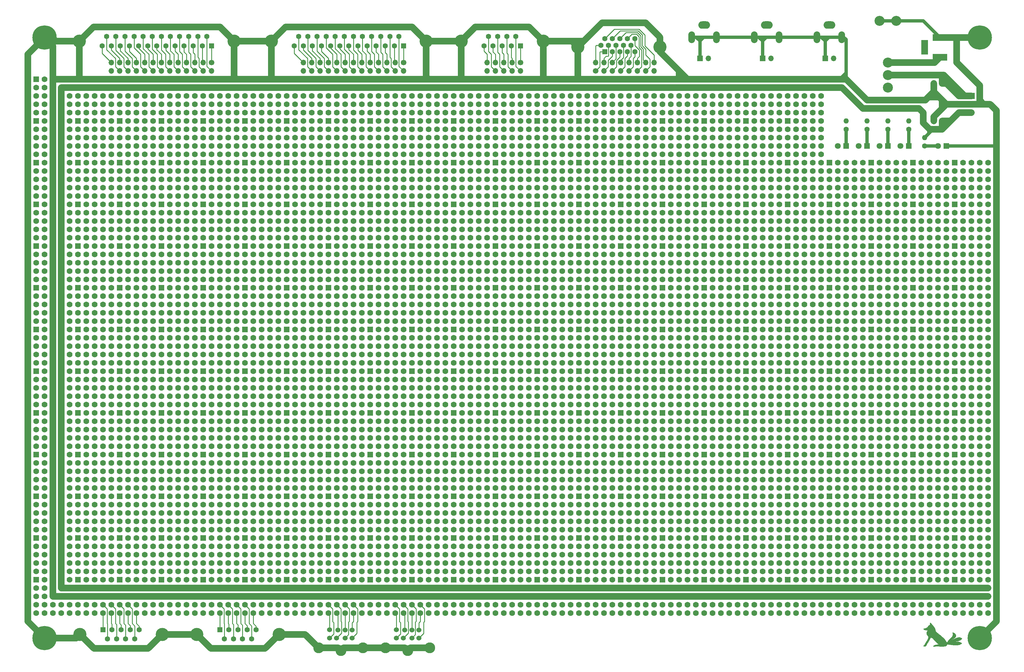
<source format=gbl>
%TF.GenerationSoftware,KiCad,Pcbnew,5.1.6*%
%TF.CreationDate,2020-08-16T02:17:22-06:00*%
%TF.ProjectId,20x30,32307833-302e-46b6-9963-61645f706362,rev?*%
%TF.SameCoordinates,Original*%
%TF.FileFunction,Copper,L2,Bot*%
%TF.FilePolarity,Positive*%
%FSLAX46Y46*%
G04 Gerber Fmt 4.6, Leading zero omitted, Abs format (unit mm)*
G04 Created by KiCad (PCBNEW 5.1.6) date 2020-08-16 02:17:22*
%MOMM*%
%LPD*%
G01*
G04 APERTURE LIST*
%TA.AperFunction,EtchedComponent*%
%ADD10C,0.010000*%
%TD*%
%TA.AperFunction,ComponentPad*%
%ADD11C,1.778000*%
%TD*%
%TA.AperFunction,ComponentPad*%
%ADD12R,1.778000X1.778000*%
%TD*%
%TA.AperFunction,ComponentPad*%
%ADD13C,1.600000*%
%TD*%
%TA.AperFunction,ComponentPad*%
%ADD14O,1.600000X1.600000*%
%TD*%
%TA.AperFunction,ComponentPad*%
%ADD15R,1.800000X1.800000*%
%TD*%
%TA.AperFunction,ComponentPad*%
%ADD16C,1.800000*%
%TD*%
%TA.AperFunction,ComponentPad*%
%ADD17R,1.700000X1.700000*%
%TD*%
%TA.AperFunction,ComponentPad*%
%ADD18O,1.700000X1.700000*%
%TD*%
%TA.AperFunction,ComponentPad*%
%ADD19R,4.500000X2.000000*%
%TD*%
%TA.AperFunction,ComponentPad*%
%ADD20R,2.000000X4.500000*%
%TD*%
%TA.AperFunction,ComponentPad*%
%ADD21C,1.524000*%
%TD*%
%TA.AperFunction,ComponentPad*%
%ADD22C,3.302000*%
%TD*%
%TA.AperFunction,ComponentPad*%
%ADD23C,1.700000*%
%TD*%
%TA.AperFunction,ComponentPad*%
%ADD24R,1.600000X1.600000*%
%TD*%
%TA.AperFunction,ComponentPad*%
%ADD25C,4.000000*%
%TD*%
%TA.AperFunction,ComponentPad*%
%ADD26O,2.000000X1.905000*%
%TD*%
%TA.AperFunction,ComponentPad*%
%ADD27R,2.000000X1.905000*%
%TD*%
%TA.AperFunction,ComponentPad*%
%ADD28C,3.048000*%
%TD*%
%TA.AperFunction,ComponentPad*%
%ADD29O,2.032000X3.556000*%
%TD*%
%TA.AperFunction,ComponentPad*%
%ADD30O,3.556000X2.286000*%
%TD*%
%TA.AperFunction,ComponentPad*%
%ADD31C,7.400000*%
%TD*%
%TA.AperFunction,Conductor*%
%ADD32C,2.032000*%
%TD*%
%TA.AperFunction,Conductor*%
%ADD33C,1.016000*%
%TD*%
%TA.AperFunction,Conductor*%
%ADD34C,0.250000*%
%TD*%
G04 APERTURE END LIST*
D10*
%TO.C,G\u002A\u002A\u002A*%
G36*
X302417420Y-211242393D02*
G01*
X302395213Y-211317897D01*
X302381767Y-211398591D01*
X302365189Y-211534970D01*
X302348433Y-211673760D01*
X302341237Y-211733771D01*
X302325458Y-211827294D01*
X302299143Y-211875615D01*
X302249922Y-211897972D01*
X302233304Y-211901616D01*
X302172492Y-211932986D01*
X302082702Y-212002330D01*
X301975970Y-212097889D01*
X301864335Y-212207901D01*
X301759834Y-212320606D01*
X301674505Y-212424242D01*
X301627934Y-212493068D01*
X301565817Y-212597227D01*
X301516368Y-212662442D01*
X301462218Y-212706809D01*
X301385999Y-212748426D01*
X301380026Y-212751389D01*
X301254609Y-212805751D01*
X301092532Y-212865410D01*
X300915567Y-212923395D01*
X300745486Y-212972731D01*
X300604061Y-213006446D01*
X300559911Y-213014063D01*
X300468258Y-213031663D01*
X300422687Y-213058610D01*
X300404901Y-213107565D01*
X300402881Y-213122703D01*
X300419821Y-213227070D01*
X300493867Y-213309417D01*
X300620309Y-213366020D01*
X300739089Y-213388513D01*
X300912159Y-213411591D01*
X301096966Y-213442207D01*
X301276393Y-213476942D01*
X301433323Y-213512376D01*
X301550640Y-213545091D01*
X301584366Y-213557356D01*
X301692005Y-213601800D01*
X301545387Y-213758547D01*
X301466082Y-213847693D01*
X301415688Y-213922381D01*
X301383627Y-214005504D01*
X301359323Y-214119954D01*
X301348644Y-214184365D01*
X301343634Y-214317280D01*
X301360348Y-214484828D01*
X301394751Y-214662542D01*
X301442810Y-214825957D01*
X301462839Y-214876953D01*
X301519361Y-214978567D01*
X301604880Y-215098648D01*
X301701209Y-215211733D01*
X301704285Y-215214971D01*
X301794167Y-215312884D01*
X301846885Y-215384379D01*
X301872098Y-215447358D01*
X301879461Y-215519718D01*
X301879645Y-215540003D01*
X301869146Y-215650883D01*
X301842143Y-215785679D01*
X301817707Y-215872789D01*
X301780149Y-215998821D01*
X301748949Y-216120708D01*
X301735547Y-216185879D01*
X301706058Y-216271670D01*
X301642951Y-216395236D01*
X301552943Y-216544059D01*
X301501993Y-216621031D01*
X301336471Y-216865146D01*
X301203687Y-217062996D01*
X301099520Y-217221207D01*
X301019850Y-217346402D01*
X300960554Y-217445208D01*
X300917511Y-217524248D01*
X300886600Y-217590148D01*
X300865699Y-217643832D01*
X300778077Y-217846417D01*
X300676383Y-217993002D01*
X300554541Y-218091557D01*
X300505463Y-218116423D01*
X300392230Y-218183574D01*
X300336622Y-218253170D01*
X300337853Y-218316273D01*
X300395135Y-218363944D01*
X300507684Y-218387245D01*
X300529372Y-218388087D01*
X300650473Y-218395332D01*
X300767961Y-218409509D01*
X300786755Y-218412783D01*
X300886695Y-218418181D01*
X300966842Y-218383333D01*
X300984905Y-218369871D01*
X301059142Y-218294145D01*
X301152009Y-218173043D01*
X301254602Y-218019481D01*
X301358019Y-217846375D01*
X301405760Y-217759342D01*
X301477380Y-217632982D01*
X301557261Y-217504020D01*
X301601934Y-217437713D01*
X301683306Y-217322965D01*
X301772646Y-217197020D01*
X301807703Y-217147611D01*
X301946283Y-216933354D01*
X302088779Y-216679154D01*
X302222980Y-216407484D01*
X302282392Y-216273908D01*
X302388618Y-216042417D01*
X302484754Y-215868182D01*
X302569683Y-215752890D01*
X302642289Y-215698229D01*
X302666397Y-215693705D01*
X302793606Y-215721492D01*
X302946651Y-215802411D01*
X303120867Y-215932799D01*
X303311588Y-216108994D01*
X303514149Y-216327332D01*
X303595070Y-216422779D01*
X303715851Y-216561192D01*
X303863942Y-216719297D01*
X304029640Y-216887836D01*
X304203244Y-217057553D01*
X304375050Y-217219189D01*
X304535356Y-217363489D01*
X304674461Y-217481196D01*
X304782662Y-217563051D01*
X304806274Y-217578394D01*
X304910469Y-217645573D01*
X304965633Y-217691108D01*
X304979820Y-217723307D01*
X304967441Y-217744690D01*
X304908528Y-217777741D01*
X304792829Y-217815068D01*
X304618279Y-217857193D01*
X304382811Y-217904642D01*
X304218725Y-217934593D01*
X304040420Y-217973907D01*
X303858776Y-218027237D01*
X303688238Y-218089016D01*
X303543250Y-218153677D01*
X303438257Y-218215654D01*
X303399579Y-218250293D01*
X303369891Y-218321885D01*
X303367970Y-218375370D01*
X303377422Y-218411855D01*
X303402012Y-218434658D01*
X303455080Y-218447769D01*
X303549966Y-218455177D01*
X303647940Y-218459089D01*
X303784869Y-218461825D01*
X303872188Y-218456874D01*
X303924527Y-218441965D01*
X303956513Y-218414830D01*
X303959609Y-218410738D01*
X304016353Y-218378273D01*
X304123842Y-218354849D01*
X304268973Y-218340616D01*
X304438641Y-218335726D01*
X304619740Y-218340329D01*
X304799165Y-218354575D01*
X304963812Y-218378616D01*
X305051489Y-218398181D01*
X305365329Y-218456661D01*
X305734081Y-218481451D01*
X306157767Y-218472552D01*
X306270330Y-218465206D01*
X306539125Y-218435707D01*
X306798587Y-218388988D01*
X307031869Y-218328873D01*
X307222125Y-218259190D01*
X307262817Y-218239798D01*
X307349323Y-218178999D01*
X307440785Y-218089730D01*
X307479779Y-218042058D01*
X307552756Y-217945758D01*
X307621379Y-217858764D01*
X307648418Y-217826110D01*
X307713090Y-217750519D01*
X308205060Y-217832146D01*
X308508429Y-217881474D01*
X308763835Y-217919972D01*
X308986640Y-217948897D01*
X309192204Y-217969506D01*
X309395888Y-217983059D01*
X309613054Y-217990811D01*
X309859062Y-217994020D01*
X310149274Y-217993945D01*
X310179772Y-217993812D01*
X310462456Y-217991568D01*
X310689522Y-217987404D01*
X310869804Y-217980849D01*
X311012135Y-217971429D01*
X311125349Y-217958674D01*
X311218278Y-217942112D01*
X311239978Y-217937178D01*
X311538909Y-217840260D01*
X311787207Y-217703564D01*
X311927692Y-217587379D01*
X312063937Y-217454593D01*
X311683526Y-217269055D01*
X311526129Y-217194934D01*
X311375382Y-217128626D01*
X311247963Y-217077176D01*
X311160551Y-217047633D01*
X311157811Y-217046928D01*
X311073299Y-217034792D01*
X310928896Y-217026021D01*
X310723569Y-217020592D01*
X310456287Y-217018482D01*
X310126017Y-217019669D01*
X309994404Y-217020868D01*
X309746020Y-217023214D01*
X309520011Y-217024920D01*
X309323981Y-217025962D01*
X309165534Y-217026318D01*
X309052271Y-217025964D01*
X308991797Y-217024876D01*
X308983757Y-217023984D01*
X309016441Y-217018577D01*
X309104866Y-217007069D01*
X309240698Y-216990460D01*
X309415605Y-216969752D01*
X309621251Y-216945943D01*
X309849304Y-216920034D01*
X309859477Y-216918889D01*
X310178998Y-216882536D01*
X310342894Y-216862958D01*
X308416111Y-216862958D01*
X308410558Y-216872963D01*
X308376594Y-216900684D01*
X308319091Y-216942954D01*
X308296348Y-216946662D01*
X308294112Y-216935829D01*
X308319428Y-216912210D01*
X308366638Y-216885701D01*
X308416111Y-216862958D01*
X310342894Y-216862958D01*
X310442339Y-216851079D01*
X310541546Y-216837995D01*
X308487513Y-216837995D01*
X308471396Y-216854112D01*
X308455280Y-216837995D01*
X308471396Y-216821878D01*
X308487513Y-216837995D01*
X310541546Y-216837995D01*
X310657436Y-216822711D01*
X310766808Y-216805761D01*
X308551980Y-216805761D01*
X308535863Y-216821878D01*
X308519747Y-216805761D01*
X308535863Y-216789644D01*
X308551980Y-216805761D01*
X310766808Y-216805761D01*
X310832226Y-216795623D01*
X310946172Y-216773528D01*
X308616447Y-216773528D01*
X308600330Y-216789644D01*
X308584214Y-216773528D01*
X308600330Y-216757411D01*
X308616447Y-216773528D01*
X310946172Y-216773528D01*
X310974645Y-216768007D01*
X311092631Y-216738055D01*
X311194121Y-216703957D01*
X311287050Y-216663905D01*
X311379356Y-216616091D01*
X311478976Y-216558706D01*
X311503060Y-216544380D01*
X311669029Y-216435866D01*
X311819997Y-216319540D01*
X311946782Y-216204155D01*
X312040197Y-216098462D01*
X312091060Y-216011213D01*
X312097665Y-215977771D01*
X312068555Y-215931962D01*
X311980159Y-215871663D01*
X311850774Y-215805117D01*
X311593618Y-215706893D01*
X311346492Y-215665489D01*
X311092402Y-215679505D01*
X310886346Y-215725743D01*
X310543749Y-215831315D01*
X310223287Y-215948183D01*
X309909300Y-216083350D01*
X309586131Y-216243819D01*
X309238120Y-216436590D01*
X309052160Y-216545930D01*
X308916382Y-216625707D01*
X308799779Y-216691713D01*
X308713830Y-216737632D01*
X308670010Y-216757143D01*
X308668044Y-216757411D01*
X308651723Y-216755394D01*
X308653942Y-216745137D01*
X308682454Y-216720333D01*
X308745011Y-216674677D01*
X308849364Y-216601861D01*
X308914979Y-216556513D01*
X309241790Y-216326825D01*
X309515804Y-216124713D01*
X309740637Y-215946551D01*
X309919906Y-215788716D01*
X310057229Y-215647584D01*
X310156221Y-215519531D01*
X310220502Y-215400934D01*
X310253687Y-215288167D01*
X310260356Y-215208571D01*
X310233926Y-214972932D01*
X310157319Y-214764304D01*
X310034562Y-214593193D01*
X310018476Y-214577172D01*
X309884453Y-214470386D01*
X309716744Y-214368528D01*
X309539716Y-214284382D01*
X309377736Y-214230732D01*
X309345456Y-214224100D01*
X309290896Y-214213862D01*
X309255141Y-214212120D01*
X309237180Y-214228543D01*
X309236000Y-214272801D01*
X309250589Y-214354564D01*
X309279935Y-214483502D01*
X309306418Y-214597075D01*
X309334713Y-214805437D01*
X309313973Y-214998013D01*
X309241284Y-215197478D01*
X309225049Y-215230731D01*
X309129560Y-215387463D01*
X308996344Y-215561301D01*
X308841273Y-215733528D01*
X308680218Y-215885428D01*
X308645227Y-215914528D01*
X308527591Y-216020603D01*
X308388835Y-216162789D01*
X308239762Y-216328200D01*
X308091176Y-216503955D01*
X307953881Y-216677168D01*
X307838680Y-216834956D01*
X307756377Y-216964434D01*
X307741496Y-216992276D01*
X307660429Y-217125322D01*
X307579505Y-217207669D01*
X307504210Y-217235401D01*
X307441667Y-217206338D01*
X307407386Y-217157918D01*
X307353709Y-217068006D01*
X307290099Y-216952757D01*
X307263620Y-216902462D01*
X307112808Y-216642522D01*
X306927845Y-216380364D01*
X306705033Y-216112240D01*
X306440676Y-215834401D01*
X306131078Y-215543099D01*
X305772543Y-215234584D01*
X305361373Y-214905109D01*
X305086879Y-214695057D01*
X304821788Y-214493921D01*
X304604633Y-214325532D01*
X304430800Y-214185293D01*
X304295672Y-214068608D01*
X304194638Y-213970882D01*
X304123081Y-213887518D01*
X304076387Y-213813920D01*
X304049942Y-213745492D01*
X304039131Y-213677637D01*
X304038158Y-213650504D01*
X304020876Y-213462287D01*
X303977062Y-213254353D01*
X303914462Y-213058373D01*
X303867430Y-212952518D01*
X303806496Y-212849458D01*
X303720697Y-212722119D01*
X303626912Y-212595347D01*
X303611394Y-212575647D01*
X303525042Y-212460331D01*
X303450706Y-212348747D01*
X303401559Y-212261002D01*
X303394588Y-212244721D01*
X303352886Y-212172829D01*
X303276756Y-212073449D01*
X303179160Y-211962799D01*
X303123225Y-211905193D01*
X302991541Y-211771502D01*
X302846042Y-211619326D01*
X302713498Y-211476754D01*
X302685483Y-211445859D01*
X302592182Y-211346130D01*
X302512268Y-211267783D01*
X302456869Y-211221372D01*
X302440183Y-211213242D01*
X302417420Y-211242393D01*
G37*
X302417420Y-211242393D02*
X302395213Y-211317897D01*
X302381767Y-211398591D01*
X302365189Y-211534970D01*
X302348433Y-211673760D01*
X302341237Y-211733771D01*
X302325458Y-211827294D01*
X302299143Y-211875615D01*
X302249922Y-211897972D01*
X302233304Y-211901616D01*
X302172492Y-211932986D01*
X302082702Y-212002330D01*
X301975970Y-212097889D01*
X301864335Y-212207901D01*
X301759834Y-212320606D01*
X301674505Y-212424242D01*
X301627934Y-212493068D01*
X301565817Y-212597227D01*
X301516368Y-212662442D01*
X301462218Y-212706809D01*
X301385999Y-212748426D01*
X301380026Y-212751389D01*
X301254609Y-212805751D01*
X301092532Y-212865410D01*
X300915567Y-212923395D01*
X300745486Y-212972731D01*
X300604061Y-213006446D01*
X300559911Y-213014063D01*
X300468258Y-213031663D01*
X300422687Y-213058610D01*
X300404901Y-213107565D01*
X300402881Y-213122703D01*
X300419821Y-213227070D01*
X300493867Y-213309417D01*
X300620309Y-213366020D01*
X300739089Y-213388513D01*
X300912159Y-213411591D01*
X301096966Y-213442207D01*
X301276393Y-213476942D01*
X301433323Y-213512376D01*
X301550640Y-213545091D01*
X301584366Y-213557356D01*
X301692005Y-213601800D01*
X301545387Y-213758547D01*
X301466082Y-213847693D01*
X301415688Y-213922381D01*
X301383627Y-214005504D01*
X301359323Y-214119954D01*
X301348644Y-214184365D01*
X301343634Y-214317280D01*
X301360348Y-214484828D01*
X301394751Y-214662542D01*
X301442810Y-214825957D01*
X301462839Y-214876953D01*
X301519361Y-214978567D01*
X301604880Y-215098648D01*
X301701209Y-215211733D01*
X301704285Y-215214971D01*
X301794167Y-215312884D01*
X301846885Y-215384379D01*
X301872098Y-215447358D01*
X301879461Y-215519718D01*
X301879645Y-215540003D01*
X301869146Y-215650883D01*
X301842143Y-215785679D01*
X301817707Y-215872789D01*
X301780149Y-215998821D01*
X301748949Y-216120708D01*
X301735547Y-216185879D01*
X301706058Y-216271670D01*
X301642951Y-216395236D01*
X301552943Y-216544059D01*
X301501993Y-216621031D01*
X301336471Y-216865146D01*
X301203687Y-217062996D01*
X301099520Y-217221207D01*
X301019850Y-217346402D01*
X300960554Y-217445208D01*
X300917511Y-217524248D01*
X300886600Y-217590148D01*
X300865699Y-217643832D01*
X300778077Y-217846417D01*
X300676383Y-217993002D01*
X300554541Y-218091557D01*
X300505463Y-218116423D01*
X300392230Y-218183574D01*
X300336622Y-218253170D01*
X300337853Y-218316273D01*
X300395135Y-218363944D01*
X300507684Y-218387245D01*
X300529372Y-218388087D01*
X300650473Y-218395332D01*
X300767961Y-218409509D01*
X300786755Y-218412783D01*
X300886695Y-218418181D01*
X300966842Y-218383333D01*
X300984905Y-218369871D01*
X301059142Y-218294145D01*
X301152009Y-218173043D01*
X301254602Y-218019481D01*
X301358019Y-217846375D01*
X301405760Y-217759342D01*
X301477380Y-217632982D01*
X301557261Y-217504020D01*
X301601934Y-217437713D01*
X301683306Y-217322965D01*
X301772646Y-217197020D01*
X301807703Y-217147611D01*
X301946283Y-216933354D01*
X302088779Y-216679154D01*
X302222980Y-216407484D01*
X302282392Y-216273908D01*
X302388618Y-216042417D01*
X302484754Y-215868182D01*
X302569683Y-215752890D01*
X302642289Y-215698229D01*
X302666397Y-215693705D01*
X302793606Y-215721492D01*
X302946651Y-215802411D01*
X303120867Y-215932799D01*
X303311588Y-216108994D01*
X303514149Y-216327332D01*
X303595070Y-216422779D01*
X303715851Y-216561192D01*
X303863942Y-216719297D01*
X304029640Y-216887836D01*
X304203244Y-217057553D01*
X304375050Y-217219189D01*
X304535356Y-217363489D01*
X304674461Y-217481196D01*
X304782662Y-217563051D01*
X304806274Y-217578394D01*
X304910469Y-217645573D01*
X304965633Y-217691108D01*
X304979820Y-217723307D01*
X304967441Y-217744690D01*
X304908528Y-217777741D01*
X304792829Y-217815068D01*
X304618279Y-217857193D01*
X304382811Y-217904642D01*
X304218725Y-217934593D01*
X304040420Y-217973907D01*
X303858776Y-218027237D01*
X303688238Y-218089016D01*
X303543250Y-218153677D01*
X303438257Y-218215654D01*
X303399579Y-218250293D01*
X303369891Y-218321885D01*
X303367970Y-218375370D01*
X303377422Y-218411855D01*
X303402012Y-218434658D01*
X303455080Y-218447769D01*
X303549966Y-218455177D01*
X303647940Y-218459089D01*
X303784869Y-218461825D01*
X303872188Y-218456874D01*
X303924527Y-218441965D01*
X303956513Y-218414830D01*
X303959609Y-218410738D01*
X304016353Y-218378273D01*
X304123842Y-218354849D01*
X304268973Y-218340616D01*
X304438641Y-218335726D01*
X304619740Y-218340329D01*
X304799165Y-218354575D01*
X304963812Y-218378616D01*
X305051489Y-218398181D01*
X305365329Y-218456661D01*
X305734081Y-218481451D01*
X306157767Y-218472552D01*
X306270330Y-218465206D01*
X306539125Y-218435707D01*
X306798587Y-218388988D01*
X307031869Y-218328873D01*
X307222125Y-218259190D01*
X307262817Y-218239798D01*
X307349323Y-218178999D01*
X307440785Y-218089730D01*
X307479779Y-218042058D01*
X307552756Y-217945758D01*
X307621379Y-217858764D01*
X307648418Y-217826110D01*
X307713090Y-217750519D01*
X308205060Y-217832146D01*
X308508429Y-217881474D01*
X308763835Y-217919972D01*
X308986640Y-217948897D01*
X309192204Y-217969506D01*
X309395888Y-217983059D01*
X309613054Y-217990811D01*
X309859062Y-217994020D01*
X310149274Y-217993945D01*
X310179772Y-217993812D01*
X310462456Y-217991568D01*
X310689522Y-217987404D01*
X310869804Y-217980849D01*
X311012135Y-217971429D01*
X311125349Y-217958674D01*
X311218278Y-217942112D01*
X311239978Y-217937178D01*
X311538909Y-217840260D01*
X311787207Y-217703564D01*
X311927692Y-217587379D01*
X312063937Y-217454593D01*
X311683526Y-217269055D01*
X311526129Y-217194934D01*
X311375382Y-217128626D01*
X311247963Y-217077176D01*
X311160551Y-217047633D01*
X311157811Y-217046928D01*
X311073299Y-217034792D01*
X310928896Y-217026021D01*
X310723569Y-217020592D01*
X310456287Y-217018482D01*
X310126017Y-217019669D01*
X309994404Y-217020868D01*
X309746020Y-217023214D01*
X309520011Y-217024920D01*
X309323981Y-217025962D01*
X309165534Y-217026318D01*
X309052271Y-217025964D01*
X308991797Y-217024876D01*
X308983757Y-217023984D01*
X309016441Y-217018577D01*
X309104866Y-217007069D01*
X309240698Y-216990460D01*
X309415605Y-216969752D01*
X309621251Y-216945943D01*
X309849304Y-216920034D01*
X309859477Y-216918889D01*
X310178998Y-216882536D01*
X310342894Y-216862958D01*
X308416111Y-216862958D01*
X308410558Y-216872963D01*
X308376594Y-216900684D01*
X308319091Y-216942954D01*
X308296348Y-216946662D01*
X308294112Y-216935829D01*
X308319428Y-216912210D01*
X308366638Y-216885701D01*
X308416111Y-216862958D01*
X310342894Y-216862958D01*
X310442339Y-216851079D01*
X310541546Y-216837995D01*
X308487513Y-216837995D01*
X308471396Y-216854112D01*
X308455280Y-216837995D01*
X308471396Y-216821878D01*
X308487513Y-216837995D01*
X310541546Y-216837995D01*
X310657436Y-216822711D01*
X310766808Y-216805761D01*
X308551980Y-216805761D01*
X308535863Y-216821878D01*
X308519747Y-216805761D01*
X308535863Y-216789644D01*
X308551980Y-216805761D01*
X310766808Y-216805761D01*
X310832226Y-216795623D01*
X310946172Y-216773528D01*
X308616447Y-216773528D01*
X308600330Y-216789644D01*
X308584214Y-216773528D01*
X308600330Y-216757411D01*
X308616447Y-216773528D01*
X310946172Y-216773528D01*
X310974645Y-216768007D01*
X311092631Y-216738055D01*
X311194121Y-216703957D01*
X311287050Y-216663905D01*
X311379356Y-216616091D01*
X311478976Y-216558706D01*
X311503060Y-216544380D01*
X311669029Y-216435866D01*
X311819997Y-216319540D01*
X311946782Y-216204155D01*
X312040197Y-216098462D01*
X312091060Y-216011213D01*
X312097665Y-215977771D01*
X312068555Y-215931962D01*
X311980159Y-215871663D01*
X311850774Y-215805117D01*
X311593618Y-215706893D01*
X311346492Y-215665489D01*
X311092402Y-215679505D01*
X310886346Y-215725743D01*
X310543749Y-215831315D01*
X310223287Y-215948183D01*
X309909300Y-216083350D01*
X309586131Y-216243819D01*
X309238120Y-216436590D01*
X309052160Y-216545930D01*
X308916382Y-216625707D01*
X308799779Y-216691713D01*
X308713830Y-216737632D01*
X308670010Y-216757143D01*
X308668044Y-216757411D01*
X308651723Y-216755394D01*
X308653942Y-216745137D01*
X308682454Y-216720333D01*
X308745011Y-216674677D01*
X308849364Y-216601861D01*
X308914979Y-216556513D01*
X309241790Y-216326825D01*
X309515804Y-216124713D01*
X309740637Y-215946551D01*
X309919906Y-215788716D01*
X310057229Y-215647584D01*
X310156221Y-215519531D01*
X310220502Y-215400934D01*
X310253687Y-215288167D01*
X310260356Y-215208571D01*
X310233926Y-214972932D01*
X310157319Y-214764304D01*
X310034562Y-214593193D01*
X310018476Y-214577172D01*
X309884453Y-214470386D01*
X309716744Y-214368528D01*
X309539716Y-214284382D01*
X309377736Y-214230732D01*
X309345456Y-214224100D01*
X309290896Y-214213862D01*
X309255141Y-214212120D01*
X309237180Y-214228543D01*
X309236000Y-214272801D01*
X309250589Y-214354564D01*
X309279935Y-214483502D01*
X309306418Y-214597075D01*
X309334713Y-214805437D01*
X309313973Y-214998013D01*
X309241284Y-215197478D01*
X309225049Y-215230731D01*
X309129560Y-215387463D01*
X308996344Y-215561301D01*
X308841273Y-215733528D01*
X308680218Y-215885428D01*
X308645227Y-215914528D01*
X308527591Y-216020603D01*
X308388835Y-216162789D01*
X308239762Y-216328200D01*
X308091176Y-216503955D01*
X307953881Y-216677168D01*
X307838680Y-216834956D01*
X307756377Y-216964434D01*
X307741496Y-216992276D01*
X307660429Y-217125322D01*
X307579505Y-217207669D01*
X307504210Y-217235401D01*
X307441667Y-217206338D01*
X307407386Y-217157918D01*
X307353709Y-217068006D01*
X307290099Y-216952757D01*
X307263620Y-216902462D01*
X307112808Y-216642522D01*
X306927845Y-216380364D01*
X306705033Y-216112240D01*
X306440676Y-215834401D01*
X306131078Y-215543099D01*
X305772543Y-215234584D01*
X305361373Y-214905109D01*
X305086879Y-214695057D01*
X304821788Y-214493921D01*
X304604633Y-214325532D01*
X304430800Y-214185293D01*
X304295672Y-214068608D01*
X304194638Y-213970882D01*
X304123081Y-213887518D01*
X304076387Y-213813920D01*
X304049942Y-213745492D01*
X304039131Y-213677637D01*
X304038158Y-213650504D01*
X304020876Y-213462287D01*
X303977062Y-213254353D01*
X303914462Y-213058373D01*
X303867430Y-212952518D01*
X303806496Y-212849458D01*
X303720697Y-212722119D01*
X303626912Y-212595347D01*
X303611394Y-212575647D01*
X303525042Y-212460331D01*
X303450706Y-212348747D01*
X303401559Y-212261002D01*
X303394588Y-212244721D01*
X303352886Y-212172829D01*
X303276756Y-212073449D01*
X303179160Y-211962799D01*
X303123225Y-211905193D01*
X302991541Y-211771502D01*
X302846042Y-211619326D01*
X302713498Y-211476754D01*
X302685483Y-211445859D01*
X302592182Y-211346130D01*
X302512268Y-211267783D01*
X302456869Y-211221372D01*
X302440183Y-211213242D01*
X302417420Y-211242393D01*
%TD*%
D11*
%TO.P,PAD\u002A\u002A,25*%
%TO.N,N/C*%
X40640000Y-55880000D03*
%TO.P,PAD\u002A\u002A,24*%
X40640000Y-53340000D03*
%TO.P,PAD\u002A\u002A,23*%
X40640000Y-50800000D03*
%TO.P,PAD\u002A\u002A,22*%
X40640000Y-48260000D03*
%TO.P,PAD\u002A\u002A,21*%
X40640000Y-45720000D03*
%TO.P,PAD\u002A\u002A,20*%
X38100000Y-55880000D03*
%TO.P,PAD\u002A\u002A,19*%
X38100000Y-53340000D03*
%TO.P,PAD\u002A\u002A,18*%
X38100000Y-50800000D03*
%TO.P,PAD\u002A\u002A,17*%
X38100000Y-48260000D03*
%TO.P,PAD\u002A\u002A,16*%
X38100000Y-45720000D03*
%TO.P,PAD\u002A\u002A,15*%
X35560000Y-55880000D03*
%TO.P,PAD\u002A\u002A,14*%
X35560000Y-53340000D03*
%TO.P,PAD\u002A\u002A,13*%
X35560000Y-50800000D03*
%TO.P,PAD\u002A\u002A,12*%
X35560000Y-48260000D03*
%TO.P,PAD\u002A\u002A,11*%
X35560000Y-45720000D03*
%TO.P,PAD\u002A\u002A,10*%
X33020000Y-55880000D03*
%TO.P,PAD\u002A\u002A,9*%
X33020000Y-53340000D03*
%TO.P,PAD\u002A\u002A,8*%
X33020000Y-50800000D03*
%TO.P,PAD\u002A\u002A,7*%
X33020000Y-48260000D03*
%TO.P,PAD\u002A\u002A,6*%
X33020000Y-45720000D03*
%TO.P,PAD\u002A\u002A,5*%
X30480000Y-55880000D03*
%TO.P,PAD\u002A\u002A,4*%
X30480000Y-53340000D03*
%TO.P,PAD\u002A\u002A,3*%
X30480000Y-50800000D03*
%TO.P,PAD\u002A\u002A,2*%
X30480000Y-48260000D03*
D12*
%TO.P,PAD\u002A\u002A,1*%
X30480000Y-45720000D03*
%TD*%
D11*
%TO.P,PAD\u002A\u002A,25*%
%TO.N,N/C*%
X53340000Y-55880000D03*
%TO.P,PAD\u002A\u002A,24*%
X53340000Y-53340000D03*
%TO.P,PAD\u002A\u002A,23*%
X53340000Y-50800000D03*
%TO.P,PAD\u002A\u002A,22*%
X53340000Y-48260000D03*
%TO.P,PAD\u002A\u002A,21*%
X53340000Y-45720000D03*
%TO.P,PAD\u002A\u002A,20*%
X50800000Y-55880000D03*
%TO.P,PAD\u002A\u002A,19*%
X50800000Y-53340000D03*
%TO.P,PAD\u002A\u002A,18*%
X50800000Y-50800000D03*
%TO.P,PAD\u002A\u002A,17*%
X50800000Y-48260000D03*
%TO.P,PAD\u002A\u002A,16*%
X50800000Y-45720000D03*
%TO.P,PAD\u002A\u002A,15*%
X48260000Y-55880000D03*
%TO.P,PAD\u002A\u002A,14*%
X48260000Y-53340000D03*
%TO.P,PAD\u002A\u002A,13*%
X48260000Y-50800000D03*
%TO.P,PAD\u002A\u002A,12*%
X48260000Y-48260000D03*
%TO.P,PAD\u002A\u002A,11*%
X48260000Y-45720000D03*
%TO.P,PAD\u002A\u002A,10*%
X45720000Y-55880000D03*
%TO.P,PAD\u002A\u002A,9*%
X45720000Y-53340000D03*
%TO.P,PAD\u002A\u002A,8*%
X45720000Y-50800000D03*
%TO.P,PAD\u002A\u002A,7*%
X45720000Y-48260000D03*
%TO.P,PAD\u002A\u002A,6*%
X45720000Y-45720000D03*
%TO.P,PAD\u002A\u002A,5*%
X43180000Y-55880000D03*
%TO.P,PAD\u002A\u002A,4*%
X43180000Y-53340000D03*
%TO.P,PAD\u002A\u002A,3*%
X43180000Y-50800000D03*
%TO.P,PAD\u002A\u002A,2*%
X43180000Y-48260000D03*
D12*
%TO.P,PAD\u002A\u002A,1*%
X43180000Y-45720000D03*
%TD*%
D11*
%TO.P,PAD\u002A\u002A,25*%
%TO.N,N/C*%
X320040000Y-132080000D03*
%TO.P,PAD\u002A\u002A,24*%
X320040000Y-129540000D03*
%TO.P,PAD\u002A\u002A,23*%
X320040000Y-127000000D03*
%TO.P,PAD\u002A\u002A,22*%
X320040000Y-124460000D03*
%TO.P,PAD\u002A\u002A,21*%
X320040000Y-121920000D03*
%TO.P,PAD\u002A\u002A,20*%
X317500000Y-132080000D03*
%TO.P,PAD\u002A\u002A,19*%
X317500000Y-129540000D03*
%TO.P,PAD\u002A\u002A,18*%
X317500000Y-127000000D03*
%TO.P,PAD\u002A\u002A,17*%
X317500000Y-124460000D03*
%TO.P,PAD\u002A\u002A,16*%
X317500000Y-121920000D03*
%TO.P,PAD\u002A\u002A,15*%
X314960000Y-132080000D03*
%TO.P,PAD\u002A\u002A,14*%
X314960000Y-129540000D03*
%TO.P,PAD\u002A\u002A,13*%
X314960000Y-127000000D03*
%TO.P,PAD\u002A\u002A,12*%
X314960000Y-124460000D03*
%TO.P,PAD\u002A\u002A,11*%
X314960000Y-121920000D03*
%TO.P,PAD\u002A\u002A,10*%
X312420000Y-132080000D03*
%TO.P,PAD\u002A\u002A,9*%
X312420000Y-129540000D03*
%TO.P,PAD\u002A\u002A,8*%
X312420000Y-127000000D03*
%TO.P,PAD\u002A\u002A,7*%
X312420000Y-124460000D03*
%TO.P,PAD\u002A\u002A,6*%
X312420000Y-121920000D03*
%TO.P,PAD\u002A\u002A,5*%
X309880000Y-132080000D03*
%TO.P,PAD\u002A\u002A,4*%
X309880000Y-129540000D03*
%TO.P,PAD\u002A\u002A,3*%
X309880000Y-127000000D03*
%TO.P,PAD\u002A\u002A,2*%
X309880000Y-124460000D03*
D12*
%TO.P,PAD\u002A\u002A,1*%
X309880000Y-121920000D03*
%TD*%
D11*
%TO.P,PAD\u002A\u002A,25*%
%TO.N,N/C*%
X243840000Y-157480000D03*
%TO.P,PAD\u002A\u002A,24*%
X243840000Y-154940000D03*
%TO.P,PAD\u002A\u002A,23*%
X243840000Y-152400000D03*
%TO.P,PAD\u002A\u002A,22*%
X243840000Y-149860000D03*
%TO.P,PAD\u002A\u002A,21*%
X243840000Y-147320000D03*
%TO.P,PAD\u002A\u002A,20*%
X241300000Y-157480000D03*
%TO.P,PAD\u002A\u002A,19*%
X241300000Y-154940000D03*
%TO.P,PAD\u002A\u002A,18*%
X241300000Y-152400000D03*
%TO.P,PAD\u002A\u002A,17*%
X241300000Y-149860000D03*
%TO.P,PAD\u002A\u002A,16*%
X241300000Y-147320000D03*
%TO.P,PAD\u002A\u002A,15*%
X238760000Y-157480000D03*
%TO.P,PAD\u002A\u002A,14*%
X238760000Y-154940000D03*
%TO.P,PAD\u002A\u002A,13*%
X238760000Y-152400000D03*
%TO.P,PAD\u002A\u002A,12*%
X238760000Y-149860000D03*
%TO.P,PAD\u002A\u002A,11*%
X238760000Y-147320000D03*
%TO.P,PAD\u002A\u002A,10*%
X236220000Y-157480000D03*
%TO.P,PAD\u002A\u002A,9*%
X236220000Y-154940000D03*
%TO.P,PAD\u002A\u002A,8*%
X236220000Y-152400000D03*
%TO.P,PAD\u002A\u002A,7*%
X236220000Y-149860000D03*
%TO.P,PAD\u002A\u002A,6*%
X236220000Y-147320000D03*
%TO.P,PAD\u002A\u002A,5*%
X233680000Y-157480000D03*
%TO.P,PAD\u002A\u002A,4*%
X233680000Y-154940000D03*
%TO.P,PAD\u002A\u002A,3*%
X233680000Y-152400000D03*
%TO.P,PAD\u002A\u002A,2*%
X233680000Y-149860000D03*
D12*
%TO.P,PAD\u002A\u002A,1*%
X233680000Y-147320000D03*
%TD*%
D11*
%TO.P,PAD\u002A\u002A,25*%
%TO.N,N/C*%
X307340000Y-182880000D03*
%TO.P,PAD\u002A\u002A,24*%
X307340000Y-180340000D03*
%TO.P,PAD\u002A\u002A,23*%
X307340000Y-177800000D03*
%TO.P,PAD\u002A\u002A,22*%
X307340000Y-175260000D03*
%TO.P,PAD\u002A\u002A,21*%
X307340000Y-172720000D03*
%TO.P,PAD\u002A\u002A,20*%
X304800000Y-182880000D03*
%TO.P,PAD\u002A\u002A,19*%
X304800000Y-180340000D03*
%TO.P,PAD\u002A\u002A,18*%
X304800000Y-177800000D03*
%TO.P,PAD\u002A\u002A,17*%
X304800000Y-175260000D03*
%TO.P,PAD\u002A\u002A,16*%
X304800000Y-172720000D03*
%TO.P,PAD\u002A\u002A,15*%
X302260000Y-182880000D03*
%TO.P,PAD\u002A\u002A,14*%
X302260000Y-180340000D03*
%TO.P,PAD\u002A\u002A,13*%
X302260000Y-177800000D03*
%TO.P,PAD\u002A\u002A,12*%
X302260000Y-175260000D03*
%TO.P,PAD\u002A\u002A,11*%
X302260000Y-172720000D03*
%TO.P,PAD\u002A\u002A,10*%
X299720000Y-182880000D03*
%TO.P,PAD\u002A\u002A,9*%
X299720000Y-180340000D03*
%TO.P,PAD\u002A\u002A,8*%
X299720000Y-177800000D03*
%TO.P,PAD\u002A\u002A,7*%
X299720000Y-175260000D03*
%TO.P,PAD\u002A\u002A,6*%
X299720000Y-172720000D03*
%TO.P,PAD\u002A\u002A,5*%
X297180000Y-182880000D03*
%TO.P,PAD\u002A\u002A,4*%
X297180000Y-180340000D03*
%TO.P,PAD\u002A\u002A,3*%
X297180000Y-177800000D03*
%TO.P,PAD\u002A\u002A,2*%
X297180000Y-175260000D03*
D12*
%TO.P,PAD\u002A\u002A,1*%
X297180000Y-172720000D03*
%TD*%
D11*
%TO.P,PAD\u002A\u002A,25*%
%TO.N,N/C*%
X320040000Y-170180000D03*
%TO.P,PAD\u002A\u002A,24*%
X320040000Y-167640000D03*
%TO.P,PAD\u002A\u002A,23*%
X320040000Y-165100000D03*
%TO.P,PAD\u002A\u002A,22*%
X320040000Y-162560000D03*
%TO.P,PAD\u002A\u002A,21*%
X320040000Y-160020000D03*
%TO.P,PAD\u002A\u002A,20*%
X317500000Y-170180000D03*
%TO.P,PAD\u002A\u002A,19*%
X317500000Y-167640000D03*
%TO.P,PAD\u002A\u002A,18*%
X317500000Y-165100000D03*
%TO.P,PAD\u002A\u002A,17*%
X317500000Y-162560000D03*
%TO.P,PAD\u002A\u002A,16*%
X317500000Y-160020000D03*
%TO.P,PAD\u002A\u002A,15*%
X314960000Y-170180000D03*
%TO.P,PAD\u002A\u002A,14*%
X314960000Y-167640000D03*
%TO.P,PAD\u002A\u002A,13*%
X314960000Y-165100000D03*
%TO.P,PAD\u002A\u002A,12*%
X314960000Y-162560000D03*
%TO.P,PAD\u002A\u002A,11*%
X314960000Y-160020000D03*
%TO.P,PAD\u002A\u002A,10*%
X312420000Y-170180000D03*
%TO.P,PAD\u002A\u002A,9*%
X312420000Y-167640000D03*
%TO.P,PAD\u002A\u002A,8*%
X312420000Y-165100000D03*
%TO.P,PAD\u002A\u002A,7*%
X312420000Y-162560000D03*
%TO.P,PAD\u002A\u002A,6*%
X312420000Y-160020000D03*
%TO.P,PAD\u002A\u002A,5*%
X309880000Y-170180000D03*
%TO.P,PAD\u002A\u002A,4*%
X309880000Y-167640000D03*
%TO.P,PAD\u002A\u002A,3*%
X309880000Y-165100000D03*
%TO.P,PAD\u002A\u002A,2*%
X309880000Y-162560000D03*
D12*
%TO.P,PAD\u002A\u002A,1*%
X309880000Y-160020000D03*
%TD*%
D11*
%TO.P,PAD\u002A\u002A,25*%
%TO.N,N/C*%
X307340000Y-144780000D03*
%TO.P,PAD\u002A\u002A,24*%
X307340000Y-142240000D03*
%TO.P,PAD\u002A\u002A,23*%
X307340000Y-139700000D03*
%TO.P,PAD\u002A\u002A,22*%
X307340000Y-137160000D03*
%TO.P,PAD\u002A\u002A,21*%
X307340000Y-134620000D03*
%TO.P,PAD\u002A\u002A,20*%
X304800000Y-144780000D03*
%TO.P,PAD\u002A\u002A,19*%
X304800000Y-142240000D03*
%TO.P,PAD\u002A\u002A,18*%
X304800000Y-139700000D03*
%TO.P,PAD\u002A\u002A,17*%
X304800000Y-137160000D03*
%TO.P,PAD\u002A\u002A,16*%
X304800000Y-134620000D03*
%TO.P,PAD\u002A\u002A,15*%
X302260000Y-144780000D03*
%TO.P,PAD\u002A\u002A,14*%
X302260000Y-142240000D03*
%TO.P,PAD\u002A\u002A,13*%
X302260000Y-139700000D03*
%TO.P,PAD\u002A\u002A,12*%
X302260000Y-137160000D03*
%TO.P,PAD\u002A\u002A,11*%
X302260000Y-134620000D03*
%TO.P,PAD\u002A\u002A,10*%
X299720000Y-144780000D03*
%TO.P,PAD\u002A\u002A,9*%
X299720000Y-142240000D03*
%TO.P,PAD\u002A\u002A,8*%
X299720000Y-139700000D03*
%TO.P,PAD\u002A\u002A,7*%
X299720000Y-137160000D03*
%TO.P,PAD\u002A\u002A,6*%
X299720000Y-134620000D03*
%TO.P,PAD\u002A\u002A,5*%
X297180000Y-144780000D03*
%TO.P,PAD\u002A\u002A,4*%
X297180000Y-142240000D03*
%TO.P,PAD\u002A\u002A,3*%
X297180000Y-139700000D03*
%TO.P,PAD\u002A\u002A,2*%
X297180000Y-137160000D03*
D12*
%TO.P,PAD\u002A\u002A,1*%
X297180000Y-134620000D03*
%TD*%
D11*
%TO.P,PAD\u002A\u002A,25*%
%TO.N,N/C*%
X256540000Y-132080000D03*
%TO.P,PAD\u002A\u002A,24*%
X256540000Y-129540000D03*
%TO.P,PAD\u002A\u002A,23*%
X256540000Y-127000000D03*
%TO.P,PAD\u002A\u002A,22*%
X256540000Y-124460000D03*
%TO.P,PAD\u002A\u002A,21*%
X256540000Y-121920000D03*
%TO.P,PAD\u002A\u002A,20*%
X254000000Y-132080000D03*
%TO.P,PAD\u002A\u002A,19*%
X254000000Y-129540000D03*
%TO.P,PAD\u002A\u002A,18*%
X254000000Y-127000000D03*
%TO.P,PAD\u002A\u002A,17*%
X254000000Y-124460000D03*
%TO.P,PAD\u002A\u002A,16*%
X254000000Y-121920000D03*
%TO.P,PAD\u002A\u002A,15*%
X251460000Y-132080000D03*
%TO.P,PAD\u002A\u002A,14*%
X251460000Y-129540000D03*
%TO.P,PAD\u002A\u002A,13*%
X251460000Y-127000000D03*
%TO.P,PAD\u002A\u002A,12*%
X251460000Y-124460000D03*
%TO.P,PAD\u002A\u002A,11*%
X251460000Y-121920000D03*
%TO.P,PAD\u002A\u002A,10*%
X248920000Y-132080000D03*
%TO.P,PAD\u002A\u002A,9*%
X248920000Y-129540000D03*
%TO.P,PAD\u002A\u002A,8*%
X248920000Y-127000000D03*
%TO.P,PAD\u002A\u002A,7*%
X248920000Y-124460000D03*
%TO.P,PAD\u002A\u002A,6*%
X248920000Y-121920000D03*
%TO.P,PAD\u002A\u002A,5*%
X246380000Y-132080000D03*
%TO.P,PAD\u002A\u002A,4*%
X246380000Y-129540000D03*
%TO.P,PAD\u002A\u002A,3*%
X246380000Y-127000000D03*
%TO.P,PAD\u002A\u002A,2*%
X246380000Y-124460000D03*
D12*
%TO.P,PAD\u002A\u002A,1*%
X246380000Y-121920000D03*
%TD*%
D11*
%TO.P,PAD\u002A\u002A,25*%
%TO.N,N/C*%
X269240000Y-157480000D03*
%TO.P,PAD\u002A\u002A,24*%
X269240000Y-154940000D03*
%TO.P,PAD\u002A\u002A,23*%
X269240000Y-152400000D03*
%TO.P,PAD\u002A\u002A,22*%
X269240000Y-149860000D03*
%TO.P,PAD\u002A\u002A,21*%
X269240000Y-147320000D03*
%TO.P,PAD\u002A\u002A,20*%
X266700000Y-157480000D03*
%TO.P,PAD\u002A\u002A,19*%
X266700000Y-154940000D03*
%TO.P,PAD\u002A\u002A,18*%
X266700000Y-152400000D03*
%TO.P,PAD\u002A\u002A,17*%
X266700000Y-149860000D03*
%TO.P,PAD\u002A\u002A,16*%
X266700000Y-147320000D03*
%TO.P,PAD\u002A\u002A,15*%
X264160000Y-157480000D03*
%TO.P,PAD\u002A\u002A,14*%
X264160000Y-154940000D03*
%TO.P,PAD\u002A\u002A,13*%
X264160000Y-152400000D03*
%TO.P,PAD\u002A\u002A,12*%
X264160000Y-149860000D03*
%TO.P,PAD\u002A\u002A,11*%
X264160000Y-147320000D03*
%TO.P,PAD\u002A\u002A,10*%
X261620000Y-157480000D03*
%TO.P,PAD\u002A\u002A,9*%
X261620000Y-154940000D03*
%TO.P,PAD\u002A\u002A,8*%
X261620000Y-152400000D03*
%TO.P,PAD\u002A\u002A,7*%
X261620000Y-149860000D03*
%TO.P,PAD\u002A\u002A,6*%
X261620000Y-147320000D03*
%TO.P,PAD\u002A\u002A,5*%
X259080000Y-157480000D03*
%TO.P,PAD\u002A\u002A,4*%
X259080000Y-154940000D03*
%TO.P,PAD\u002A\u002A,3*%
X259080000Y-152400000D03*
%TO.P,PAD\u002A\u002A,2*%
X259080000Y-149860000D03*
D12*
%TO.P,PAD\u002A\u002A,1*%
X259080000Y-147320000D03*
%TD*%
D11*
%TO.P,PAD\u002A\u002A,25*%
%TO.N,N/C*%
X243840000Y-81280000D03*
%TO.P,PAD\u002A\u002A,24*%
X243840000Y-78740000D03*
%TO.P,PAD\u002A\u002A,23*%
X243840000Y-76200000D03*
%TO.P,PAD\u002A\u002A,22*%
X243840000Y-73660000D03*
%TO.P,PAD\u002A\u002A,21*%
X243840000Y-71120000D03*
%TO.P,PAD\u002A\u002A,20*%
X241300000Y-81280000D03*
%TO.P,PAD\u002A\u002A,19*%
X241300000Y-78740000D03*
%TO.P,PAD\u002A\u002A,18*%
X241300000Y-76200000D03*
%TO.P,PAD\u002A\u002A,17*%
X241300000Y-73660000D03*
%TO.P,PAD\u002A\u002A,16*%
X241300000Y-71120000D03*
%TO.P,PAD\u002A\u002A,15*%
X238760000Y-81280000D03*
%TO.P,PAD\u002A\u002A,14*%
X238760000Y-78740000D03*
%TO.P,PAD\u002A\u002A,13*%
X238760000Y-76200000D03*
%TO.P,PAD\u002A\u002A,12*%
X238760000Y-73660000D03*
%TO.P,PAD\u002A\u002A,11*%
X238760000Y-71120000D03*
%TO.P,PAD\u002A\u002A,10*%
X236220000Y-81280000D03*
%TO.P,PAD\u002A\u002A,9*%
X236220000Y-78740000D03*
%TO.P,PAD\u002A\u002A,8*%
X236220000Y-76200000D03*
%TO.P,PAD\u002A\u002A,7*%
X236220000Y-73660000D03*
%TO.P,PAD\u002A\u002A,6*%
X236220000Y-71120000D03*
%TO.P,PAD\u002A\u002A,5*%
X233680000Y-81280000D03*
%TO.P,PAD\u002A\u002A,4*%
X233680000Y-78740000D03*
%TO.P,PAD\u002A\u002A,3*%
X233680000Y-76200000D03*
%TO.P,PAD\u002A\u002A,2*%
X233680000Y-73660000D03*
D12*
%TO.P,PAD\u002A\u002A,1*%
X233680000Y-71120000D03*
%TD*%
D11*
%TO.P,PAD\u002A\u002A,25*%
%TO.N,N/C*%
X243840000Y-208280000D03*
%TO.P,PAD\u002A\u002A,24*%
X243840000Y-205740000D03*
%TO.P,PAD\u002A\u002A,23*%
X243840000Y-203200000D03*
%TO.P,PAD\u002A\u002A,22*%
X243840000Y-200660000D03*
%TO.P,PAD\u002A\u002A,21*%
X243840000Y-198120000D03*
%TO.P,PAD\u002A\u002A,20*%
X241300000Y-208280000D03*
%TO.P,PAD\u002A\u002A,19*%
X241300000Y-205740000D03*
%TO.P,PAD\u002A\u002A,18*%
X241300000Y-203200000D03*
%TO.P,PAD\u002A\u002A,17*%
X241300000Y-200660000D03*
%TO.P,PAD\u002A\u002A,16*%
X241300000Y-198120000D03*
%TO.P,PAD\u002A\u002A,15*%
X238760000Y-208280000D03*
%TO.P,PAD\u002A\u002A,14*%
X238760000Y-205740000D03*
%TO.P,PAD\u002A\u002A,13*%
X238760000Y-203200000D03*
%TO.P,PAD\u002A\u002A,12*%
X238760000Y-200660000D03*
%TO.P,PAD\u002A\u002A,11*%
X238760000Y-198120000D03*
%TO.P,PAD\u002A\u002A,10*%
X236220000Y-208280000D03*
%TO.P,PAD\u002A\u002A,9*%
X236220000Y-205740000D03*
%TO.P,PAD\u002A\u002A,8*%
X236220000Y-203200000D03*
%TO.P,PAD\u002A\u002A,7*%
X236220000Y-200660000D03*
%TO.P,PAD\u002A\u002A,6*%
X236220000Y-198120000D03*
%TO.P,PAD\u002A\u002A,5*%
X233680000Y-208280000D03*
%TO.P,PAD\u002A\u002A,4*%
X233680000Y-205740000D03*
%TO.P,PAD\u002A\u002A,3*%
X233680000Y-203200000D03*
%TO.P,PAD\u002A\u002A,2*%
X233680000Y-200660000D03*
D12*
%TO.P,PAD\u002A\u002A,1*%
X233680000Y-198120000D03*
%TD*%
D11*
%TO.P,PAD\u002A\u002A,25*%
%TO.N,N/C*%
X294640000Y-170180000D03*
%TO.P,PAD\u002A\u002A,24*%
X294640000Y-167640000D03*
%TO.P,PAD\u002A\u002A,23*%
X294640000Y-165100000D03*
%TO.P,PAD\u002A\u002A,22*%
X294640000Y-162560000D03*
%TO.P,PAD\u002A\u002A,21*%
X294640000Y-160020000D03*
%TO.P,PAD\u002A\u002A,20*%
X292100000Y-170180000D03*
%TO.P,PAD\u002A\u002A,19*%
X292100000Y-167640000D03*
%TO.P,PAD\u002A\u002A,18*%
X292100000Y-165100000D03*
%TO.P,PAD\u002A\u002A,17*%
X292100000Y-162560000D03*
%TO.P,PAD\u002A\u002A,16*%
X292100000Y-160020000D03*
%TO.P,PAD\u002A\u002A,15*%
X289560000Y-170180000D03*
%TO.P,PAD\u002A\u002A,14*%
X289560000Y-167640000D03*
%TO.P,PAD\u002A\u002A,13*%
X289560000Y-165100000D03*
%TO.P,PAD\u002A\u002A,12*%
X289560000Y-162560000D03*
%TO.P,PAD\u002A\u002A,11*%
X289560000Y-160020000D03*
%TO.P,PAD\u002A\u002A,10*%
X287020000Y-170180000D03*
%TO.P,PAD\u002A\u002A,9*%
X287020000Y-167640000D03*
%TO.P,PAD\u002A\u002A,8*%
X287020000Y-165100000D03*
%TO.P,PAD\u002A\u002A,7*%
X287020000Y-162560000D03*
%TO.P,PAD\u002A\u002A,6*%
X287020000Y-160020000D03*
%TO.P,PAD\u002A\u002A,5*%
X284480000Y-170180000D03*
%TO.P,PAD\u002A\u002A,4*%
X284480000Y-167640000D03*
%TO.P,PAD\u002A\u002A,3*%
X284480000Y-165100000D03*
%TO.P,PAD\u002A\u002A,2*%
X284480000Y-162560000D03*
D12*
%TO.P,PAD\u002A\u002A,1*%
X284480000Y-160020000D03*
%TD*%
D11*
%TO.P,PAD\u002A\u002A,25*%
%TO.N,N/C*%
X307340000Y-93980000D03*
%TO.P,PAD\u002A\u002A,24*%
X307340000Y-91440000D03*
%TO.P,PAD\u002A\u002A,23*%
X307340000Y-88900000D03*
%TO.P,PAD\u002A\u002A,22*%
X307340000Y-86360000D03*
%TO.P,PAD\u002A\u002A,21*%
X307340000Y-83820000D03*
%TO.P,PAD\u002A\u002A,20*%
X304800000Y-93980000D03*
%TO.P,PAD\u002A\u002A,19*%
X304800000Y-91440000D03*
%TO.P,PAD\u002A\u002A,18*%
X304800000Y-88900000D03*
%TO.P,PAD\u002A\u002A,17*%
X304800000Y-86360000D03*
%TO.P,PAD\u002A\u002A,16*%
X304800000Y-83820000D03*
%TO.P,PAD\u002A\u002A,15*%
X302260000Y-93980000D03*
%TO.P,PAD\u002A\u002A,14*%
X302260000Y-91440000D03*
%TO.P,PAD\u002A\u002A,13*%
X302260000Y-88900000D03*
%TO.P,PAD\u002A\u002A,12*%
X302260000Y-86360000D03*
%TO.P,PAD\u002A\u002A,11*%
X302260000Y-83820000D03*
%TO.P,PAD\u002A\u002A,10*%
X299720000Y-93980000D03*
%TO.P,PAD\u002A\u002A,9*%
X299720000Y-91440000D03*
%TO.P,PAD\u002A\u002A,8*%
X299720000Y-88900000D03*
%TO.P,PAD\u002A\u002A,7*%
X299720000Y-86360000D03*
%TO.P,PAD\u002A\u002A,6*%
X299720000Y-83820000D03*
%TO.P,PAD\u002A\u002A,5*%
X297180000Y-93980000D03*
%TO.P,PAD\u002A\u002A,4*%
X297180000Y-91440000D03*
%TO.P,PAD\u002A\u002A,3*%
X297180000Y-88900000D03*
%TO.P,PAD\u002A\u002A,2*%
X297180000Y-86360000D03*
D12*
%TO.P,PAD\u002A\u002A,1*%
X297180000Y-83820000D03*
%TD*%
D11*
%TO.P,PAD\u002A\u002A,25*%
%TO.N,N/C*%
X320040000Y-93980000D03*
%TO.P,PAD\u002A\u002A,24*%
X320040000Y-91440000D03*
%TO.P,PAD\u002A\u002A,23*%
X320040000Y-88900000D03*
%TO.P,PAD\u002A\u002A,22*%
X320040000Y-86360000D03*
%TO.P,PAD\u002A\u002A,21*%
X320040000Y-83820000D03*
%TO.P,PAD\u002A\u002A,20*%
X317500000Y-93980000D03*
%TO.P,PAD\u002A\u002A,19*%
X317500000Y-91440000D03*
%TO.P,PAD\u002A\u002A,18*%
X317500000Y-88900000D03*
%TO.P,PAD\u002A\u002A,17*%
X317500000Y-86360000D03*
%TO.P,PAD\u002A\u002A,16*%
X317500000Y-83820000D03*
%TO.P,PAD\u002A\u002A,15*%
X314960000Y-93980000D03*
%TO.P,PAD\u002A\u002A,14*%
X314960000Y-91440000D03*
%TO.P,PAD\u002A\u002A,13*%
X314960000Y-88900000D03*
%TO.P,PAD\u002A\u002A,12*%
X314960000Y-86360000D03*
%TO.P,PAD\u002A\u002A,11*%
X314960000Y-83820000D03*
%TO.P,PAD\u002A\u002A,10*%
X312420000Y-93980000D03*
%TO.P,PAD\u002A\u002A,9*%
X312420000Y-91440000D03*
%TO.P,PAD\u002A\u002A,8*%
X312420000Y-88900000D03*
%TO.P,PAD\u002A\u002A,7*%
X312420000Y-86360000D03*
%TO.P,PAD\u002A\u002A,6*%
X312420000Y-83820000D03*
%TO.P,PAD\u002A\u002A,5*%
X309880000Y-93980000D03*
%TO.P,PAD\u002A\u002A,4*%
X309880000Y-91440000D03*
%TO.P,PAD\u002A\u002A,3*%
X309880000Y-88900000D03*
%TO.P,PAD\u002A\u002A,2*%
X309880000Y-86360000D03*
D12*
%TO.P,PAD\u002A\u002A,1*%
X309880000Y-83820000D03*
%TD*%
D11*
%TO.P,PAD\u002A\u002A,25*%
%TO.N,N/C*%
X256540000Y-170180000D03*
%TO.P,PAD\u002A\u002A,24*%
X256540000Y-167640000D03*
%TO.P,PAD\u002A\u002A,23*%
X256540000Y-165100000D03*
%TO.P,PAD\u002A\u002A,22*%
X256540000Y-162560000D03*
%TO.P,PAD\u002A\u002A,21*%
X256540000Y-160020000D03*
%TO.P,PAD\u002A\u002A,20*%
X254000000Y-170180000D03*
%TO.P,PAD\u002A\u002A,19*%
X254000000Y-167640000D03*
%TO.P,PAD\u002A\u002A,18*%
X254000000Y-165100000D03*
%TO.P,PAD\u002A\u002A,17*%
X254000000Y-162560000D03*
%TO.P,PAD\u002A\u002A,16*%
X254000000Y-160020000D03*
%TO.P,PAD\u002A\u002A,15*%
X251460000Y-170180000D03*
%TO.P,PAD\u002A\u002A,14*%
X251460000Y-167640000D03*
%TO.P,PAD\u002A\u002A,13*%
X251460000Y-165100000D03*
%TO.P,PAD\u002A\u002A,12*%
X251460000Y-162560000D03*
%TO.P,PAD\u002A\u002A,11*%
X251460000Y-160020000D03*
%TO.P,PAD\u002A\u002A,10*%
X248920000Y-170180000D03*
%TO.P,PAD\u002A\u002A,9*%
X248920000Y-167640000D03*
%TO.P,PAD\u002A\u002A,8*%
X248920000Y-165100000D03*
%TO.P,PAD\u002A\u002A,7*%
X248920000Y-162560000D03*
%TO.P,PAD\u002A\u002A,6*%
X248920000Y-160020000D03*
%TO.P,PAD\u002A\u002A,5*%
X246380000Y-170180000D03*
%TO.P,PAD\u002A\u002A,4*%
X246380000Y-167640000D03*
%TO.P,PAD\u002A\u002A,3*%
X246380000Y-165100000D03*
%TO.P,PAD\u002A\u002A,2*%
X246380000Y-162560000D03*
D12*
%TO.P,PAD\u002A\u002A,1*%
X246380000Y-160020000D03*
%TD*%
D11*
%TO.P,PAD\u002A\u002A,25*%
%TO.N,N/C*%
X307340000Y-195580000D03*
%TO.P,PAD\u002A\u002A,24*%
X307340000Y-193040000D03*
%TO.P,PAD\u002A\u002A,23*%
X307340000Y-190500000D03*
%TO.P,PAD\u002A\u002A,22*%
X307340000Y-187960000D03*
%TO.P,PAD\u002A\u002A,21*%
X307340000Y-185420000D03*
%TO.P,PAD\u002A\u002A,20*%
X304800000Y-195580000D03*
%TO.P,PAD\u002A\u002A,19*%
X304800000Y-193040000D03*
%TO.P,PAD\u002A\u002A,18*%
X304800000Y-190500000D03*
%TO.P,PAD\u002A\u002A,17*%
X304800000Y-187960000D03*
%TO.P,PAD\u002A\u002A,16*%
X304800000Y-185420000D03*
%TO.P,PAD\u002A\u002A,15*%
X302260000Y-195580000D03*
%TO.P,PAD\u002A\u002A,14*%
X302260000Y-193040000D03*
%TO.P,PAD\u002A\u002A,13*%
X302260000Y-190500000D03*
%TO.P,PAD\u002A\u002A,12*%
X302260000Y-187960000D03*
%TO.P,PAD\u002A\u002A,11*%
X302260000Y-185420000D03*
%TO.P,PAD\u002A\u002A,10*%
X299720000Y-195580000D03*
%TO.P,PAD\u002A\u002A,9*%
X299720000Y-193040000D03*
%TO.P,PAD\u002A\u002A,8*%
X299720000Y-190500000D03*
%TO.P,PAD\u002A\u002A,7*%
X299720000Y-187960000D03*
%TO.P,PAD\u002A\u002A,6*%
X299720000Y-185420000D03*
%TO.P,PAD\u002A\u002A,5*%
X297180000Y-195580000D03*
%TO.P,PAD\u002A\u002A,4*%
X297180000Y-193040000D03*
%TO.P,PAD\u002A\u002A,3*%
X297180000Y-190500000D03*
%TO.P,PAD\u002A\u002A,2*%
X297180000Y-187960000D03*
D12*
%TO.P,PAD\u002A\u002A,1*%
X297180000Y-185420000D03*
%TD*%
D11*
%TO.P,PAD\u002A\u002A,25*%
%TO.N,N/C*%
X320040000Y-208280000D03*
%TO.P,PAD\u002A\u002A,24*%
X320040000Y-205740000D03*
%TO.P,PAD\u002A\u002A,23*%
X320040000Y-203200000D03*
%TO.P,PAD\u002A\u002A,22*%
X320040000Y-200660000D03*
%TO.P,PAD\u002A\u002A,21*%
X320040000Y-198120000D03*
%TO.P,PAD\u002A\u002A,20*%
X317500000Y-208280000D03*
%TO.P,PAD\u002A\u002A,19*%
X317500000Y-205740000D03*
%TO.P,PAD\u002A\u002A,18*%
X317500000Y-203200000D03*
%TO.P,PAD\u002A\u002A,17*%
X317500000Y-200660000D03*
%TO.P,PAD\u002A\u002A,16*%
X317500000Y-198120000D03*
%TO.P,PAD\u002A\u002A,15*%
X314960000Y-208280000D03*
%TO.P,PAD\u002A\u002A,14*%
X314960000Y-205740000D03*
%TO.P,PAD\u002A\u002A,13*%
X314960000Y-203200000D03*
%TO.P,PAD\u002A\u002A,12*%
X314960000Y-200660000D03*
%TO.P,PAD\u002A\u002A,11*%
X314960000Y-198120000D03*
%TO.P,PAD\u002A\u002A,10*%
X312420000Y-208280000D03*
%TO.P,PAD\u002A\u002A,9*%
X312420000Y-205740000D03*
%TO.P,PAD\u002A\u002A,8*%
X312420000Y-203200000D03*
%TO.P,PAD\u002A\u002A,7*%
X312420000Y-200660000D03*
%TO.P,PAD\u002A\u002A,6*%
X312420000Y-198120000D03*
%TO.P,PAD\u002A\u002A,5*%
X309880000Y-208280000D03*
%TO.P,PAD\u002A\u002A,4*%
X309880000Y-205740000D03*
%TO.P,PAD\u002A\u002A,3*%
X309880000Y-203200000D03*
%TO.P,PAD\u002A\u002A,2*%
X309880000Y-200660000D03*
D12*
%TO.P,PAD\u002A\u002A,1*%
X309880000Y-198120000D03*
%TD*%
D11*
%TO.P,PAD\u002A\u002A,25*%
%TO.N,N/C*%
X256540000Y-93980000D03*
%TO.P,PAD\u002A\u002A,24*%
X256540000Y-91440000D03*
%TO.P,PAD\u002A\u002A,23*%
X256540000Y-88900000D03*
%TO.P,PAD\u002A\u002A,22*%
X256540000Y-86360000D03*
%TO.P,PAD\u002A\u002A,21*%
X256540000Y-83820000D03*
%TO.P,PAD\u002A\u002A,20*%
X254000000Y-93980000D03*
%TO.P,PAD\u002A\u002A,19*%
X254000000Y-91440000D03*
%TO.P,PAD\u002A\u002A,18*%
X254000000Y-88900000D03*
%TO.P,PAD\u002A\u002A,17*%
X254000000Y-86360000D03*
%TO.P,PAD\u002A\u002A,16*%
X254000000Y-83820000D03*
%TO.P,PAD\u002A\u002A,15*%
X251460000Y-93980000D03*
%TO.P,PAD\u002A\u002A,14*%
X251460000Y-91440000D03*
%TO.P,PAD\u002A\u002A,13*%
X251460000Y-88900000D03*
%TO.P,PAD\u002A\u002A,12*%
X251460000Y-86360000D03*
%TO.P,PAD\u002A\u002A,11*%
X251460000Y-83820000D03*
%TO.P,PAD\u002A\u002A,10*%
X248920000Y-93980000D03*
%TO.P,PAD\u002A\u002A,9*%
X248920000Y-91440000D03*
%TO.P,PAD\u002A\u002A,8*%
X248920000Y-88900000D03*
%TO.P,PAD\u002A\u002A,7*%
X248920000Y-86360000D03*
%TO.P,PAD\u002A\u002A,6*%
X248920000Y-83820000D03*
%TO.P,PAD\u002A\u002A,5*%
X246380000Y-93980000D03*
%TO.P,PAD\u002A\u002A,4*%
X246380000Y-91440000D03*
%TO.P,PAD\u002A\u002A,3*%
X246380000Y-88900000D03*
%TO.P,PAD\u002A\u002A,2*%
X246380000Y-86360000D03*
D12*
%TO.P,PAD\u002A\u002A,1*%
X246380000Y-83820000D03*
%TD*%
D11*
%TO.P,PAD\u002A\u002A,25*%
%TO.N,N/C*%
X269240000Y-208280000D03*
%TO.P,PAD\u002A\u002A,24*%
X269240000Y-205740000D03*
%TO.P,PAD\u002A\u002A,23*%
X269240000Y-203200000D03*
%TO.P,PAD\u002A\u002A,22*%
X269240000Y-200660000D03*
%TO.P,PAD\u002A\u002A,21*%
X269240000Y-198120000D03*
%TO.P,PAD\u002A\u002A,20*%
X266700000Y-208280000D03*
%TO.P,PAD\u002A\u002A,19*%
X266700000Y-205740000D03*
%TO.P,PAD\u002A\u002A,18*%
X266700000Y-203200000D03*
%TO.P,PAD\u002A\u002A,17*%
X266700000Y-200660000D03*
%TO.P,PAD\u002A\u002A,16*%
X266700000Y-198120000D03*
%TO.P,PAD\u002A\u002A,15*%
X264160000Y-208280000D03*
%TO.P,PAD\u002A\u002A,14*%
X264160000Y-205740000D03*
%TO.P,PAD\u002A\u002A,13*%
X264160000Y-203200000D03*
%TO.P,PAD\u002A\u002A,12*%
X264160000Y-200660000D03*
%TO.P,PAD\u002A\u002A,11*%
X264160000Y-198120000D03*
%TO.P,PAD\u002A\u002A,10*%
X261620000Y-208280000D03*
%TO.P,PAD\u002A\u002A,9*%
X261620000Y-205740000D03*
%TO.P,PAD\u002A\u002A,8*%
X261620000Y-203200000D03*
%TO.P,PAD\u002A\u002A,7*%
X261620000Y-200660000D03*
%TO.P,PAD\u002A\u002A,6*%
X261620000Y-198120000D03*
%TO.P,PAD\u002A\u002A,5*%
X259080000Y-208280000D03*
%TO.P,PAD\u002A\u002A,4*%
X259080000Y-205740000D03*
%TO.P,PAD\u002A\u002A,3*%
X259080000Y-203200000D03*
%TO.P,PAD\u002A\u002A,2*%
X259080000Y-200660000D03*
D12*
%TO.P,PAD\u002A\u002A,1*%
X259080000Y-198120000D03*
%TD*%
D11*
%TO.P,PAD\u002A\u002A,25*%
%TO.N,N/C*%
X294640000Y-208280000D03*
%TO.P,PAD\u002A\u002A,24*%
X294640000Y-205740000D03*
%TO.P,PAD\u002A\u002A,23*%
X294640000Y-203200000D03*
%TO.P,PAD\u002A\u002A,22*%
X294640000Y-200660000D03*
%TO.P,PAD\u002A\u002A,21*%
X294640000Y-198120000D03*
%TO.P,PAD\u002A\u002A,20*%
X292100000Y-208280000D03*
%TO.P,PAD\u002A\u002A,19*%
X292100000Y-205740000D03*
%TO.P,PAD\u002A\u002A,18*%
X292100000Y-203200000D03*
%TO.P,PAD\u002A\u002A,17*%
X292100000Y-200660000D03*
%TO.P,PAD\u002A\u002A,16*%
X292100000Y-198120000D03*
%TO.P,PAD\u002A\u002A,15*%
X289560000Y-208280000D03*
%TO.P,PAD\u002A\u002A,14*%
X289560000Y-205740000D03*
%TO.P,PAD\u002A\u002A,13*%
X289560000Y-203200000D03*
%TO.P,PAD\u002A\u002A,12*%
X289560000Y-200660000D03*
%TO.P,PAD\u002A\u002A,11*%
X289560000Y-198120000D03*
%TO.P,PAD\u002A\u002A,10*%
X287020000Y-208280000D03*
%TO.P,PAD\u002A\u002A,9*%
X287020000Y-205740000D03*
%TO.P,PAD\u002A\u002A,8*%
X287020000Y-203200000D03*
%TO.P,PAD\u002A\u002A,7*%
X287020000Y-200660000D03*
%TO.P,PAD\u002A\u002A,6*%
X287020000Y-198120000D03*
%TO.P,PAD\u002A\u002A,5*%
X284480000Y-208280000D03*
%TO.P,PAD\u002A\u002A,4*%
X284480000Y-205740000D03*
%TO.P,PAD\u002A\u002A,3*%
X284480000Y-203200000D03*
%TO.P,PAD\u002A\u002A,2*%
X284480000Y-200660000D03*
D12*
%TO.P,PAD\u002A\u002A,1*%
X284480000Y-198120000D03*
%TD*%
D11*
%TO.P,PAD\u002A\u002A,25*%
%TO.N,N/C*%
X307340000Y-81280000D03*
%TO.P,PAD\u002A\u002A,24*%
X307340000Y-78740000D03*
%TO.P,PAD\u002A\u002A,23*%
X307340000Y-76200000D03*
%TO.P,PAD\u002A\u002A,22*%
X307340000Y-73660000D03*
%TO.P,PAD\u002A\u002A,21*%
X307340000Y-71120000D03*
%TO.P,PAD\u002A\u002A,20*%
X304800000Y-81280000D03*
%TO.P,PAD\u002A\u002A,19*%
X304800000Y-78740000D03*
%TO.P,PAD\u002A\u002A,18*%
X304800000Y-76200000D03*
%TO.P,PAD\u002A\u002A,17*%
X304800000Y-73660000D03*
%TO.P,PAD\u002A\u002A,16*%
X304800000Y-71120000D03*
%TO.P,PAD\u002A\u002A,15*%
X302260000Y-81280000D03*
%TO.P,PAD\u002A\u002A,14*%
X302260000Y-78740000D03*
%TO.P,PAD\u002A\u002A,13*%
X302260000Y-76200000D03*
%TO.P,PAD\u002A\u002A,12*%
X302260000Y-73660000D03*
%TO.P,PAD\u002A\u002A,11*%
X302260000Y-71120000D03*
%TO.P,PAD\u002A\u002A,10*%
X299720000Y-81280000D03*
%TO.P,PAD\u002A\u002A,9*%
X299720000Y-78740000D03*
%TO.P,PAD\u002A\u002A,8*%
X299720000Y-76200000D03*
%TO.P,PAD\u002A\u002A,7*%
X299720000Y-73660000D03*
%TO.P,PAD\u002A\u002A,6*%
X299720000Y-71120000D03*
%TO.P,PAD\u002A\u002A,5*%
X297180000Y-81280000D03*
%TO.P,PAD\u002A\u002A,4*%
X297180000Y-78740000D03*
%TO.P,PAD\u002A\u002A,3*%
X297180000Y-76200000D03*
%TO.P,PAD\u002A\u002A,2*%
X297180000Y-73660000D03*
D12*
%TO.P,PAD\u002A\u002A,1*%
X297180000Y-71120000D03*
%TD*%
D11*
%TO.P,PAD\u002A\u002A,25*%
%TO.N,N/C*%
X243840000Y-68580000D03*
%TO.P,PAD\u002A\u002A,24*%
X243840000Y-66040000D03*
%TO.P,PAD\u002A\u002A,23*%
X243840000Y-63500000D03*
%TO.P,PAD\u002A\u002A,22*%
X243840000Y-60960000D03*
%TO.P,PAD\u002A\u002A,21*%
X243840000Y-58420000D03*
%TO.P,PAD\u002A\u002A,20*%
X241300000Y-68580000D03*
%TO.P,PAD\u002A\u002A,19*%
X241300000Y-66040000D03*
%TO.P,PAD\u002A\u002A,18*%
X241300000Y-63500000D03*
%TO.P,PAD\u002A\u002A,17*%
X241300000Y-60960000D03*
%TO.P,PAD\u002A\u002A,16*%
X241300000Y-58420000D03*
%TO.P,PAD\u002A\u002A,15*%
X238760000Y-68580000D03*
%TO.P,PAD\u002A\u002A,14*%
X238760000Y-66040000D03*
%TO.P,PAD\u002A\u002A,13*%
X238760000Y-63500000D03*
%TO.P,PAD\u002A\u002A,12*%
X238760000Y-60960000D03*
%TO.P,PAD\u002A\u002A,11*%
X238760000Y-58420000D03*
%TO.P,PAD\u002A\u002A,10*%
X236220000Y-68580000D03*
%TO.P,PAD\u002A\u002A,9*%
X236220000Y-66040000D03*
%TO.P,PAD\u002A\u002A,8*%
X236220000Y-63500000D03*
%TO.P,PAD\u002A\u002A,7*%
X236220000Y-60960000D03*
%TO.P,PAD\u002A\u002A,6*%
X236220000Y-58420000D03*
%TO.P,PAD\u002A\u002A,5*%
X233680000Y-68580000D03*
%TO.P,PAD\u002A\u002A,4*%
X233680000Y-66040000D03*
%TO.P,PAD\u002A\u002A,3*%
X233680000Y-63500000D03*
%TO.P,PAD\u002A\u002A,2*%
X233680000Y-60960000D03*
D12*
%TO.P,PAD\u002A\u002A,1*%
X233680000Y-58420000D03*
%TD*%
D11*
%TO.P,PAD\u002A\u002A,25*%
%TO.N,N/C*%
X243840000Y-170180000D03*
%TO.P,PAD\u002A\u002A,24*%
X243840000Y-167640000D03*
%TO.P,PAD\u002A\u002A,23*%
X243840000Y-165100000D03*
%TO.P,PAD\u002A\u002A,22*%
X243840000Y-162560000D03*
%TO.P,PAD\u002A\u002A,21*%
X243840000Y-160020000D03*
%TO.P,PAD\u002A\u002A,20*%
X241300000Y-170180000D03*
%TO.P,PAD\u002A\u002A,19*%
X241300000Y-167640000D03*
%TO.P,PAD\u002A\u002A,18*%
X241300000Y-165100000D03*
%TO.P,PAD\u002A\u002A,17*%
X241300000Y-162560000D03*
%TO.P,PAD\u002A\u002A,16*%
X241300000Y-160020000D03*
%TO.P,PAD\u002A\u002A,15*%
X238760000Y-170180000D03*
%TO.P,PAD\u002A\u002A,14*%
X238760000Y-167640000D03*
%TO.P,PAD\u002A\u002A,13*%
X238760000Y-165100000D03*
%TO.P,PAD\u002A\u002A,12*%
X238760000Y-162560000D03*
%TO.P,PAD\u002A\u002A,11*%
X238760000Y-160020000D03*
%TO.P,PAD\u002A\u002A,10*%
X236220000Y-170180000D03*
%TO.P,PAD\u002A\u002A,9*%
X236220000Y-167640000D03*
%TO.P,PAD\u002A\u002A,8*%
X236220000Y-165100000D03*
%TO.P,PAD\u002A\u002A,7*%
X236220000Y-162560000D03*
%TO.P,PAD\u002A\u002A,6*%
X236220000Y-160020000D03*
%TO.P,PAD\u002A\u002A,5*%
X233680000Y-170180000D03*
%TO.P,PAD\u002A\u002A,4*%
X233680000Y-167640000D03*
%TO.P,PAD\u002A\u002A,3*%
X233680000Y-165100000D03*
%TO.P,PAD\u002A\u002A,2*%
X233680000Y-162560000D03*
D12*
%TO.P,PAD\u002A\u002A,1*%
X233680000Y-160020000D03*
%TD*%
D11*
%TO.P,PAD\u002A\u002A,25*%
%TO.N,N/C*%
X269240000Y-170180000D03*
%TO.P,PAD\u002A\u002A,24*%
X269240000Y-167640000D03*
%TO.P,PAD\u002A\u002A,23*%
X269240000Y-165100000D03*
%TO.P,PAD\u002A\u002A,22*%
X269240000Y-162560000D03*
%TO.P,PAD\u002A\u002A,21*%
X269240000Y-160020000D03*
%TO.P,PAD\u002A\u002A,20*%
X266700000Y-170180000D03*
%TO.P,PAD\u002A\u002A,19*%
X266700000Y-167640000D03*
%TO.P,PAD\u002A\u002A,18*%
X266700000Y-165100000D03*
%TO.P,PAD\u002A\u002A,17*%
X266700000Y-162560000D03*
%TO.P,PAD\u002A\u002A,16*%
X266700000Y-160020000D03*
%TO.P,PAD\u002A\u002A,15*%
X264160000Y-170180000D03*
%TO.P,PAD\u002A\u002A,14*%
X264160000Y-167640000D03*
%TO.P,PAD\u002A\u002A,13*%
X264160000Y-165100000D03*
%TO.P,PAD\u002A\u002A,12*%
X264160000Y-162560000D03*
%TO.P,PAD\u002A\u002A,11*%
X264160000Y-160020000D03*
%TO.P,PAD\u002A\u002A,10*%
X261620000Y-170180000D03*
%TO.P,PAD\u002A\u002A,9*%
X261620000Y-167640000D03*
%TO.P,PAD\u002A\u002A,8*%
X261620000Y-165100000D03*
%TO.P,PAD\u002A\u002A,7*%
X261620000Y-162560000D03*
%TO.P,PAD\u002A\u002A,6*%
X261620000Y-160020000D03*
%TO.P,PAD\u002A\u002A,5*%
X259080000Y-170180000D03*
%TO.P,PAD\u002A\u002A,4*%
X259080000Y-167640000D03*
%TO.P,PAD\u002A\u002A,3*%
X259080000Y-165100000D03*
%TO.P,PAD\u002A\u002A,2*%
X259080000Y-162560000D03*
D12*
%TO.P,PAD\u002A\u002A,1*%
X259080000Y-160020000D03*
%TD*%
D11*
%TO.P,PAD\u002A\u002A,25*%
%TO.N,N/C*%
X243840000Y-55880000D03*
%TO.P,PAD\u002A\u002A,24*%
X243840000Y-53340000D03*
%TO.P,PAD\u002A\u002A,23*%
X243840000Y-50800000D03*
%TO.P,PAD\u002A\u002A,22*%
X243840000Y-48260000D03*
%TO.P,PAD\u002A\u002A,21*%
X243840000Y-45720000D03*
%TO.P,PAD\u002A\u002A,20*%
X241300000Y-55880000D03*
%TO.P,PAD\u002A\u002A,19*%
X241300000Y-53340000D03*
%TO.P,PAD\u002A\u002A,18*%
X241300000Y-50800000D03*
%TO.P,PAD\u002A\u002A,17*%
X241300000Y-48260000D03*
%TO.P,PAD\u002A\u002A,16*%
X241300000Y-45720000D03*
%TO.P,PAD\u002A\u002A,15*%
X238760000Y-55880000D03*
%TO.P,PAD\u002A\u002A,14*%
X238760000Y-53340000D03*
%TO.P,PAD\u002A\u002A,13*%
X238760000Y-50800000D03*
%TO.P,PAD\u002A\u002A,12*%
X238760000Y-48260000D03*
%TO.P,PAD\u002A\u002A,11*%
X238760000Y-45720000D03*
%TO.P,PAD\u002A\u002A,10*%
X236220000Y-55880000D03*
%TO.P,PAD\u002A\u002A,9*%
X236220000Y-53340000D03*
%TO.P,PAD\u002A\u002A,8*%
X236220000Y-50800000D03*
%TO.P,PAD\u002A\u002A,7*%
X236220000Y-48260000D03*
%TO.P,PAD\u002A\u002A,6*%
X236220000Y-45720000D03*
%TO.P,PAD\u002A\u002A,5*%
X233680000Y-55880000D03*
%TO.P,PAD\u002A\u002A,4*%
X233680000Y-53340000D03*
%TO.P,PAD\u002A\u002A,3*%
X233680000Y-50800000D03*
%TO.P,PAD\u002A\u002A,2*%
X233680000Y-48260000D03*
D12*
%TO.P,PAD\u002A\u002A,1*%
X233680000Y-45720000D03*
%TD*%
D11*
%TO.P,PAD\u002A\u002A,25*%
%TO.N,N/C*%
X307340000Y-106680000D03*
%TO.P,PAD\u002A\u002A,24*%
X307340000Y-104140000D03*
%TO.P,PAD\u002A\u002A,23*%
X307340000Y-101600000D03*
%TO.P,PAD\u002A\u002A,22*%
X307340000Y-99060000D03*
%TO.P,PAD\u002A\u002A,21*%
X307340000Y-96520000D03*
%TO.P,PAD\u002A\u002A,20*%
X304800000Y-106680000D03*
%TO.P,PAD\u002A\u002A,19*%
X304800000Y-104140000D03*
%TO.P,PAD\u002A\u002A,18*%
X304800000Y-101600000D03*
%TO.P,PAD\u002A\u002A,17*%
X304800000Y-99060000D03*
%TO.P,PAD\u002A\u002A,16*%
X304800000Y-96520000D03*
%TO.P,PAD\u002A\u002A,15*%
X302260000Y-106680000D03*
%TO.P,PAD\u002A\u002A,14*%
X302260000Y-104140000D03*
%TO.P,PAD\u002A\u002A,13*%
X302260000Y-101600000D03*
%TO.P,PAD\u002A\u002A,12*%
X302260000Y-99060000D03*
%TO.P,PAD\u002A\u002A,11*%
X302260000Y-96520000D03*
%TO.P,PAD\u002A\u002A,10*%
X299720000Y-106680000D03*
%TO.P,PAD\u002A\u002A,9*%
X299720000Y-104140000D03*
%TO.P,PAD\u002A\u002A,8*%
X299720000Y-101600000D03*
%TO.P,PAD\u002A\u002A,7*%
X299720000Y-99060000D03*
%TO.P,PAD\u002A\u002A,6*%
X299720000Y-96520000D03*
%TO.P,PAD\u002A\u002A,5*%
X297180000Y-106680000D03*
%TO.P,PAD\u002A\u002A,4*%
X297180000Y-104140000D03*
%TO.P,PAD\u002A\u002A,3*%
X297180000Y-101600000D03*
%TO.P,PAD\u002A\u002A,2*%
X297180000Y-99060000D03*
D12*
%TO.P,PAD\u002A\u002A,1*%
X297180000Y-96520000D03*
%TD*%
D11*
%TO.P,PAD\u002A\u002A,25*%
%TO.N,N/C*%
X269240000Y-132080000D03*
%TO.P,PAD\u002A\u002A,24*%
X269240000Y-129540000D03*
%TO.P,PAD\u002A\u002A,23*%
X269240000Y-127000000D03*
%TO.P,PAD\u002A\u002A,22*%
X269240000Y-124460000D03*
%TO.P,PAD\u002A\u002A,21*%
X269240000Y-121920000D03*
%TO.P,PAD\u002A\u002A,20*%
X266700000Y-132080000D03*
%TO.P,PAD\u002A\u002A,19*%
X266700000Y-129540000D03*
%TO.P,PAD\u002A\u002A,18*%
X266700000Y-127000000D03*
%TO.P,PAD\u002A\u002A,17*%
X266700000Y-124460000D03*
%TO.P,PAD\u002A\u002A,16*%
X266700000Y-121920000D03*
%TO.P,PAD\u002A\u002A,15*%
X264160000Y-132080000D03*
%TO.P,PAD\u002A\u002A,14*%
X264160000Y-129540000D03*
%TO.P,PAD\u002A\u002A,13*%
X264160000Y-127000000D03*
%TO.P,PAD\u002A\u002A,12*%
X264160000Y-124460000D03*
%TO.P,PAD\u002A\u002A,11*%
X264160000Y-121920000D03*
%TO.P,PAD\u002A\u002A,10*%
X261620000Y-132080000D03*
%TO.P,PAD\u002A\u002A,9*%
X261620000Y-129540000D03*
%TO.P,PAD\u002A\u002A,8*%
X261620000Y-127000000D03*
%TO.P,PAD\u002A\u002A,7*%
X261620000Y-124460000D03*
%TO.P,PAD\u002A\u002A,6*%
X261620000Y-121920000D03*
%TO.P,PAD\u002A\u002A,5*%
X259080000Y-132080000D03*
%TO.P,PAD\u002A\u002A,4*%
X259080000Y-129540000D03*
%TO.P,PAD\u002A\u002A,3*%
X259080000Y-127000000D03*
%TO.P,PAD\u002A\u002A,2*%
X259080000Y-124460000D03*
D12*
%TO.P,PAD\u002A\u002A,1*%
X259080000Y-121920000D03*
%TD*%
D11*
%TO.P,PAD\u002A\u002A,25*%
%TO.N,N/C*%
X320040000Y-182880000D03*
%TO.P,PAD\u002A\u002A,24*%
X320040000Y-180340000D03*
%TO.P,PAD\u002A\u002A,23*%
X320040000Y-177800000D03*
%TO.P,PAD\u002A\u002A,22*%
X320040000Y-175260000D03*
%TO.P,PAD\u002A\u002A,21*%
X320040000Y-172720000D03*
%TO.P,PAD\u002A\u002A,20*%
X317500000Y-182880000D03*
%TO.P,PAD\u002A\u002A,19*%
X317500000Y-180340000D03*
%TO.P,PAD\u002A\u002A,18*%
X317500000Y-177800000D03*
%TO.P,PAD\u002A\u002A,17*%
X317500000Y-175260000D03*
%TO.P,PAD\u002A\u002A,16*%
X317500000Y-172720000D03*
%TO.P,PAD\u002A\u002A,15*%
X314960000Y-182880000D03*
%TO.P,PAD\u002A\u002A,14*%
X314960000Y-180340000D03*
%TO.P,PAD\u002A\u002A,13*%
X314960000Y-177800000D03*
%TO.P,PAD\u002A\u002A,12*%
X314960000Y-175260000D03*
%TO.P,PAD\u002A\u002A,11*%
X314960000Y-172720000D03*
%TO.P,PAD\u002A\u002A,10*%
X312420000Y-182880000D03*
%TO.P,PAD\u002A\u002A,9*%
X312420000Y-180340000D03*
%TO.P,PAD\u002A\u002A,8*%
X312420000Y-177800000D03*
%TO.P,PAD\u002A\u002A,7*%
X312420000Y-175260000D03*
%TO.P,PAD\u002A\u002A,6*%
X312420000Y-172720000D03*
%TO.P,PAD\u002A\u002A,5*%
X309880000Y-182880000D03*
%TO.P,PAD\u002A\u002A,4*%
X309880000Y-180340000D03*
%TO.P,PAD\u002A\u002A,3*%
X309880000Y-177800000D03*
%TO.P,PAD\u002A\u002A,2*%
X309880000Y-175260000D03*
D12*
%TO.P,PAD\u002A\u002A,1*%
X309880000Y-172720000D03*
%TD*%
D11*
%TO.P,PAD\u002A\u002A,25*%
%TO.N,N/C*%
X307340000Y-170180000D03*
%TO.P,PAD\u002A\u002A,24*%
X307340000Y-167640000D03*
%TO.P,PAD\u002A\u002A,23*%
X307340000Y-165100000D03*
%TO.P,PAD\u002A\u002A,22*%
X307340000Y-162560000D03*
%TO.P,PAD\u002A\u002A,21*%
X307340000Y-160020000D03*
%TO.P,PAD\u002A\u002A,20*%
X304800000Y-170180000D03*
%TO.P,PAD\u002A\u002A,19*%
X304800000Y-167640000D03*
%TO.P,PAD\u002A\u002A,18*%
X304800000Y-165100000D03*
%TO.P,PAD\u002A\u002A,17*%
X304800000Y-162560000D03*
%TO.P,PAD\u002A\u002A,16*%
X304800000Y-160020000D03*
%TO.P,PAD\u002A\u002A,15*%
X302260000Y-170180000D03*
%TO.P,PAD\u002A\u002A,14*%
X302260000Y-167640000D03*
%TO.P,PAD\u002A\u002A,13*%
X302260000Y-165100000D03*
%TO.P,PAD\u002A\u002A,12*%
X302260000Y-162560000D03*
%TO.P,PAD\u002A\u002A,11*%
X302260000Y-160020000D03*
%TO.P,PAD\u002A\u002A,10*%
X299720000Y-170180000D03*
%TO.P,PAD\u002A\u002A,9*%
X299720000Y-167640000D03*
%TO.P,PAD\u002A\u002A,8*%
X299720000Y-165100000D03*
%TO.P,PAD\u002A\u002A,7*%
X299720000Y-162560000D03*
%TO.P,PAD\u002A\u002A,6*%
X299720000Y-160020000D03*
%TO.P,PAD\u002A\u002A,5*%
X297180000Y-170180000D03*
%TO.P,PAD\u002A\u002A,4*%
X297180000Y-167640000D03*
%TO.P,PAD\u002A\u002A,3*%
X297180000Y-165100000D03*
%TO.P,PAD\u002A\u002A,2*%
X297180000Y-162560000D03*
D12*
%TO.P,PAD\u002A\u002A,1*%
X297180000Y-160020000D03*
%TD*%
D11*
%TO.P,PAD\u002A\u002A,25*%
%TO.N,N/C*%
X256540000Y-55880000D03*
%TO.P,PAD\u002A\u002A,24*%
X256540000Y-53340000D03*
%TO.P,PAD\u002A\u002A,23*%
X256540000Y-50800000D03*
%TO.P,PAD\u002A\u002A,22*%
X256540000Y-48260000D03*
%TO.P,PAD\u002A\u002A,21*%
X256540000Y-45720000D03*
%TO.P,PAD\u002A\u002A,20*%
X254000000Y-55880000D03*
%TO.P,PAD\u002A\u002A,19*%
X254000000Y-53340000D03*
%TO.P,PAD\u002A\u002A,18*%
X254000000Y-50800000D03*
%TO.P,PAD\u002A\u002A,17*%
X254000000Y-48260000D03*
%TO.P,PAD\u002A\u002A,16*%
X254000000Y-45720000D03*
%TO.P,PAD\u002A\u002A,15*%
X251460000Y-55880000D03*
%TO.P,PAD\u002A\u002A,14*%
X251460000Y-53340000D03*
%TO.P,PAD\u002A\u002A,13*%
X251460000Y-50800000D03*
%TO.P,PAD\u002A\u002A,12*%
X251460000Y-48260000D03*
%TO.P,PAD\u002A\u002A,11*%
X251460000Y-45720000D03*
%TO.P,PAD\u002A\u002A,10*%
X248920000Y-55880000D03*
%TO.P,PAD\u002A\u002A,9*%
X248920000Y-53340000D03*
%TO.P,PAD\u002A\u002A,8*%
X248920000Y-50800000D03*
%TO.P,PAD\u002A\u002A,7*%
X248920000Y-48260000D03*
%TO.P,PAD\u002A\u002A,6*%
X248920000Y-45720000D03*
%TO.P,PAD\u002A\u002A,5*%
X246380000Y-55880000D03*
%TO.P,PAD\u002A\u002A,4*%
X246380000Y-53340000D03*
%TO.P,PAD\u002A\u002A,3*%
X246380000Y-50800000D03*
%TO.P,PAD\u002A\u002A,2*%
X246380000Y-48260000D03*
D12*
%TO.P,PAD\u002A\u002A,1*%
X246380000Y-45720000D03*
%TD*%
D11*
%TO.P,PAD\u002A\u002A,25*%
%TO.N,N/C*%
X294640000Y-93980000D03*
%TO.P,PAD\u002A\u002A,24*%
X294640000Y-91440000D03*
%TO.P,PAD\u002A\u002A,23*%
X294640000Y-88900000D03*
%TO.P,PAD\u002A\u002A,22*%
X294640000Y-86360000D03*
%TO.P,PAD\u002A\u002A,21*%
X294640000Y-83820000D03*
%TO.P,PAD\u002A\u002A,20*%
X292100000Y-93980000D03*
%TO.P,PAD\u002A\u002A,19*%
X292100000Y-91440000D03*
%TO.P,PAD\u002A\u002A,18*%
X292100000Y-88900000D03*
%TO.P,PAD\u002A\u002A,17*%
X292100000Y-86360000D03*
%TO.P,PAD\u002A\u002A,16*%
X292100000Y-83820000D03*
%TO.P,PAD\u002A\u002A,15*%
X289560000Y-93980000D03*
%TO.P,PAD\u002A\u002A,14*%
X289560000Y-91440000D03*
%TO.P,PAD\u002A\u002A,13*%
X289560000Y-88900000D03*
%TO.P,PAD\u002A\u002A,12*%
X289560000Y-86360000D03*
%TO.P,PAD\u002A\u002A,11*%
X289560000Y-83820000D03*
%TO.P,PAD\u002A\u002A,10*%
X287020000Y-93980000D03*
%TO.P,PAD\u002A\u002A,9*%
X287020000Y-91440000D03*
%TO.P,PAD\u002A\u002A,8*%
X287020000Y-88900000D03*
%TO.P,PAD\u002A\u002A,7*%
X287020000Y-86360000D03*
%TO.P,PAD\u002A\u002A,6*%
X287020000Y-83820000D03*
%TO.P,PAD\u002A\u002A,5*%
X284480000Y-93980000D03*
%TO.P,PAD\u002A\u002A,4*%
X284480000Y-91440000D03*
%TO.P,PAD\u002A\u002A,3*%
X284480000Y-88900000D03*
%TO.P,PAD\u002A\u002A,2*%
X284480000Y-86360000D03*
D12*
%TO.P,PAD\u002A\u002A,1*%
X284480000Y-83820000D03*
%TD*%
D11*
%TO.P,PAD\u002A\u002A,25*%
%TO.N,N/C*%
X320040000Y-119380000D03*
%TO.P,PAD\u002A\u002A,24*%
X320040000Y-116840000D03*
%TO.P,PAD\u002A\u002A,23*%
X320040000Y-114300000D03*
%TO.P,PAD\u002A\u002A,22*%
X320040000Y-111760000D03*
%TO.P,PAD\u002A\u002A,21*%
X320040000Y-109220000D03*
%TO.P,PAD\u002A\u002A,20*%
X317500000Y-119380000D03*
%TO.P,PAD\u002A\u002A,19*%
X317500000Y-116840000D03*
%TO.P,PAD\u002A\u002A,18*%
X317500000Y-114300000D03*
%TO.P,PAD\u002A\u002A,17*%
X317500000Y-111760000D03*
%TO.P,PAD\u002A\u002A,16*%
X317500000Y-109220000D03*
%TO.P,PAD\u002A\u002A,15*%
X314960000Y-119380000D03*
%TO.P,PAD\u002A\u002A,14*%
X314960000Y-116840000D03*
%TO.P,PAD\u002A\u002A,13*%
X314960000Y-114300000D03*
%TO.P,PAD\u002A\u002A,12*%
X314960000Y-111760000D03*
%TO.P,PAD\u002A\u002A,11*%
X314960000Y-109220000D03*
%TO.P,PAD\u002A\u002A,10*%
X312420000Y-119380000D03*
%TO.P,PAD\u002A\u002A,9*%
X312420000Y-116840000D03*
%TO.P,PAD\u002A\u002A,8*%
X312420000Y-114300000D03*
%TO.P,PAD\u002A\u002A,7*%
X312420000Y-111760000D03*
%TO.P,PAD\u002A\u002A,6*%
X312420000Y-109220000D03*
%TO.P,PAD\u002A\u002A,5*%
X309880000Y-119380000D03*
%TO.P,PAD\u002A\u002A,4*%
X309880000Y-116840000D03*
%TO.P,PAD\u002A\u002A,3*%
X309880000Y-114300000D03*
%TO.P,PAD\u002A\u002A,2*%
X309880000Y-111760000D03*
D12*
%TO.P,PAD\u002A\u002A,1*%
X309880000Y-109220000D03*
%TD*%
D11*
%TO.P,PAD\u002A\u002A,25*%
%TO.N,N/C*%
X294640000Y-182880000D03*
%TO.P,PAD\u002A\u002A,24*%
X294640000Y-180340000D03*
%TO.P,PAD\u002A\u002A,23*%
X294640000Y-177800000D03*
%TO.P,PAD\u002A\u002A,22*%
X294640000Y-175260000D03*
%TO.P,PAD\u002A\u002A,21*%
X294640000Y-172720000D03*
%TO.P,PAD\u002A\u002A,20*%
X292100000Y-182880000D03*
%TO.P,PAD\u002A\u002A,19*%
X292100000Y-180340000D03*
%TO.P,PAD\u002A\u002A,18*%
X292100000Y-177800000D03*
%TO.P,PAD\u002A\u002A,17*%
X292100000Y-175260000D03*
%TO.P,PAD\u002A\u002A,16*%
X292100000Y-172720000D03*
%TO.P,PAD\u002A\u002A,15*%
X289560000Y-182880000D03*
%TO.P,PAD\u002A\u002A,14*%
X289560000Y-180340000D03*
%TO.P,PAD\u002A\u002A,13*%
X289560000Y-177800000D03*
%TO.P,PAD\u002A\u002A,12*%
X289560000Y-175260000D03*
%TO.P,PAD\u002A\u002A,11*%
X289560000Y-172720000D03*
%TO.P,PAD\u002A\u002A,10*%
X287020000Y-182880000D03*
%TO.P,PAD\u002A\u002A,9*%
X287020000Y-180340000D03*
%TO.P,PAD\u002A\u002A,8*%
X287020000Y-177800000D03*
%TO.P,PAD\u002A\u002A,7*%
X287020000Y-175260000D03*
%TO.P,PAD\u002A\u002A,6*%
X287020000Y-172720000D03*
%TO.P,PAD\u002A\u002A,5*%
X284480000Y-182880000D03*
%TO.P,PAD\u002A\u002A,4*%
X284480000Y-180340000D03*
%TO.P,PAD\u002A\u002A,3*%
X284480000Y-177800000D03*
%TO.P,PAD\u002A\u002A,2*%
X284480000Y-175260000D03*
D12*
%TO.P,PAD\u002A\u002A,1*%
X284480000Y-172720000D03*
%TD*%
D11*
%TO.P,PAD\u002A\u002A,25*%
%TO.N,N/C*%
X243840000Y-182880000D03*
%TO.P,PAD\u002A\u002A,24*%
X243840000Y-180340000D03*
%TO.P,PAD\u002A\u002A,23*%
X243840000Y-177800000D03*
%TO.P,PAD\u002A\u002A,22*%
X243840000Y-175260000D03*
%TO.P,PAD\u002A\u002A,21*%
X243840000Y-172720000D03*
%TO.P,PAD\u002A\u002A,20*%
X241300000Y-182880000D03*
%TO.P,PAD\u002A\u002A,19*%
X241300000Y-180340000D03*
%TO.P,PAD\u002A\u002A,18*%
X241300000Y-177800000D03*
%TO.P,PAD\u002A\u002A,17*%
X241300000Y-175260000D03*
%TO.P,PAD\u002A\u002A,16*%
X241300000Y-172720000D03*
%TO.P,PAD\u002A\u002A,15*%
X238760000Y-182880000D03*
%TO.P,PAD\u002A\u002A,14*%
X238760000Y-180340000D03*
%TO.P,PAD\u002A\u002A,13*%
X238760000Y-177800000D03*
%TO.P,PAD\u002A\u002A,12*%
X238760000Y-175260000D03*
%TO.P,PAD\u002A\u002A,11*%
X238760000Y-172720000D03*
%TO.P,PAD\u002A\u002A,10*%
X236220000Y-182880000D03*
%TO.P,PAD\u002A\u002A,9*%
X236220000Y-180340000D03*
%TO.P,PAD\u002A\u002A,8*%
X236220000Y-177800000D03*
%TO.P,PAD\u002A\u002A,7*%
X236220000Y-175260000D03*
%TO.P,PAD\u002A\u002A,6*%
X236220000Y-172720000D03*
%TO.P,PAD\u002A\u002A,5*%
X233680000Y-182880000D03*
%TO.P,PAD\u002A\u002A,4*%
X233680000Y-180340000D03*
%TO.P,PAD\u002A\u002A,3*%
X233680000Y-177800000D03*
%TO.P,PAD\u002A\u002A,2*%
X233680000Y-175260000D03*
D12*
%TO.P,PAD\u002A\u002A,1*%
X233680000Y-172720000D03*
%TD*%
D11*
%TO.P,PAD\u002A\u002A,25*%
%TO.N,N/C*%
X294640000Y-144780000D03*
%TO.P,PAD\u002A\u002A,24*%
X294640000Y-142240000D03*
%TO.P,PAD\u002A\u002A,23*%
X294640000Y-139700000D03*
%TO.P,PAD\u002A\u002A,22*%
X294640000Y-137160000D03*
%TO.P,PAD\u002A\u002A,21*%
X294640000Y-134620000D03*
%TO.P,PAD\u002A\u002A,20*%
X292100000Y-144780000D03*
%TO.P,PAD\u002A\u002A,19*%
X292100000Y-142240000D03*
%TO.P,PAD\u002A\u002A,18*%
X292100000Y-139700000D03*
%TO.P,PAD\u002A\u002A,17*%
X292100000Y-137160000D03*
%TO.P,PAD\u002A\u002A,16*%
X292100000Y-134620000D03*
%TO.P,PAD\u002A\u002A,15*%
X289560000Y-144780000D03*
%TO.P,PAD\u002A\u002A,14*%
X289560000Y-142240000D03*
%TO.P,PAD\u002A\u002A,13*%
X289560000Y-139700000D03*
%TO.P,PAD\u002A\u002A,12*%
X289560000Y-137160000D03*
%TO.P,PAD\u002A\u002A,11*%
X289560000Y-134620000D03*
%TO.P,PAD\u002A\u002A,10*%
X287020000Y-144780000D03*
%TO.P,PAD\u002A\u002A,9*%
X287020000Y-142240000D03*
%TO.P,PAD\u002A\u002A,8*%
X287020000Y-139700000D03*
%TO.P,PAD\u002A\u002A,7*%
X287020000Y-137160000D03*
%TO.P,PAD\u002A\u002A,6*%
X287020000Y-134620000D03*
%TO.P,PAD\u002A\u002A,5*%
X284480000Y-144780000D03*
%TO.P,PAD\u002A\u002A,4*%
X284480000Y-142240000D03*
%TO.P,PAD\u002A\u002A,3*%
X284480000Y-139700000D03*
%TO.P,PAD\u002A\u002A,2*%
X284480000Y-137160000D03*
D12*
%TO.P,PAD\u002A\u002A,1*%
X284480000Y-134620000D03*
%TD*%
D11*
%TO.P,PAD\u002A\u002A,25*%
%TO.N,N/C*%
X269240000Y-55880000D03*
%TO.P,PAD\u002A\u002A,24*%
X269240000Y-53340000D03*
%TO.P,PAD\u002A\u002A,23*%
X269240000Y-50800000D03*
%TO.P,PAD\u002A\u002A,22*%
X269240000Y-48260000D03*
%TO.P,PAD\u002A\u002A,21*%
X269240000Y-45720000D03*
%TO.P,PAD\u002A\u002A,20*%
X266700000Y-55880000D03*
%TO.P,PAD\u002A\u002A,19*%
X266700000Y-53340000D03*
%TO.P,PAD\u002A\u002A,18*%
X266700000Y-50800000D03*
%TO.P,PAD\u002A\u002A,17*%
X266700000Y-48260000D03*
%TO.P,PAD\u002A\u002A,16*%
X266700000Y-45720000D03*
%TO.P,PAD\u002A\u002A,15*%
X264160000Y-55880000D03*
%TO.P,PAD\u002A\u002A,14*%
X264160000Y-53340000D03*
%TO.P,PAD\u002A\u002A,13*%
X264160000Y-50800000D03*
%TO.P,PAD\u002A\u002A,12*%
X264160000Y-48260000D03*
%TO.P,PAD\u002A\u002A,11*%
X264160000Y-45720000D03*
%TO.P,PAD\u002A\u002A,10*%
X261620000Y-55880000D03*
%TO.P,PAD\u002A\u002A,9*%
X261620000Y-53340000D03*
%TO.P,PAD\u002A\u002A,8*%
X261620000Y-50800000D03*
%TO.P,PAD\u002A\u002A,7*%
X261620000Y-48260000D03*
%TO.P,PAD\u002A\u002A,6*%
X261620000Y-45720000D03*
%TO.P,PAD\u002A\u002A,5*%
X259080000Y-55880000D03*
%TO.P,PAD\u002A\u002A,4*%
X259080000Y-53340000D03*
%TO.P,PAD\u002A\u002A,3*%
X259080000Y-50800000D03*
%TO.P,PAD\u002A\u002A,2*%
X259080000Y-48260000D03*
D12*
%TO.P,PAD\u002A\u002A,1*%
X259080000Y-45720000D03*
%TD*%
D11*
%TO.P,PAD\u002A\u002A,25*%
%TO.N,N/C*%
X294640000Y-119380000D03*
%TO.P,PAD\u002A\u002A,24*%
X294640000Y-116840000D03*
%TO.P,PAD\u002A\u002A,23*%
X294640000Y-114300000D03*
%TO.P,PAD\u002A\u002A,22*%
X294640000Y-111760000D03*
%TO.P,PAD\u002A\u002A,21*%
X294640000Y-109220000D03*
%TO.P,PAD\u002A\u002A,20*%
X292100000Y-119380000D03*
%TO.P,PAD\u002A\u002A,19*%
X292100000Y-116840000D03*
%TO.P,PAD\u002A\u002A,18*%
X292100000Y-114300000D03*
%TO.P,PAD\u002A\u002A,17*%
X292100000Y-111760000D03*
%TO.P,PAD\u002A\u002A,16*%
X292100000Y-109220000D03*
%TO.P,PAD\u002A\u002A,15*%
X289560000Y-119380000D03*
%TO.P,PAD\u002A\u002A,14*%
X289560000Y-116840000D03*
%TO.P,PAD\u002A\u002A,13*%
X289560000Y-114300000D03*
%TO.P,PAD\u002A\u002A,12*%
X289560000Y-111760000D03*
%TO.P,PAD\u002A\u002A,11*%
X289560000Y-109220000D03*
%TO.P,PAD\u002A\u002A,10*%
X287020000Y-119380000D03*
%TO.P,PAD\u002A\u002A,9*%
X287020000Y-116840000D03*
%TO.P,PAD\u002A\u002A,8*%
X287020000Y-114300000D03*
%TO.P,PAD\u002A\u002A,7*%
X287020000Y-111760000D03*
%TO.P,PAD\u002A\u002A,6*%
X287020000Y-109220000D03*
%TO.P,PAD\u002A\u002A,5*%
X284480000Y-119380000D03*
%TO.P,PAD\u002A\u002A,4*%
X284480000Y-116840000D03*
%TO.P,PAD\u002A\u002A,3*%
X284480000Y-114300000D03*
%TO.P,PAD\u002A\u002A,2*%
X284480000Y-111760000D03*
D12*
%TO.P,PAD\u002A\u002A,1*%
X284480000Y-109220000D03*
%TD*%
D11*
%TO.P,PAD\u002A\u002A,25*%
%TO.N,N/C*%
X256540000Y-144780000D03*
%TO.P,PAD\u002A\u002A,24*%
X256540000Y-142240000D03*
%TO.P,PAD\u002A\u002A,23*%
X256540000Y-139700000D03*
%TO.P,PAD\u002A\u002A,22*%
X256540000Y-137160000D03*
%TO.P,PAD\u002A\u002A,21*%
X256540000Y-134620000D03*
%TO.P,PAD\u002A\u002A,20*%
X254000000Y-144780000D03*
%TO.P,PAD\u002A\u002A,19*%
X254000000Y-142240000D03*
%TO.P,PAD\u002A\u002A,18*%
X254000000Y-139700000D03*
%TO.P,PAD\u002A\u002A,17*%
X254000000Y-137160000D03*
%TO.P,PAD\u002A\u002A,16*%
X254000000Y-134620000D03*
%TO.P,PAD\u002A\u002A,15*%
X251460000Y-144780000D03*
%TO.P,PAD\u002A\u002A,14*%
X251460000Y-142240000D03*
%TO.P,PAD\u002A\u002A,13*%
X251460000Y-139700000D03*
%TO.P,PAD\u002A\u002A,12*%
X251460000Y-137160000D03*
%TO.P,PAD\u002A\u002A,11*%
X251460000Y-134620000D03*
%TO.P,PAD\u002A\u002A,10*%
X248920000Y-144780000D03*
%TO.P,PAD\u002A\u002A,9*%
X248920000Y-142240000D03*
%TO.P,PAD\u002A\u002A,8*%
X248920000Y-139700000D03*
%TO.P,PAD\u002A\u002A,7*%
X248920000Y-137160000D03*
%TO.P,PAD\u002A\u002A,6*%
X248920000Y-134620000D03*
%TO.P,PAD\u002A\u002A,5*%
X246380000Y-144780000D03*
%TO.P,PAD\u002A\u002A,4*%
X246380000Y-142240000D03*
%TO.P,PAD\u002A\u002A,3*%
X246380000Y-139700000D03*
%TO.P,PAD\u002A\u002A,2*%
X246380000Y-137160000D03*
D12*
%TO.P,PAD\u002A\u002A,1*%
X246380000Y-134620000D03*
%TD*%
D11*
%TO.P,PAD\u002A\u002A,25*%
%TO.N,N/C*%
X269240000Y-195580000D03*
%TO.P,PAD\u002A\u002A,24*%
X269240000Y-193040000D03*
%TO.P,PAD\u002A\u002A,23*%
X269240000Y-190500000D03*
%TO.P,PAD\u002A\u002A,22*%
X269240000Y-187960000D03*
%TO.P,PAD\u002A\u002A,21*%
X269240000Y-185420000D03*
%TO.P,PAD\u002A\u002A,20*%
X266700000Y-195580000D03*
%TO.P,PAD\u002A\u002A,19*%
X266700000Y-193040000D03*
%TO.P,PAD\u002A\u002A,18*%
X266700000Y-190500000D03*
%TO.P,PAD\u002A\u002A,17*%
X266700000Y-187960000D03*
%TO.P,PAD\u002A\u002A,16*%
X266700000Y-185420000D03*
%TO.P,PAD\u002A\u002A,15*%
X264160000Y-195580000D03*
%TO.P,PAD\u002A\u002A,14*%
X264160000Y-193040000D03*
%TO.P,PAD\u002A\u002A,13*%
X264160000Y-190500000D03*
%TO.P,PAD\u002A\u002A,12*%
X264160000Y-187960000D03*
%TO.P,PAD\u002A\u002A,11*%
X264160000Y-185420000D03*
%TO.P,PAD\u002A\u002A,10*%
X261620000Y-195580000D03*
%TO.P,PAD\u002A\u002A,9*%
X261620000Y-193040000D03*
%TO.P,PAD\u002A\u002A,8*%
X261620000Y-190500000D03*
%TO.P,PAD\u002A\u002A,7*%
X261620000Y-187960000D03*
%TO.P,PAD\u002A\u002A,6*%
X261620000Y-185420000D03*
%TO.P,PAD\u002A\u002A,5*%
X259080000Y-195580000D03*
%TO.P,PAD\u002A\u002A,4*%
X259080000Y-193040000D03*
%TO.P,PAD\u002A\u002A,3*%
X259080000Y-190500000D03*
%TO.P,PAD\u002A\u002A,2*%
X259080000Y-187960000D03*
D12*
%TO.P,PAD\u002A\u002A,1*%
X259080000Y-185420000D03*
%TD*%
D11*
%TO.P,PAD\u002A\u002A,25*%
%TO.N,N/C*%
X294640000Y-132080000D03*
%TO.P,PAD\u002A\u002A,24*%
X294640000Y-129540000D03*
%TO.P,PAD\u002A\u002A,23*%
X294640000Y-127000000D03*
%TO.P,PAD\u002A\u002A,22*%
X294640000Y-124460000D03*
%TO.P,PAD\u002A\u002A,21*%
X294640000Y-121920000D03*
%TO.P,PAD\u002A\u002A,20*%
X292100000Y-132080000D03*
%TO.P,PAD\u002A\u002A,19*%
X292100000Y-129540000D03*
%TO.P,PAD\u002A\u002A,18*%
X292100000Y-127000000D03*
%TO.P,PAD\u002A\u002A,17*%
X292100000Y-124460000D03*
%TO.P,PAD\u002A\u002A,16*%
X292100000Y-121920000D03*
%TO.P,PAD\u002A\u002A,15*%
X289560000Y-132080000D03*
%TO.P,PAD\u002A\u002A,14*%
X289560000Y-129540000D03*
%TO.P,PAD\u002A\u002A,13*%
X289560000Y-127000000D03*
%TO.P,PAD\u002A\u002A,12*%
X289560000Y-124460000D03*
%TO.P,PAD\u002A\u002A,11*%
X289560000Y-121920000D03*
%TO.P,PAD\u002A\u002A,10*%
X287020000Y-132080000D03*
%TO.P,PAD\u002A\u002A,9*%
X287020000Y-129540000D03*
%TO.P,PAD\u002A\u002A,8*%
X287020000Y-127000000D03*
%TO.P,PAD\u002A\u002A,7*%
X287020000Y-124460000D03*
%TO.P,PAD\u002A\u002A,6*%
X287020000Y-121920000D03*
%TO.P,PAD\u002A\u002A,5*%
X284480000Y-132080000D03*
%TO.P,PAD\u002A\u002A,4*%
X284480000Y-129540000D03*
%TO.P,PAD\u002A\u002A,3*%
X284480000Y-127000000D03*
%TO.P,PAD\u002A\u002A,2*%
X284480000Y-124460000D03*
D12*
%TO.P,PAD\u002A\u002A,1*%
X284480000Y-121920000D03*
%TD*%
D11*
%TO.P,PAD\u002A\u002A,25*%
%TO.N,N/C*%
X281940000Y-170180000D03*
%TO.P,PAD\u002A\u002A,24*%
X281940000Y-167640000D03*
%TO.P,PAD\u002A\u002A,23*%
X281940000Y-165100000D03*
%TO.P,PAD\u002A\u002A,22*%
X281940000Y-162560000D03*
%TO.P,PAD\u002A\u002A,21*%
X281940000Y-160020000D03*
%TO.P,PAD\u002A\u002A,20*%
X279400000Y-170180000D03*
%TO.P,PAD\u002A\u002A,19*%
X279400000Y-167640000D03*
%TO.P,PAD\u002A\u002A,18*%
X279400000Y-165100000D03*
%TO.P,PAD\u002A\u002A,17*%
X279400000Y-162560000D03*
%TO.P,PAD\u002A\u002A,16*%
X279400000Y-160020000D03*
%TO.P,PAD\u002A\u002A,15*%
X276860000Y-170180000D03*
%TO.P,PAD\u002A\u002A,14*%
X276860000Y-167640000D03*
%TO.P,PAD\u002A\u002A,13*%
X276860000Y-165100000D03*
%TO.P,PAD\u002A\u002A,12*%
X276860000Y-162560000D03*
%TO.P,PAD\u002A\u002A,11*%
X276860000Y-160020000D03*
%TO.P,PAD\u002A\u002A,10*%
X274320000Y-170180000D03*
%TO.P,PAD\u002A\u002A,9*%
X274320000Y-167640000D03*
%TO.P,PAD\u002A\u002A,8*%
X274320000Y-165100000D03*
%TO.P,PAD\u002A\u002A,7*%
X274320000Y-162560000D03*
%TO.P,PAD\u002A\u002A,6*%
X274320000Y-160020000D03*
%TO.P,PAD\u002A\u002A,5*%
X271780000Y-170180000D03*
%TO.P,PAD\u002A\u002A,4*%
X271780000Y-167640000D03*
%TO.P,PAD\u002A\u002A,3*%
X271780000Y-165100000D03*
%TO.P,PAD\u002A\u002A,2*%
X271780000Y-162560000D03*
D12*
%TO.P,PAD\u002A\u002A,1*%
X271780000Y-160020000D03*
%TD*%
D11*
%TO.P,PAD\u002A\u002A,25*%
%TO.N,N/C*%
X256540000Y-81280000D03*
%TO.P,PAD\u002A\u002A,24*%
X256540000Y-78740000D03*
%TO.P,PAD\u002A\u002A,23*%
X256540000Y-76200000D03*
%TO.P,PAD\u002A\u002A,22*%
X256540000Y-73660000D03*
%TO.P,PAD\u002A\u002A,21*%
X256540000Y-71120000D03*
%TO.P,PAD\u002A\u002A,20*%
X254000000Y-81280000D03*
%TO.P,PAD\u002A\u002A,19*%
X254000000Y-78740000D03*
%TO.P,PAD\u002A\u002A,18*%
X254000000Y-76200000D03*
%TO.P,PAD\u002A\u002A,17*%
X254000000Y-73660000D03*
%TO.P,PAD\u002A\u002A,16*%
X254000000Y-71120000D03*
%TO.P,PAD\u002A\u002A,15*%
X251460000Y-81280000D03*
%TO.P,PAD\u002A\u002A,14*%
X251460000Y-78740000D03*
%TO.P,PAD\u002A\u002A,13*%
X251460000Y-76200000D03*
%TO.P,PAD\u002A\u002A,12*%
X251460000Y-73660000D03*
%TO.P,PAD\u002A\u002A,11*%
X251460000Y-71120000D03*
%TO.P,PAD\u002A\u002A,10*%
X248920000Y-81280000D03*
%TO.P,PAD\u002A\u002A,9*%
X248920000Y-78740000D03*
%TO.P,PAD\u002A\u002A,8*%
X248920000Y-76200000D03*
%TO.P,PAD\u002A\u002A,7*%
X248920000Y-73660000D03*
%TO.P,PAD\u002A\u002A,6*%
X248920000Y-71120000D03*
%TO.P,PAD\u002A\u002A,5*%
X246380000Y-81280000D03*
%TO.P,PAD\u002A\u002A,4*%
X246380000Y-78740000D03*
%TO.P,PAD\u002A\u002A,3*%
X246380000Y-76200000D03*
%TO.P,PAD\u002A\u002A,2*%
X246380000Y-73660000D03*
D12*
%TO.P,PAD\u002A\u002A,1*%
X246380000Y-71120000D03*
%TD*%
D11*
%TO.P,PAD\u002A\u002A,25*%
%TO.N,N/C*%
X281940000Y-106680000D03*
%TO.P,PAD\u002A\u002A,24*%
X281940000Y-104140000D03*
%TO.P,PAD\u002A\u002A,23*%
X281940000Y-101600000D03*
%TO.P,PAD\u002A\u002A,22*%
X281940000Y-99060000D03*
%TO.P,PAD\u002A\u002A,21*%
X281940000Y-96520000D03*
%TO.P,PAD\u002A\u002A,20*%
X279400000Y-106680000D03*
%TO.P,PAD\u002A\u002A,19*%
X279400000Y-104140000D03*
%TO.P,PAD\u002A\u002A,18*%
X279400000Y-101600000D03*
%TO.P,PAD\u002A\u002A,17*%
X279400000Y-99060000D03*
%TO.P,PAD\u002A\u002A,16*%
X279400000Y-96520000D03*
%TO.P,PAD\u002A\u002A,15*%
X276860000Y-106680000D03*
%TO.P,PAD\u002A\u002A,14*%
X276860000Y-104140000D03*
%TO.P,PAD\u002A\u002A,13*%
X276860000Y-101600000D03*
%TO.P,PAD\u002A\u002A,12*%
X276860000Y-99060000D03*
%TO.P,PAD\u002A\u002A,11*%
X276860000Y-96520000D03*
%TO.P,PAD\u002A\u002A,10*%
X274320000Y-106680000D03*
%TO.P,PAD\u002A\u002A,9*%
X274320000Y-104140000D03*
%TO.P,PAD\u002A\u002A,8*%
X274320000Y-101600000D03*
%TO.P,PAD\u002A\u002A,7*%
X274320000Y-99060000D03*
%TO.P,PAD\u002A\u002A,6*%
X274320000Y-96520000D03*
%TO.P,PAD\u002A\u002A,5*%
X271780000Y-106680000D03*
%TO.P,PAD\u002A\u002A,4*%
X271780000Y-104140000D03*
%TO.P,PAD\u002A\u002A,3*%
X271780000Y-101600000D03*
%TO.P,PAD\u002A\u002A,2*%
X271780000Y-99060000D03*
D12*
%TO.P,PAD\u002A\u002A,1*%
X271780000Y-96520000D03*
%TD*%
D11*
%TO.P,PAD\u002A\u002A,25*%
%TO.N,N/C*%
X269240000Y-144780000D03*
%TO.P,PAD\u002A\u002A,24*%
X269240000Y-142240000D03*
%TO.P,PAD\u002A\u002A,23*%
X269240000Y-139700000D03*
%TO.P,PAD\u002A\u002A,22*%
X269240000Y-137160000D03*
%TO.P,PAD\u002A\u002A,21*%
X269240000Y-134620000D03*
%TO.P,PAD\u002A\u002A,20*%
X266700000Y-144780000D03*
%TO.P,PAD\u002A\u002A,19*%
X266700000Y-142240000D03*
%TO.P,PAD\u002A\u002A,18*%
X266700000Y-139700000D03*
%TO.P,PAD\u002A\u002A,17*%
X266700000Y-137160000D03*
%TO.P,PAD\u002A\u002A,16*%
X266700000Y-134620000D03*
%TO.P,PAD\u002A\u002A,15*%
X264160000Y-144780000D03*
%TO.P,PAD\u002A\u002A,14*%
X264160000Y-142240000D03*
%TO.P,PAD\u002A\u002A,13*%
X264160000Y-139700000D03*
%TO.P,PAD\u002A\u002A,12*%
X264160000Y-137160000D03*
%TO.P,PAD\u002A\u002A,11*%
X264160000Y-134620000D03*
%TO.P,PAD\u002A\u002A,10*%
X261620000Y-144780000D03*
%TO.P,PAD\u002A\u002A,9*%
X261620000Y-142240000D03*
%TO.P,PAD\u002A\u002A,8*%
X261620000Y-139700000D03*
%TO.P,PAD\u002A\u002A,7*%
X261620000Y-137160000D03*
%TO.P,PAD\u002A\u002A,6*%
X261620000Y-134620000D03*
%TO.P,PAD\u002A\u002A,5*%
X259080000Y-144780000D03*
%TO.P,PAD\u002A\u002A,4*%
X259080000Y-142240000D03*
%TO.P,PAD\u002A\u002A,3*%
X259080000Y-139700000D03*
%TO.P,PAD\u002A\u002A,2*%
X259080000Y-137160000D03*
D12*
%TO.P,PAD\u002A\u002A,1*%
X259080000Y-134620000D03*
%TD*%
D11*
%TO.P,PAD\u002A\u002A,25*%
%TO.N,N/C*%
X269240000Y-119380000D03*
%TO.P,PAD\u002A\u002A,24*%
X269240000Y-116840000D03*
%TO.P,PAD\u002A\u002A,23*%
X269240000Y-114300000D03*
%TO.P,PAD\u002A\u002A,22*%
X269240000Y-111760000D03*
%TO.P,PAD\u002A\u002A,21*%
X269240000Y-109220000D03*
%TO.P,PAD\u002A\u002A,20*%
X266700000Y-119380000D03*
%TO.P,PAD\u002A\u002A,19*%
X266700000Y-116840000D03*
%TO.P,PAD\u002A\u002A,18*%
X266700000Y-114300000D03*
%TO.P,PAD\u002A\u002A,17*%
X266700000Y-111760000D03*
%TO.P,PAD\u002A\u002A,16*%
X266700000Y-109220000D03*
%TO.P,PAD\u002A\u002A,15*%
X264160000Y-119380000D03*
%TO.P,PAD\u002A\u002A,14*%
X264160000Y-116840000D03*
%TO.P,PAD\u002A\u002A,13*%
X264160000Y-114300000D03*
%TO.P,PAD\u002A\u002A,12*%
X264160000Y-111760000D03*
%TO.P,PAD\u002A\u002A,11*%
X264160000Y-109220000D03*
%TO.P,PAD\u002A\u002A,10*%
X261620000Y-119380000D03*
%TO.P,PAD\u002A\u002A,9*%
X261620000Y-116840000D03*
%TO.P,PAD\u002A\u002A,8*%
X261620000Y-114300000D03*
%TO.P,PAD\u002A\u002A,7*%
X261620000Y-111760000D03*
%TO.P,PAD\u002A\u002A,6*%
X261620000Y-109220000D03*
%TO.P,PAD\u002A\u002A,5*%
X259080000Y-119380000D03*
%TO.P,PAD\u002A\u002A,4*%
X259080000Y-116840000D03*
%TO.P,PAD\u002A\u002A,3*%
X259080000Y-114300000D03*
%TO.P,PAD\u002A\u002A,2*%
X259080000Y-111760000D03*
D12*
%TO.P,PAD\u002A\u002A,1*%
X259080000Y-109220000D03*
%TD*%
D11*
%TO.P,PAD\u002A\u002A,25*%
%TO.N,N/C*%
X307340000Y-132080000D03*
%TO.P,PAD\u002A\u002A,24*%
X307340000Y-129540000D03*
%TO.P,PAD\u002A\u002A,23*%
X307340000Y-127000000D03*
%TO.P,PAD\u002A\u002A,22*%
X307340000Y-124460000D03*
%TO.P,PAD\u002A\u002A,21*%
X307340000Y-121920000D03*
%TO.P,PAD\u002A\u002A,20*%
X304800000Y-132080000D03*
%TO.P,PAD\u002A\u002A,19*%
X304800000Y-129540000D03*
%TO.P,PAD\u002A\u002A,18*%
X304800000Y-127000000D03*
%TO.P,PAD\u002A\u002A,17*%
X304800000Y-124460000D03*
%TO.P,PAD\u002A\u002A,16*%
X304800000Y-121920000D03*
%TO.P,PAD\u002A\u002A,15*%
X302260000Y-132080000D03*
%TO.P,PAD\u002A\u002A,14*%
X302260000Y-129540000D03*
%TO.P,PAD\u002A\u002A,13*%
X302260000Y-127000000D03*
%TO.P,PAD\u002A\u002A,12*%
X302260000Y-124460000D03*
%TO.P,PAD\u002A\u002A,11*%
X302260000Y-121920000D03*
%TO.P,PAD\u002A\u002A,10*%
X299720000Y-132080000D03*
%TO.P,PAD\u002A\u002A,9*%
X299720000Y-129540000D03*
%TO.P,PAD\u002A\u002A,8*%
X299720000Y-127000000D03*
%TO.P,PAD\u002A\u002A,7*%
X299720000Y-124460000D03*
%TO.P,PAD\u002A\u002A,6*%
X299720000Y-121920000D03*
%TO.P,PAD\u002A\u002A,5*%
X297180000Y-132080000D03*
%TO.P,PAD\u002A\u002A,4*%
X297180000Y-129540000D03*
%TO.P,PAD\u002A\u002A,3*%
X297180000Y-127000000D03*
%TO.P,PAD\u002A\u002A,2*%
X297180000Y-124460000D03*
D12*
%TO.P,PAD\u002A\u002A,1*%
X297180000Y-121920000D03*
%TD*%
D11*
%TO.P,PAD\u002A\u002A,25*%
%TO.N,N/C*%
X243840000Y-144780000D03*
%TO.P,PAD\u002A\u002A,24*%
X243840000Y-142240000D03*
%TO.P,PAD\u002A\u002A,23*%
X243840000Y-139700000D03*
%TO.P,PAD\u002A\u002A,22*%
X243840000Y-137160000D03*
%TO.P,PAD\u002A\u002A,21*%
X243840000Y-134620000D03*
%TO.P,PAD\u002A\u002A,20*%
X241300000Y-144780000D03*
%TO.P,PAD\u002A\u002A,19*%
X241300000Y-142240000D03*
%TO.P,PAD\u002A\u002A,18*%
X241300000Y-139700000D03*
%TO.P,PAD\u002A\u002A,17*%
X241300000Y-137160000D03*
%TO.P,PAD\u002A\u002A,16*%
X241300000Y-134620000D03*
%TO.P,PAD\u002A\u002A,15*%
X238760000Y-144780000D03*
%TO.P,PAD\u002A\u002A,14*%
X238760000Y-142240000D03*
%TO.P,PAD\u002A\u002A,13*%
X238760000Y-139700000D03*
%TO.P,PAD\u002A\u002A,12*%
X238760000Y-137160000D03*
%TO.P,PAD\u002A\u002A,11*%
X238760000Y-134620000D03*
%TO.P,PAD\u002A\u002A,10*%
X236220000Y-144780000D03*
%TO.P,PAD\u002A\u002A,9*%
X236220000Y-142240000D03*
%TO.P,PAD\u002A\u002A,8*%
X236220000Y-139700000D03*
%TO.P,PAD\u002A\u002A,7*%
X236220000Y-137160000D03*
%TO.P,PAD\u002A\u002A,6*%
X236220000Y-134620000D03*
%TO.P,PAD\u002A\u002A,5*%
X233680000Y-144780000D03*
%TO.P,PAD\u002A\u002A,4*%
X233680000Y-142240000D03*
%TO.P,PAD\u002A\u002A,3*%
X233680000Y-139700000D03*
%TO.P,PAD\u002A\u002A,2*%
X233680000Y-137160000D03*
D12*
%TO.P,PAD\u002A\u002A,1*%
X233680000Y-134620000D03*
%TD*%
D11*
%TO.P,PAD\u002A\u002A,25*%
%TO.N,N/C*%
X256540000Y-119380000D03*
%TO.P,PAD\u002A\u002A,24*%
X256540000Y-116840000D03*
%TO.P,PAD\u002A\u002A,23*%
X256540000Y-114300000D03*
%TO.P,PAD\u002A\u002A,22*%
X256540000Y-111760000D03*
%TO.P,PAD\u002A\u002A,21*%
X256540000Y-109220000D03*
%TO.P,PAD\u002A\u002A,20*%
X254000000Y-119380000D03*
%TO.P,PAD\u002A\u002A,19*%
X254000000Y-116840000D03*
%TO.P,PAD\u002A\u002A,18*%
X254000000Y-114300000D03*
%TO.P,PAD\u002A\u002A,17*%
X254000000Y-111760000D03*
%TO.P,PAD\u002A\u002A,16*%
X254000000Y-109220000D03*
%TO.P,PAD\u002A\u002A,15*%
X251460000Y-119380000D03*
%TO.P,PAD\u002A\u002A,14*%
X251460000Y-116840000D03*
%TO.P,PAD\u002A\u002A,13*%
X251460000Y-114300000D03*
%TO.P,PAD\u002A\u002A,12*%
X251460000Y-111760000D03*
%TO.P,PAD\u002A\u002A,11*%
X251460000Y-109220000D03*
%TO.P,PAD\u002A\u002A,10*%
X248920000Y-119380000D03*
%TO.P,PAD\u002A\u002A,9*%
X248920000Y-116840000D03*
%TO.P,PAD\u002A\u002A,8*%
X248920000Y-114300000D03*
%TO.P,PAD\u002A\u002A,7*%
X248920000Y-111760000D03*
%TO.P,PAD\u002A\u002A,6*%
X248920000Y-109220000D03*
%TO.P,PAD\u002A\u002A,5*%
X246380000Y-119380000D03*
%TO.P,PAD\u002A\u002A,4*%
X246380000Y-116840000D03*
%TO.P,PAD\u002A\u002A,3*%
X246380000Y-114300000D03*
%TO.P,PAD\u002A\u002A,2*%
X246380000Y-111760000D03*
D12*
%TO.P,PAD\u002A\u002A,1*%
X246380000Y-109220000D03*
%TD*%
D11*
%TO.P,PAD\u002A\u002A,25*%
%TO.N,N/C*%
X256540000Y-157480000D03*
%TO.P,PAD\u002A\u002A,24*%
X256540000Y-154940000D03*
%TO.P,PAD\u002A\u002A,23*%
X256540000Y-152400000D03*
%TO.P,PAD\u002A\u002A,22*%
X256540000Y-149860000D03*
%TO.P,PAD\u002A\u002A,21*%
X256540000Y-147320000D03*
%TO.P,PAD\u002A\u002A,20*%
X254000000Y-157480000D03*
%TO.P,PAD\u002A\u002A,19*%
X254000000Y-154940000D03*
%TO.P,PAD\u002A\u002A,18*%
X254000000Y-152400000D03*
%TO.P,PAD\u002A\u002A,17*%
X254000000Y-149860000D03*
%TO.P,PAD\u002A\u002A,16*%
X254000000Y-147320000D03*
%TO.P,PAD\u002A\u002A,15*%
X251460000Y-157480000D03*
%TO.P,PAD\u002A\u002A,14*%
X251460000Y-154940000D03*
%TO.P,PAD\u002A\u002A,13*%
X251460000Y-152400000D03*
%TO.P,PAD\u002A\u002A,12*%
X251460000Y-149860000D03*
%TO.P,PAD\u002A\u002A,11*%
X251460000Y-147320000D03*
%TO.P,PAD\u002A\u002A,10*%
X248920000Y-157480000D03*
%TO.P,PAD\u002A\u002A,9*%
X248920000Y-154940000D03*
%TO.P,PAD\u002A\u002A,8*%
X248920000Y-152400000D03*
%TO.P,PAD\u002A\u002A,7*%
X248920000Y-149860000D03*
%TO.P,PAD\u002A\u002A,6*%
X248920000Y-147320000D03*
%TO.P,PAD\u002A\u002A,5*%
X246380000Y-157480000D03*
%TO.P,PAD\u002A\u002A,4*%
X246380000Y-154940000D03*
%TO.P,PAD\u002A\u002A,3*%
X246380000Y-152400000D03*
%TO.P,PAD\u002A\u002A,2*%
X246380000Y-149860000D03*
D12*
%TO.P,PAD\u002A\u002A,1*%
X246380000Y-147320000D03*
%TD*%
D11*
%TO.P,PAD\u002A\u002A,25*%
%TO.N,N/C*%
X320040000Y-144780000D03*
%TO.P,PAD\u002A\u002A,24*%
X320040000Y-142240000D03*
%TO.P,PAD\u002A\u002A,23*%
X320040000Y-139700000D03*
%TO.P,PAD\u002A\u002A,22*%
X320040000Y-137160000D03*
%TO.P,PAD\u002A\u002A,21*%
X320040000Y-134620000D03*
%TO.P,PAD\u002A\u002A,20*%
X317500000Y-144780000D03*
%TO.P,PAD\u002A\u002A,19*%
X317500000Y-142240000D03*
%TO.P,PAD\u002A\u002A,18*%
X317500000Y-139700000D03*
%TO.P,PAD\u002A\u002A,17*%
X317500000Y-137160000D03*
%TO.P,PAD\u002A\u002A,16*%
X317500000Y-134620000D03*
%TO.P,PAD\u002A\u002A,15*%
X314960000Y-144780000D03*
%TO.P,PAD\u002A\u002A,14*%
X314960000Y-142240000D03*
%TO.P,PAD\u002A\u002A,13*%
X314960000Y-139700000D03*
%TO.P,PAD\u002A\u002A,12*%
X314960000Y-137160000D03*
%TO.P,PAD\u002A\u002A,11*%
X314960000Y-134620000D03*
%TO.P,PAD\u002A\u002A,10*%
X312420000Y-144780000D03*
%TO.P,PAD\u002A\u002A,9*%
X312420000Y-142240000D03*
%TO.P,PAD\u002A\u002A,8*%
X312420000Y-139700000D03*
%TO.P,PAD\u002A\u002A,7*%
X312420000Y-137160000D03*
%TO.P,PAD\u002A\u002A,6*%
X312420000Y-134620000D03*
%TO.P,PAD\u002A\u002A,5*%
X309880000Y-144780000D03*
%TO.P,PAD\u002A\u002A,4*%
X309880000Y-142240000D03*
%TO.P,PAD\u002A\u002A,3*%
X309880000Y-139700000D03*
%TO.P,PAD\u002A\u002A,2*%
X309880000Y-137160000D03*
D12*
%TO.P,PAD\u002A\u002A,1*%
X309880000Y-134620000D03*
%TD*%
D11*
%TO.P,PAD\u002A\u002A,25*%
%TO.N,N/C*%
X294640000Y-81280000D03*
%TO.P,PAD\u002A\u002A,24*%
X294640000Y-78740000D03*
%TO.P,PAD\u002A\u002A,23*%
X294640000Y-76200000D03*
%TO.P,PAD\u002A\u002A,22*%
X294640000Y-73660000D03*
%TO.P,PAD\u002A\u002A,21*%
X294640000Y-71120000D03*
%TO.P,PAD\u002A\u002A,20*%
X292100000Y-81280000D03*
%TO.P,PAD\u002A\u002A,19*%
X292100000Y-78740000D03*
%TO.P,PAD\u002A\u002A,18*%
X292100000Y-76200000D03*
%TO.P,PAD\u002A\u002A,17*%
X292100000Y-73660000D03*
%TO.P,PAD\u002A\u002A,16*%
X292100000Y-71120000D03*
%TO.P,PAD\u002A\u002A,15*%
X289560000Y-81280000D03*
%TO.P,PAD\u002A\u002A,14*%
X289560000Y-78740000D03*
%TO.P,PAD\u002A\u002A,13*%
X289560000Y-76200000D03*
%TO.P,PAD\u002A\u002A,12*%
X289560000Y-73660000D03*
%TO.P,PAD\u002A\u002A,11*%
X289560000Y-71120000D03*
%TO.P,PAD\u002A\u002A,10*%
X287020000Y-81280000D03*
%TO.P,PAD\u002A\u002A,9*%
X287020000Y-78740000D03*
%TO.P,PAD\u002A\u002A,8*%
X287020000Y-76200000D03*
%TO.P,PAD\u002A\u002A,7*%
X287020000Y-73660000D03*
%TO.P,PAD\u002A\u002A,6*%
X287020000Y-71120000D03*
%TO.P,PAD\u002A\u002A,5*%
X284480000Y-81280000D03*
%TO.P,PAD\u002A\u002A,4*%
X284480000Y-78740000D03*
%TO.P,PAD\u002A\u002A,3*%
X284480000Y-76200000D03*
%TO.P,PAD\u002A\u002A,2*%
X284480000Y-73660000D03*
D12*
%TO.P,PAD\u002A\u002A,1*%
X284480000Y-71120000D03*
%TD*%
D11*
%TO.P,PAD\u002A\u002A,25*%
%TO.N,N/C*%
X281940000Y-195580000D03*
%TO.P,PAD\u002A\u002A,24*%
X281940000Y-193040000D03*
%TO.P,PAD\u002A\u002A,23*%
X281940000Y-190500000D03*
%TO.P,PAD\u002A\u002A,22*%
X281940000Y-187960000D03*
%TO.P,PAD\u002A\u002A,21*%
X281940000Y-185420000D03*
%TO.P,PAD\u002A\u002A,20*%
X279400000Y-195580000D03*
%TO.P,PAD\u002A\u002A,19*%
X279400000Y-193040000D03*
%TO.P,PAD\u002A\u002A,18*%
X279400000Y-190500000D03*
%TO.P,PAD\u002A\u002A,17*%
X279400000Y-187960000D03*
%TO.P,PAD\u002A\u002A,16*%
X279400000Y-185420000D03*
%TO.P,PAD\u002A\u002A,15*%
X276860000Y-195580000D03*
%TO.P,PAD\u002A\u002A,14*%
X276860000Y-193040000D03*
%TO.P,PAD\u002A\u002A,13*%
X276860000Y-190500000D03*
%TO.P,PAD\u002A\u002A,12*%
X276860000Y-187960000D03*
%TO.P,PAD\u002A\u002A,11*%
X276860000Y-185420000D03*
%TO.P,PAD\u002A\u002A,10*%
X274320000Y-195580000D03*
%TO.P,PAD\u002A\u002A,9*%
X274320000Y-193040000D03*
%TO.P,PAD\u002A\u002A,8*%
X274320000Y-190500000D03*
%TO.P,PAD\u002A\u002A,7*%
X274320000Y-187960000D03*
%TO.P,PAD\u002A\u002A,6*%
X274320000Y-185420000D03*
%TO.P,PAD\u002A\u002A,5*%
X271780000Y-195580000D03*
%TO.P,PAD\u002A\u002A,4*%
X271780000Y-193040000D03*
%TO.P,PAD\u002A\u002A,3*%
X271780000Y-190500000D03*
%TO.P,PAD\u002A\u002A,2*%
X271780000Y-187960000D03*
D12*
%TO.P,PAD\u002A\u002A,1*%
X271780000Y-185420000D03*
%TD*%
D11*
%TO.P,PAD\u002A\u002A,25*%
%TO.N,N/C*%
X281940000Y-81280000D03*
%TO.P,PAD\u002A\u002A,24*%
X281940000Y-78740000D03*
%TO.P,PAD\u002A\u002A,23*%
X281940000Y-76200000D03*
%TO.P,PAD\u002A\u002A,22*%
X281940000Y-73660000D03*
%TO.P,PAD\u002A\u002A,21*%
X281940000Y-71120000D03*
%TO.P,PAD\u002A\u002A,20*%
X279400000Y-81280000D03*
%TO.P,PAD\u002A\u002A,19*%
X279400000Y-78740000D03*
%TO.P,PAD\u002A\u002A,18*%
X279400000Y-76200000D03*
%TO.P,PAD\u002A\u002A,17*%
X279400000Y-73660000D03*
%TO.P,PAD\u002A\u002A,16*%
X279400000Y-71120000D03*
%TO.P,PAD\u002A\u002A,15*%
X276860000Y-81280000D03*
%TO.P,PAD\u002A\u002A,14*%
X276860000Y-78740000D03*
%TO.P,PAD\u002A\u002A,13*%
X276860000Y-76200000D03*
%TO.P,PAD\u002A\u002A,12*%
X276860000Y-73660000D03*
%TO.P,PAD\u002A\u002A,11*%
X276860000Y-71120000D03*
%TO.P,PAD\u002A\u002A,10*%
X274320000Y-81280000D03*
%TO.P,PAD\u002A\u002A,9*%
X274320000Y-78740000D03*
%TO.P,PAD\u002A\u002A,8*%
X274320000Y-76200000D03*
%TO.P,PAD\u002A\u002A,7*%
X274320000Y-73660000D03*
%TO.P,PAD\u002A\u002A,6*%
X274320000Y-71120000D03*
%TO.P,PAD\u002A\u002A,5*%
X271780000Y-81280000D03*
%TO.P,PAD\u002A\u002A,4*%
X271780000Y-78740000D03*
%TO.P,PAD\u002A\u002A,3*%
X271780000Y-76200000D03*
%TO.P,PAD\u002A\u002A,2*%
X271780000Y-73660000D03*
D12*
%TO.P,PAD\u002A\u002A,1*%
X271780000Y-71120000D03*
%TD*%
D11*
%TO.P,PAD\u002A\u002A,25*%
%TO.N,N/C*%
X256540000Y-68580000D03*
%TO.P,PAD\u002A\u002A,24*%
X256540000Y-66040000D03*
%TO.P,PAD\u002A\u002A,23*%
X256540000Y-63500000D03*
%TO.P,PAD\u002A\u002A,22*%
X256540000Y-60960000D03*
%TO.P,PAD\u002A\u002A,21*%
X256540000Y-58420000D03*
%TO.P,PAD\u002A\u002A,20*%
X254000000Y-68580000D03*
%TO.P,PAD\u002A\u002A,19*%
X254000000Y-66040000D03*
%TO.P,PAD\u002A\u002A,18*%
X254000000Y-63500000D03*
%TO.P,PAD\u002A\u002A,17*%
X254000000Y-60960000D03*
%TO.P,PAD\u002A\u002A,16*%
X254000000Y-58420000D03*
%TO.P,PAD\u002A\u002A,15*%
X251460000Y-68580000D03*
%TO.P,PAD\u002A\u002A,14*%
X251460000Y-66040000D03*
%TO.P,PAD\u002A\u002A,13*%
X251460000Y-63500000D03*
%TO.P,PAD\u002A\u002A,12*%
X251460000Y-60960000D03*
%TO.P,PAD\u002A\u002A,11*%
X251460000Y-58420000D03*
%TO.P,PAD\u002A\u002A,10*%
X248920000Y-68580000D03*
%TO.P,PAD\u002A\u002A,9*%
X248920000Y-66040000D03*
%TO.P,PAD\u002A\u002A,8*%
X248920000Y-63500000D03*
%TO.P,PAD\u002A\u002A,7*%
X248920000Y-60960000D03*
%TO.P,PAD\u002A\u002A,6*%
X248920000Y-58420000D03*
%TO.P,PAD\u002A\u002A,5*%
X246380000Y-68580000D03*
%TO.P,PAD\u002A\u002A,4*%
X246380000Y-66040000D03*
%TO.P,PAD\u002A\u002A,3*%
X246380000Y-63500000D03*
%TO.P,PAD\u002A\u002A,2*%
X246380000Y-60960000D03*
D12*
%TO.P,PAD\u002A\u002A,1*%
X246380000Y-58420000D03*
%TD*%
D11*
%TO.P,PAD\u002A\u002A,25*%
%TO.N,N/C*%
X307340000Y-157480000D03*
%TO.P,PAD\u002A\u002A,24*%
X307340000Y-154940000D03*
%TO.P,PAD\u002A\u002A,23*%
X307340000Y-152400000D03*
%TO.P,PAD\u002A\u002A,22*%
X307340000Y-149860000D03*
%TO.P,PAD\u002A\u002A,21*%
X307340000Y-147320000D03*
%TO.P,PAD\u002A\u002A,20*%
X304800000Y-157480000D03*
%TO.P,PAD\u002A\u002A,19*%
X304800000Y-154940000D03*
%TO.P,PAD\u002A\u002A,18*%
X304800000Y-152400000D03*
%TO.P,PAD\u002A\u002A,17*%
X304800000Y-149860000D03*
%TO.P,PAD\u002A\u002A,16*%
X304800000Y-147320000D03*
%TO.P,PAD\u002A\u002A,15*%
X302260000Y-157480000D03*
%TO.P,PAD\u002A\u002A,14*%
X302260000Y-154940000D03*
%TO.P,PAD\u002A\u002A,13*%
X302260000Y-152400000D03*
%TO.P,PAD\u002A\u002A,12*%
X302260000Y-149860000D03*
%TO.P,PAD\u002A\u002A,11*%
X302260000Y-147320000D03*
%TO.P,PAD\u002A\u002A,10*%
X299720000Y-157480000D03*
%TO.P,PAD\u002A\u002A,9*%
X299720000Y-154940000D03*
%TO.P,PAD\u002A\u002A,8*%
X299720000Y-152400000D03*
%TO.P,PAD\u002A\u002A,7*%
X299720000Y-149860000D03*
%TO.P,PAD\u002A\u002A,6*%
X299720000Y-147320000D03*
%TO.P,PAD\u002A\u002A,5*%
X297180000Y-157480000D03*
%TO.P,PAD\u002A\u002A,4*%
X297180000Y-154940000D03*
%TO.P,PAD\u002A\u002A,3*%
X297180000Y-152400000D03*
%TO.P,PAD\u002A\u002A,2*%
X297180000Y-149860000D03*
D12*
%TO.P,PAD\u002A\u002A,1*%
X297180000Y-147320000D03*
%TD*%
D11*
%TO.P,PAD\u002A\u002A,25*%
%TO.N,N/C*%
X281940000Y-119380000D03*
%TO.P,PAD\u002A\u002A,24*%
X281940000Y-116840000D03*
%TO.P,PAD\u002A\u002A,23*%
X281940000Y-114300000D03*
%TO.P,PAD\u002A\u002A,22*%
X281940000Y-111760000D03*
%TO.P,PAD\u002A\u002A,21*%
X281940000Y-109220000D03*
%TO.P,PAD\u002A\u002A,20*%
X279400000Y-119380000D03*
%TO.P,PAD\u002A\u002A,19*%
X279400000Y-116840000D03*
%TO.P,PAD\u002A\u002A,18*%
X279400000Y-114300000D03*
%TO.P,PAD\u002A\u002A,17*%
X279400000Y-111760000D03*
%TO.P,PAD\u002A\u002A,16*%
X279400000Y-109220000D03*
%TO.P,PAD\u002A\u002A,15*%
X276860000Y-119380000D03*
%TO.P,PAD\u002A\u002A,14*%
X276860000Y-116840000D03*
%TO.P,PAD\u002A\u002A,13*%
X276860000Y-114300000D03*
%TO.P,PAD\u002A\u002A,12*%
X276860000Y-111760000D03*
%TO.P,PAD\u002A\u002A,11*%
X276860000Y-109220000D03*
%TO.P,PAD\u002A\u002A,10*%
X274320000Y-119380000D03*
%TO.P,PAD\u002A\u002A,9*%
X274320000Y-116840000D03*
%TO.P,PAD\u002A\u002A,8*%
X274320000Y-114300000D03*
%TO.P,PAD\u002A\u002A,7*%
X274320000Y-111760000D03*
%TO.P,PAD\u002A\u002A,6*%
X274320000Y-109220000D03*
%TO.P,PAD\u002A\u002A,5*%
X271780000Y-119380000D03*
%TO.P,PAD\u002A\u002A,4*%
X271780000Y-116840000D03*
%TO.P,PAD\u002A\u002A,3*%
X271780000Y-114300000D03*
%TO.P,PAD\u002A\u002A,2*%
X271780000Y-111760000D03*
D12*
%TO.P,PAD\u002A\u002A,1*%
X271780000Y-109220000D03*
%TD*%
D11*
%TO.P,PAD\u002A\u002A,25*%
%TO.N,N/C*%
X269240000Y-81280000D03*
%TO.P,PAD\u002A\u002A,24*%
X269240000Y-78740000D03*
%TO.P,PAD\u002A\u002A,23*%
X269240000Y-76200000D03*
%TO.P,PAD\u002A\u002A,22*%
X269240000Y-73660000D03*
%TO.P,PAD\u002A\u002A,21*%
X269240000Y-71120000D03*
%TO.P,PAD\u002A\u002A,20*%
X266700000Y-81280000D03*
%TO.P,PAD\u002A\u002A,19*%
X266700000Y-78740000D03*
%TO.P,PAD\u002A\u002A,18*%
X266700000Y-76200000D03*
%TO.P,PAD\u002A\u002A,17*%
X266700000Y-73660000D03*
%TO.P,PAD\u002A\u002A,16*%
X266700000Y-71120000D03*
%TO.P,PAD\u002A\u002A,15*%
X264160000Y-81280000D03*
%TO.P,PAD\u002A\u002A,14*%
X264160000Y-78740000D03*
%TO.P,PAD\u002A\u002A,13*%
X264160000Y-76200000D03*
%TO.P,PAD\u002A\u002A,12*%
X264160000Y-73660000D03*
%TO.P,PAD\u002A\u002A,11*%
X264160000Y-71120000D03*
%TO.P,PAD\u002A\u002A,10*%
X261620000Y-81280000D03*
%TO.P,PAD\u002A\u002A,9*%
X261620000Y-78740000D03*
%TO.P,PAD\u002A\u002A,8*%
X261620000Y-76200000D03*
%TO.P,PAD\u002A\u002A,7*%
X261620000Y-73660000D03*
%TO.P,PAD\u002A\u002A,6*%
X261620000Y-71120000D03*
%TO.P,PAD\u002A\u002A,5*%
X259080000Y-81280000D03*
%TO.P,PAD\u002A\u002A,4*%
X259080000Y-78740000D03*
%TO.P,PAD\u002A\u002A,3*%
X259080000Y-76200000D03*
%TO.P,PAD\u002A\u002A,2*%
X259080000Y-73660000D03*
D12*
%TO.P,PAD\u002A\u002A,1*%
X259080000Y-71120000D03*
%TD*%
D11*
%TO.P,PAD\u002A\u002A,25*%
%TO.N,N/C*%
X294640000Y-106680000D03*
%TO.P,PAD\u002A\u002A,24*%
X294640000Y-104140000D03*
%TO.P,PAD\u002A\u002A,23*%
X294640000Y-101600000D03*
%TO.P,PAD\u002A\u002A,22*%
X294640000Y-99060000D03*
%TO.P,PAD\u002A\u002A,21*%
X294640000Y-96520000D03*
%TO.P,PAD\u002A\u002A,20*%
X292100000Y-106680000D03*
%TO.P,PAD\u002A\u002A,19*%
X292100000Y-104140000D03*
%TO.P,PAD\u002A\u002A,18*%
X292100000Y-101600000D03*
%TO.P,PAD\u002A\u002A,17*%
X292100000Y-99060000D03*
%TO.P,PAD\u002A\u002A,16*%
X292100000Y-96520000D03*
%TO.P,PAD\u002A\u002A,15*%
X289560000Y-106680000D03*
%TO.P,PAD\u002A\u002A,14*%
X289560000Y-104140000D03*
%TO.P,PAD\u002A\u002A,13*%
X289560000Y-101600000D03*
%TO.P,PAD\u002A\u002A,12*%
X289560000Y-99060000D03*
%TO.P,PAD\u002A\u002A,11*%
X289560000Y-96520000D03*
%TO.P,PAD\u002A\u002A,10*%
X287020000Y-106680000D03*
%TO.P,PAD\u002A\u002A,9*%
X287020000Y-104140000D03*
%TO.P,PAD\u002A\u002A,8*%
X287020000Y-101600000D03*
%TO.P,PAD\u002A\u002A,7*%
X287020000Y-99060000D03*
%TO.P,PAD\u002A\u002A,6*%
X287020000Y-96520000D03*
%TO.P,PAD\u002A\u002A,5*%
X284480000Y-106680000D03*
%TO.P,PAD\u002A\u002A,4*%
X284480000Y-104140000D03*
%TO.P,PAD\u002A\u002A,3*%
X284480000Y-101600000D03*
%TO.P,PAD\u002A\u002A,2*%
X284480000Y-99060000D03*
D12*
%TO.P,PAD\u002A\u002A,1*%
X284480000Y-96520000D03*
%TD*%
D11*
%TO.P,PAD\u002A\u002A,25*%
%TO.N,N/C*%
X294640000Y-157480000D03*
%TO.P,PAD\u002A\u002A,24*%
X294640000Y-154940000D03*
%TO.P,PAD\u002A\u002A,23*%
X294640000Y-152400000D03*
%TO.P,PAD\u002A\u002A,22*%
X294640000Y-149860000D03*
%TO.P,PAD\u002A\u002A,21*%
X294640000Y-147320000D03*
%TO.P,PAD\u002A\u002A,20*%
X292100000Y-157480000D03*
%TO.P,PAD\u002A\u002A,19*%
X292100000Y-154940000D03*
%TO.P,PAD\u002A\u002A,18*%
X292100000Y-152400000D03*
%TO.P,PAD\u002A\u002A,17*%
X292100000Y-149860000D03*
%TO.P,PAD\u002A\u002A,16*%
X292100000Y-147320000D03*
%TO.P,PAD\u002A\u002A,15*%
X289560000Y-157480000D03*
%TO.P,PAD\u002A\u002A,14*%
X289560000Y-154940000D03*
%TO.P,PAD\u002A\u002A,13*%
X289560000Y-152400000D03*
%TO.P,PAD\u002A\u002A,12*%
X289560000Y-149860000D03*
%TO.P,PAD\u002A\u002A,11*%
X289560000Y-147320000D03*
%TO.P,PAD\u002A\u002A,10*%
X287020000Y-157480000D03*
%TO.P,PAD\u002A\u002A,9*%
X287020000Y-154940000D03*
%TO.P,PAD\u002A\u002A,8*%
X287020000Y-152400000D03*
%TO.P,PAD\u002A\u002A,7*%
X287020000Y-149860000D03*
%TO.P,PAD\u002A\u002A,6*%
X287020000Y-147320000D03*
%TO.P,PAD\u002A\u002A,5*%
X284480000Y-157480000D03*
%TO.P,PAD\u002A\u002A,4*%
X284480000Y-154940000D03*
%TO.P,PAD\u002A\u002A,3*%
X284480000Y-152400000D03*
%TO.P,PAD\u002A\u002A,2*%
X284480000Y-149860000D03*
D12*
%TO.P,PAD\u002A\u002A,1*%
X284480000Y-147320000D03*
%TD*%
D11*
%TO.P,PAD\u002A\u002A,25*%
%TO.N,N/C*%
X243840000Y-119380000D03*
%TO.P,PAD\u002A\u002A,24*%
X243840000Y-116840000D03*
%TO.P,PAD\u002A\u002A,23*%
X243840000Y-114300000D03*
%TO.P,PAD\u002A\u002A,22*%
X243840000Y-111760000D03*
%TO.P,PAD\u002A\u002A,21*%
X243840000Y-109220000D03*
%TO.P,PAD\u002A\u002A,20*%
X241300000Y-119380000D03*
%TO.P,PAD\u002A\u002A,19*%
X241300000Y-116840000D03*
%TO.P,PAD\u002A\u002A,18*%
X241300000Y-114300000D03*
%TO.P,PAD\u002A\u002A,17*%
X241300000Y-111760000D03*
%TO.P,PAD\u002A\u002A,16*%
X241300000Y-109220000D03*
%TO.P,PAD\u002A\u002A,15*%
X238760000Y-119380000D03*
%TO.P,PAD\u002A\u002A,14*%
X238760000Y-116840000D03*
%TO.P,PAD\u002A\u002A,13*%
X238760000Y-114300000D03*
%TO.P,PAD\u002A\u002A,12*%
X238760000Y-111760000D03*
%TO.P,PAD\u002A\u002A,11*%
X238760000Y-109220000D03*
%TO.P,PAD\u002A\u002A,10*%
X236220000Y-119380000D03*
%TO.P,PAD\u002A\u002A,9*%
X236220000Y-116840000D03*
%TO.P,PAD\u002A\u002A,8*%
X236220000Y-114300000D03*
%TO.P,PAD\u002A\u002A,7*%
X236220000Y-111760000D03*
%TO.P,PAD\u002A\u002A,6*%
X236220000Y-109220000D03*
%TO.P,PAD\u002A\u002A,5*%
X233680000Y-119380000D03*
%TO.P,PAD\u002A\u002A,4*%
X233680000Y-116840000D03*
%TO.P,PAD\u002A\u002A,3*%
X233680000Y-114300000D03*
%TO.P,PAD\u002A\u002A,2*%
X233680000Y-111760000D03*
D12*
%TO.P,PAD\u002A\u002A,1*%
X233680000Y-109220000D03*
%TD*%
D11*
%TO.P,PAD\u002A\u002A,25*%
%TO.N,N/C*%
X269240000Y-93980000D03*
%TO.P,PAD\u002A\u002A,24*%
X269240000Y-91440000D03*
%TO.P,PAD\u002A\u002A,23*%
X269240000Y-88900000D03*
%TO.P,PAD\u002A\u002A,22*%
X269240000Y-86360000D03*
%TO.P,PAD\u002A\u002A,21*%
X269240000Y-83820000D03*
%TO.P,PAD\u002A\u002A,20*%
X266700000Y-93980000D03*
%TO.P,PAD\u002A\u002A,19*%
X266700000Y-91440000D03*
%TO.P,PAD\u002A\u002A,18*%
X266700000Y-88900000D03*
%TO.P,PAD\u002A\u002A,17*%
X266700000Y-86360000D03*
%TO.P,PAD\u002A\u002A,16*%
X266700000Y-83820000D03*
%TO.P,PAD\u002A\u002A,15*%
X264160000Y-93980000D03*
%TO.P,PAD\u002A\u002A,14*%
X264160000Y-91440000D03*
%TO.P,PAD\u002A\u002A,13*%
X264160000Y-88900000D03*
%TO.P,PAD\u002A\u002A,12*%
X264160000Y-86360000D03*
%TO.P,PAD\u002A\u002A,11*%
X264160000Y-83820000D03*
%TO.P,PAD\u002A\u002A,10*%
X261620000Y-93980000D03*
%TO.P,PAD\u002A\u002A,9*%
X261620000Y-91440000D03*
%TO.P,PAD\u002A\u002A,8*%
X261620000Y-88900000D03*
%TO.P,PAD\u002A\u002A,7*%
X261620000Y-86360000D03*
%TO.P,PAD\u002A\u002A,6*%
X261620000Y-83820000D03*
%TO.P,PAD\u002A\u002A,5*%
X259080000Y-93980000D03*
%TO.P,PAD\u002A\u002A,4*%
X259080000Y-91440000D03*
%TO.P,PAD\u002A\u002A,3*%
X259080000Y-88900000D03*
%TO.P,PAD\u002A\u002A,2*%
X259080000Y-86360000D03*
D12*
%TO.P,PAD\u002A\u002A,1*%
X259080000Y-83820000D03*
%TD*%
D11*
%TO.P,PAD\u002A\u002A,25*%
%TO.N,N/C*%
X320040000Y-81280000D03*
%TO.P,PAD\u002A\u002A,24*%
X320040000Y-78740000D03*
%TO.P,PAD\u002A\u002A,23*%
X320040000Y-76200000D03*
%TO.P,PAD\u002A\u002A,22*%
X320040000Y-73660000D03*
%TO.P,PAD\u002A\u002A,21*%
X320040000Y-71120000D03*
%TO.P,PAD\u002A\u002A,20*%
X317500000Y-81280000D03*
%TO.P,PAD\u002A\u002A,19*%
X317500000Y-78740000D03*
%TO.P,PAD\u002A\u002A,18*%
X317500000Y-76200000D03*
%TO.P,PAD\u002A\u002A,17*%
X317500000Y-73660000D03*
%TO.P,PAD\u002A\u002A,16*%
X317500000Y-71120000D03*
%TO.P,PAD\u002A\u002A,15*%
X314960000Y-81280000D03*
%TO.P,PAD\u002A\u002A,14*%
X314960000Y-78740000D03*
%TO.P,PAD\u002A\u002A,13*%
X314960000Y-76200000D03*
%TO.P,PAD\u002A\u002A,12*%
X314960000Y-73660000D03*
%TO.P,PAD\u002A\u002A,11*%
X314960000Y-71120000D03*
%TO.P,PAD\u002A\u002A,10*%
X312420000Y-81280000D03*
%TO.P,PAD\u002A\u002A,9*%
X312420000Y-78740000D03*
%TO.P,PAD\u002A\u002A,8*%
X312420000Y-76200000D03*
%TO.P,PAD\u002A\u002A,7*%
X312420000Y-73660000D03*
%TO.P,PAD\u002A\u002A,6*%
X312420000Y-71120000D03*
%TO.P,PAD\u002A\u002A,5*%
X309880000Y-81280000D03*
%TO.P,PAD\u002A\u002A,4*%
X309880000Y-78740000D03*
%TO.P,PAD\u002A\u002A,3*%
X309880000Y-76200000D03*
%TO.P,PAD\u002A\u002A,2*%
X309880000Y-73660000D03*
D12*
%TO.P,PAD\u002A\u002A,1*%
X309880000Y-71120000D03*
%TD*%
D11*
%TO.P,PAD\u002A\u002A,25*%
%TO.N,N/C*%
X307340000Y-119380000D03*
%TO.P,PAD\u002A\u002A,24*%
X307340000Y-116840000D03*
%TO.P,PAD\u002A\u002A,23*%
X307340000Y-114300000D03*
%TO.P,PAD\u002A\u002A,22*%
X307340000Y-111760000D03*
%TO.P,PAD\u002A\u002A,21*%
X307340000Y-109220000D03*
%TO.P,PAD\u002A\u002A,20*%
X304800000Y-119380000D03*
%TO.P,PAD\u002A\u002A,19*%
X304800000Y-116840000D03*
%TO.P,PAD\u002A\u002A,18*%
X304800000Y-114300000D03*
%TO.P,PAD\u002A\u002A,17*%
X304800000Y-111760000D03*
%TO.P,PAD\u002A\u002A,16*%
X304800000Y-109220000D03*
%TO.P,PAD\u002A\u002A,15*%
X302260000Y-119380000D03*
%TO.P,PAD\u002A\u002A,14*%
X302260000Y-116840000D03*
%TO.P,PAD\u002A\u002A,13*%
X302260000Y-114300000D03*
%TO.P,PAD\u002A\u002A,12*%
X302260000Y-111760000D03*
%TO.P,PAD\u002A\u002A,11*%
X302260000Y-109220000D03*
%TO.P,PAD\u002A\u002A,10*%
X299720000Y-119380000D03*
%TO.P,PAD\u002A\u002A,9*%
X299720000Y-116840000D03*
%TO.P,PAD\u002A\u002A,8*%
X299720000Y-114300000D03*
%TO.P,PAD\u002A\u002A,7*%
X299720000Y-111760000D03*
%TO.P,PAD\u002A\u002A,6*%
X299720000Y-109220000D03*
%TO.P,PAD\u002A\u002A,5*%
X297180000Y-119380000D03*
%TO.P,PAD\u002A\u002A,4*%
X297180000Y-116840000D03*
%TO.P,PAD\u002A\u002A,3*%
X297180000Y-114300000D03*
%TO.P,PAD\u002A\u002A,2*%
X297180000Y-111760000D03*
D12*
%TO.P,PAD\u002A\u002A,1*%
X297180000Y-109220000D03*
%TD*%
D11*
%TO.P,PAD\u002A\u002A,25*%
%TO.N,N/C*%
X320040000Y-195580000D03*
%TO.P,PAD\u002A\u002A,24*%
X320040000Y-193040000D03*
%TO.P,PAD\u002A\u002A,23*%
X320040000Y-190500000D03*
%TO.P,PAD\u002A\u002A,22*%
X320040000Y-187960000D03*
%TO.P,PAD\u002A\u002A,21*%
X320040000Y-185420000D03*
%TO.P,PAD\u002A\u002A,20*%
X317500000Y-195580000D03*
%TO.P,PAD\u002A\u002A,19*%
X317500000Y-193040000D03*
%TO.P,PAD\u002A\u002A,18*%
X317500000Y-190500000D03*
%TO.P,PAD\u002A\u002A,17*%
X317500000Y-187960000D03*
%TO.P,PAD\u002A\u002A,16*%
X317500000Y-185420000D03*
%TO.P,PAD\u002A\u002A,15*%
X314960000Y-195580000D03*
%TO.P,PAD\u002A\u002A,14*%
X314960000Y-193040000D03*
%TO.P,PAD\u002A\u002A,13*%
X314960000Y-190500000D03*
%TO.P,PAD\u002A\u002A,12*%
X314960000Y-187960000D03*
%TO.P,PAD\u002A\u002A,11*%
X314960000Y-185420000D03*
%TO.P,PAD\u002A\u002A,10*%
X312420000Y-195580000D03*
%TO.P,PAD\u002A\u002A,9*%
X312420000Y-193040000D03*
%TO.P,PAD\u002A\u002A,8*%
X312420000Y-190500000D03*
%TO.P,PAD\u002A\u002A,7*%
X312420000Y-187960000D03*
%TO.P,PAD\u002A\u002A,6*%
X312420000Y-185420000D03*
%TO.P,PAD\u002A\u002A,5*%
X309880000Y-195580000D03*
%TO.P,PAD\u002A\u002A,4*%
X309880000Y-193040000D03*
%TO.P,PAD\u002A\u002A,3*%
X309880000Y-190500000D03*
%TO.P,PAD\u002A\u002A,2*%
X309880000Y-187960000D03*
D12*
%TO.P,PAD\u002A\u002A,1*%
X309880000Y-185420000D03*
%TD*%
D11*
%TO.P,PAD\u002A\u002A,25*%
%TO.N,N/C*%
X281940000Y-144780000D03*
%TO.P,PAD\u002A\u002A,24*%
X281940000Y-142240000D03*
%TO.P,PAD\u002A\u002A,23*%
X281940000Y-139700000D03*
%TO.P,PAD\u002A\u002A,22*%
X281940000Y-137160000D03*
%TO.P,PAD\u002A\u002A,21*%
X281940000Y-134620000D03*
%TO.P,PAD\u002A\u002A,20*%
X279400000Y-144780000D03*
%TO.P,PAD\u002A\u002A,19*%
X279400000Y-142240000D03*
%TO.P,PAD\u002A\u002A,18*%
X279400000Y-139700000D03*
%TO.P,PAD\u002A\u002A,17*%
X279400000Y-137160000D03*
%TO.P,PAD\u002A\u002A,16*%
X279400000Y-134620000D03*
%TO.P,PAD\u002A\u002A,15*%
X276860000Y-144780000D03*
%TO.P,PAD\u002A\u002A,14*%
X276860000Y-142240000D03*
%TO.P,PAD\u002A\u002A,13*%
X276860000Y-139700000D03*
%TO.P,PAD\u002A\u002A,12*%
X276860000Y-137160000D03*
%TO.P,PAD\u002A\u002A,11*%
X276860000Y-134620000D03*
%TO.P,PAD\u002A\u002A,10*%
X274320000Y-144780000D03*
%TO.P,PAD\u002A\u002A,9*%
X274320000Y-142240000D03*
%TO.P,PAD\u002A\u002A,8*%
X274320000Y-139700000D03*
%TO.P,PAD\u002A\u002A,7*%
X274320000Y-137160000D03*
%TO.P,PAD\u002A\u002A,6*%
X274320000Y-134620000D03*
%TO.P,PAD\u002A\u002A,5*%
X271780000Y-144780000D03*
%TO.P,PAD\u002A\u002A,4*%
X271780000Y-142240000D03*
%TO.P,PAD\u002A\u002A,3*%
X271780000Y-139700000D03*
%TO.P,PAD\u002A\u002A,2*%
X271780000Y-137160000D03*
D12*
%TO.P,PAD\u002A\u002A,1*%
X271780000Y-134620000D03*
%TD*%
D11*
%TO.P,PAD\u002A\u002A,25*%
%TO.N,N/C*%
X294640000Y-195580000D03*
%TO.P,PAD\u002A\u002A,24*%
X294640000Y-193040000D03*
%TO.P,PAD\u002A\u002A,23*%
X294640000Y-190500000D03*
%TO.P,PAD\u002A\u002A,22*%
X294640000Y-187960000D03*
%TO.P,PAD\u002A\u002A,21*%
X294640000Y-185420000D03*
%TO.P,PAD\u002A\u002A,20*%
X292100000Y-195580000D03*
%TO.P,PAD\u002A\u002A,19*%
X292100000Y-193040000D03*
%TO.P,PAD\u002A\u002A,18*%
X292100000Y-190500000D03*
%TO.P,PAD\u002A\u002A,17*%
X292100000Y-187960000D03*
%TO.P,PAD\u002A\u002A,16*%
X292100000Y-185420000D03*
%TO.P,PAD\u002A\u002A,15*%
X289560000Y-195580000D03*
%TO.P,PAD\u002A\u002A,14*%
X289560000Y-193040000D03*
%TO.P,PAD\u002A\u002A,13*%
X289560000Y-190500000D03*
%TO.P,PAD\u002A\u002A,12*%
X289560000Y-187960000D03*
%TO.P,PAD\u002A\u002A,11*%
X289560000Y-185420000D03*
%TO.P,PAD\u002A\u002A,10*%
X287020000Y-195580000D03*
%TO.P,PAD\u002A\u002A,9*%
X287020000Y-193040000D03*
%TO.P,PAD\u002A\u002A,8*%
X287020000Y-190500000D03*
%TO.P,PAD\u002A\u002A,7*%
X287020000Y-187960000D03*
%TO.P,PAD\u002A\u002A,6*%
X287020000Y-185420000D03*
%TO.P,PAD\u002A\u002A,5*%
X284480000Y-195580000D03*
%TO.P,PAD\u002A\u002A,4*%
X284480000Y-193040000D03*
%TO.P,PAD\u002A\u002A,3*%
X284480000Y-190500000D03*
%TO.P,PAD\u002A\u002A,2*%
X284480000Y-187960000D03*
D12*
%TO.P,PAD\u002A\u002A,1*%
X284480000Y-185420000D03*
%TD*%
D11*
%TO.P,PAD\u002A\u002A,25*%
%TO.N,N/C*%
X269240000Y-68580000D03*
%TO.P,PAD\u002A\u002A,24*%
X269240000Y-66040000D03*
%TO.P,PAD\u002A\u002A,23*%
X269240000Y-63500000D03*
%TO.P,PAD\u002A\u002A,22*%
X269240000Y-60960000D03*
%TO.P,PAD\u002A\u002A,21*%
X269240000Y-58420000D03*
%TO.P,PAD\u002A\u002A,20*%
X266700000Y-68580000D03*
%TO.P,PAD\u002A\u002A,19*%
X266700000Y-66040000D03*
%TO.P,PAD\u002A\u002A,18*%
X266700000Y-63500000D03*
%TO.P,PAD\u002A\u002A,17*%
X266700000Y-60960000D03*
%TO.P,PAD\u002A\u002A,16*%
X266700000Y-58420000D03*
%TO.P,PAD\u002A\u002A,15*%
X264160000Y-68580000D03*
%TO.P,PAD\u002A\u002A,14*%
X264160000Y-66040000D03*
%TO.P,PAD\u002A\u002A,13*%
X264160000Y-63500000D03*
%TO.P,PAD\u002A\u002A,12*%
X264160000Y-60960000D03*
%TO.P,PAD\u002A\u002A,11*%
X264160000Y-58420000D03*
%TO.P,PAD\u002A\u002A,10*%
X261620000Y-68580000D03*
%TO.P,PAD\u002A\u002A,9*%
X261620000Y-66040000D03*
%TO.P,PAD\u002A\u002A,8*%
X261620000Y-63500000D03*
%TO.P,PAD\u002A\u002A,7*%
X261620000Y-60960000D03*
%TO.P,PAD\u002A\u002A,6*%
X261620000Y-58420000D03*
%TO.P,PAD\u002A\u002A,5*%
X259080000Y-68580000D03*
%TO.P,PAD\u002A\u002A,4*%
X259080000Y-66040000D03*
%TO.P,PAD\u002A\u002A,3*%
X259080000Y-63500000D03*
%TO.P,PAD\u002A\u002A,2*%
X259080000Y-60960000D03*
D12*
%TO.P,PAD\u002A\u002A,1*%
X259080000Y-58420000D03*
%TD*%
D11*
%TO.P,PAD\u002A\u002A,25*%
%TO.N,N/C*%
X320040000Y-157480000D03*
%TO.P,PAD\u002A\u002A,24*%
X320040000Y-154940000D03*
%TO.P,PAD\u002A\u002A,23*%
X320040000Y-152400000D03*
%TO.P,PAD\u002A\u002A,22*%
X320040000Y-149860000D03*
%TO.P,PAD\u002A\u002A,21*%
X320040000Y-147320000D03*
%TO.P,PAD\u002A\u002A,20*%
X317500000Y-157480000D03*
%TO.P,PAD\u002A\u002A,19*%
X317500000Y-154940000D03*
%TO.P,PAD\u002A\u002A,18*%
X317500000Y-152400000D03*
%TO.P,PAD\u002A\u002A,17*%
X317500000Y-149860000D03*
%TO.P,PAD\u002A\u002A,16*%
X317500000Y-147320000D03*
%TO.P,PAD\u002A\u002A,15*%
X314960000Y-157480000D03*
%TO.P,PAD\u002A\u002A,14*%
X314960000Y-154940000D03*
%TO.P,PAD\u002A\u002A,13*%
X314960000Y-152400000D03*
%TO.P,PAD\u002A\u002A,12*%
X314960000Y-149860000D03*
%TO.P,PAD\u002A\u002A,11*%
X314960000Y-147320000D03*
%TO.P,PAD\u002A\u002A,10*%
X312420000Y-157480000D03*
%TO.P,PAD\u002A\u002A,9*%
X312420000Y-154940000D03*
%TO.P,PAD\u002A\u002A,8*%
X312420000Y-152400000D03*
%TO.P,PAD\u002A\u002A,7*%
X312420000Y-149860000D03*
%TO.P,PAD\u002A\u002A,6*%
X312420000Y-147320000D03*
%TO.P,PAD\u002A\u002A,5*%
X309880000Y-157480000D03*
%TO.P,PAD\u002A\u002A,4*%
X309880000Y-154940000D03*
%TO.P,PAD\u002A\u002A,3*%
X309880000Y-152400000D03*
%TO.P,PAD\u002A\u002A,2*%
X309880000Y-149860000D03*
D12*
%TO.P,PAD\u002A\u002A,1*%
X309880000Y-147320000D03*
%TD*%
D11*
%TO.P,PAD\u002A\u002A,25*%
%TO.N,N/C*%
X281940000Y-93980000D03*
%TO.P,PAD\u002A\u002A,24*%
X281940000Y-91440000D03*
%TO.P,PAD\u002A\u002A,23*%
X281940000Y-88900000D03*
%TO.P,PAD\u002A\u002A,22*%
X281940000Y-86360000D03*
%TO.P,PAD\u002A\u002A,21*%
X281940000Y-83820000D03*
%TO.P,PAD\u002A\u002A,20*%
X279400000Y-93980000D03*
%TO.P,PAD\u002A\u002A,19*%
X279400000Y-91440000D03*
%TO.P,PAD\u002A\u002A,18*%
X279400000Y-88900000D03*
%TO.P,PAD\u002A\u002A,17*%
X279400000Y-86360000D03*
%TO.P,PAD\u002A\u002A,16*%
X279400000Y-83820000D03*
%TO.P,PAD\u002A\u002A,15*%
X276860000Y-93980000D03*
%TO.P,PAD\u002A\u002A,14*%
X276860000Y-91440000D03*
%TO.P,PAD\u002A\u002A,13*%
X276860000Y-88900000D03*
%TO.P,PAD\u002A\u002A,12*%
X276860000Y-86360000D03*
%TO.P,PAD\u002A\u002A,11*%
X276860000Y-83820000D03*
%TO.P,PAD\u002A\u002A,10*%
X274320000Y-93980000D03*
%TO.P,PAD\u002A\u002A,9*%
X274320000Y-91440000D03*
%TO.P,PAD\u002A\u002A,8*%
X274320000Y-88900000D03*
%TO.P,PAD\u002A\u002A,7*%
X274320000Y-86360000D03*
%TO.P,PAD\u002A\u002A,6*%
X274320000Y-83820000D03*
%TO.P,PAD\u002A\u002A,5*%
X271780000Y-93980000D03*
%TO.P,PAD\u002A\u002A,4*%
X271780000Y-91440000D03*
%TO.P,PAD\u002A\u002A,3*%
X271780000Y-88900000D03*
%TO.P,PAD\u002A\u002A,2*%
X271780000Y-86360000D03*
D12*
%TO.P,PAD\u002A\u002A,1*%
X271780000Y-83820000D03*
%TD*%
D11*
%TO.P,PAD\u002A\u002A,25*%
%TO.N,N/C*%
X269240000Y-182880000D03*
%TO.P,PAD\u002A\u002A,24*%
X269240000Y-180340000D03*
%TO.P,PAD\u002A\u002A,23*%
X269240000Y-177800000D03*
%TO.P,PAD\u002A\u002A,22*%
X269240000Y-175260000D03*
%TO.P,PAD\u002A\u002A,21*%
X269240000Y-172720000D03*
%TO.P,PAD\u002A\u002A,20*%
X266700000Y-182880000D03*
%TO.P,PAD\u002A\u002A,19*%
X266700000Y-180340000D03*
%TO.P,PAD\u002A\u002A,18*%
X266700000Y-177800000D03*
%TO.P,PAD\u002A\u002A,17*%
X266700000Y-175260000D03*
%TO.P,PAD\u002A\u002A,16*%
X266700000Y-172720000D03*
%TO.P,PAD\u002A\u002A,15*%
X264160000Y-182880000D03*
%TO.P,PAD\u002A\u002A,14*%
X264160000Y-180340000D03*
%TO.P,PAD\u002A\u002A,13*%
X264160000Y-177800000D03*
%TO.P,PAD\u002A\u002A,12*%
X264160000Y-175260000D03*
%TO.P,PAD\u002A\u002A,11*%
X264160000Y-172720000D03*
%TO.P,PAD\u002A\u002A,10*%
X261620000Y-182880000D03*
%TO.P,PAD\u002A\u002A,9*%
X261620000Y-180340000D03*
%TO.P,PAD\u002A\u002A,8*%
X261620000Y-177800000D03*
%TO.P,PAD\u002A\u002A,7*%
X261620000Y-175260000D03*
%TO.P,PAD\u002A\u002A,6*%
X261620000Y-172720000D03*
%TO.P,PAD\u002A\u002A,5*%
X259080000Y-182880000D03*
%TO.P,PAD\u002A\u002A,4*%
X259080000Y-180340000D03*
%TO.P,PAD\u002A\u002A,3*%
X259080000Y-177800000D03*
%TO.P,PAD\u002A\u002A,2*%
X259080000Y-175260000D03*
D12*
%TO.P,PAD\u002A\u002A,1*%
X259080000Y-172720000D03*
%TD*%
D11*
%TO.P,PAD\u002A\u002A,25*%
%TO.N,N/C*%
X243840000Y-106680000D03*
%TO.P,PAD\u002A\u002A,24*%
X243840000Y-104140000D03*
%TO.P,PAD\u002A\u002A,23*%
X243840000Y-101600000D03*
%TO.P,PAD\u002A\u002A,22*%
X243840000Y-99060000D03*
%TO.P,PAD\u002A\u002A,21*%
X243840000Y-96520000D03*
%TO.P,PAD\u002A\u002A,20*%
X241300000Y-106680000D03*
%TO.P,PAD\u002A\u002A,19*%
X241300000Y-104140000D03*
%TO.P,PAD\u002A\u002A,18*%
X241300000Y-101600000D03*
%TO.P,PAD\u002A\u002A,17*%
X241300000Y-99060000D03*
%TO.P,PAD\u002A\u002A,16*%
X241300000Y-96520000D03*
%TO.P,PAD\u002A\u002A,15*%
X238760000Y-106680000D03*
%TO.P,PAD\u002A\u002A,14*%
X238760000Y-104140000D03*
%TO.P,PAD\u002A\u002A,13*%
X238760000Y-101600000D03*
%TO.P,PAD\u002A\u002A,12*%
X238760000Y-99060000D03*
%TO.P,PAD\u002A\u002A,11*%
X238760000Y-96520000D03*
%TO.P,PAD\u002A\u002A,10*%
X236220000Y-106680000D03*
%TO.P,PAD\u002A\u002A,9*%
X236220000Y-104140000D03*
%TO.P,PAD\u002A\u002A,8*%
X236220000Y-101600000D03*
%TO.P,PAD\u002A\u002A,7*%
X236220000Y-99060000D03*
%TO.P,PAD\u002A\u002A,6*%
X236220000Y-96520000D03*
%TO.P,PAD\u002A\u002A,5*%
X233680000Y-106680000D03*
%TO.P,PAD\u002A\u002A,4*%
X233680000Y-104140000D03*
%TO.P,PAD\u002A\u002A,3*%
X233680000Y-101600000D03*
%TO.P,PAD\u002A\u002A,2*%
X233680000Y-99060000D03*
D12*
%TO.P,PAD\u002A\u002A,1*%
X233680000Y-96520000D03*
%TD*%
D11*
%TO.P,PAD\u002A\u002A,25*%
%TO.N,N/C*%
X256540000Y-106680000D03*
%TO.P,PAD\u002A\u002A,24*%
X256540000Y-104140000D03*
%TO.P,PAD\u002A\u002A,23*%
X256540000Y-101600000D03*
%TO.P,PAD\u002A\u002A,22*%
X256540000Y-99060000D03*
%TO.P,PAD\u002A\u002A,21*%
X256540000Y-96520000D03*
%TO.P,PAD\u002A\u002A,20*%
X254000000Y-106680000D03*
%TO.P,PAD\u002A\u002A,19*%
X254000000Y-104140000D03*
%TO.P,PAD\u002A\u002A,18*%
X254000000Y-101600000D03*
%TO.P,PAD\u002A\u002A,17*%
X254000000Y-99060000D03*
%TO.P,PAD\u002A\u002A,16*%
X254000000Y-96520000D03*
%TO.P,PAD\u002A\u002A,15*%
X251460000Y-106680000D03*
%TO.P,PAD\u002A\u002A,14*%
X251460000Y-104140000D03*
%TO.P,PAD\u002A\u002A,13*%
X251460000Y-101600000D03*
%TO.P,PAD\u002A\u002A,12*%
X251460000Y-99060000D03*
%TO.P,PAD\u002A\u002A,11*%
X251460000Y-96520000D03*
%TO.P,PAD\u002A\u002A,10*%
X248920000Y-106680000D03*
%TO.P,PAD\u002A\u002A,9*%
X248920000Y-104140000D03*
%TO.P,PAD\u002A\u002A,8*%
X248920000Y-101600000D03*
%TO.P,PAD\u002A\u002A,7*%
X248920000Y-99060000D03*
%TO.P,PAD\u002A\u002A,6*%
X248920000Y-96520000D03*
%TO.P,PAD\u002A\u002A,5*%
X246380000Y-106680000D03*
%TO.P,PAD\u002A\u002A,4*%
X246380000Y-104140000D03*
%TO.P,PAD\u002A\u002A,3*%
X246380000Y-101600000D03*
%TO.P,PAD\u002A\u002A,2*%
X246380000Y-99060000D03*
D12*
%TO.P,PAD\u002A\u002A,1*%
X246380000Y-96520000D03*
%TD*%
D11*
%TO.P,PAD\u002A\u002A,25*%
%TO.N,N/C*%
X243840000Y-195580000D03*
%TO.P,PAD\u002A\u002A,24*%
X243840000Y-193040000D03*
%TO.P,PAD\u002A\u002A,23*%
X243840000Y-190500000D03*
%TO.P,PAD\u002A\u002A,22*%
X243840000Y-187960000D03*
%TO.P,PAD\u002A\u002A,21*%
X243840000Y-185420000D03*
%TO.P,PAD\u002A\u002A,20*%
X241300000Y-195580000D03*
%TO.P,PAD\u002A\u002A,19*%
X241300000Y-193040000D03*
%TO.P,PAD\u002A\u002A,18*%
X241300000Y-190500000D03*
%TO.P,PAD\u002A\u002A,17*%
X241300000Y-187960000D03*
%TO.P,PAD\u002A\u002A,16*%
X241300000Y-185420000D03*
%TO.P,PAD\u002A\u002A,15*%
X238760000Y-195580000D03*
%TO.P,PAD\u002A\u002A,14*%
X238760000Y-193040000D03*
%TO.P,PAD\u002A\u002A,13*%
X238760000Y-190500000D03*
%TO.P,PAD\u002A\u002A,12*%
X238760000Y-187960000D03*
%TO.P,PAD\u002A\u002A,11*%
X238760000Y-185420000D03*
%TO.P,PAD\u002A\u002A,10*%
X236220000Y-195580000D03*
%TO.P,PAD\u002A\u002A,9*%
X236220000Y-193040000D03*
%TO.P,PAD\u002A\u002A,8*%
X236220000Y-190500000D03*
%TO.P,PAD\u002A\u002A,7*%
X236220000Y-187960000D03*
%TO.P,PAD\u002A\u002A,6*%
X236220000Y-185420000D03*
%TO.P,PAD\u002A\u002A,5*%
X233680000Y-195580000D03*
%TO.P,PAD\u002A\u002A,4*%
X233680000Y-193040000D03*
%TO.P,PAD\u002A\u002A,3*%
X233680000Y-190500000D03*
%TO.P,PAD\u002A\u002A,2*%
X233680000Y-187960000D03*
D12*
%TO.P,PAD\u002A\u002A,1*%
X233680000Y-185420000D03*
%TD*%
D11*
%TO.P,PAD\u002A\u002A,25*%
%TO.N,N/C*%
X320040000Y-106680000D03*
%TO.P,PAD\u002A\u002A,24*%
X320040000Y-104140000D03*
%TO.P,PAD\u002A\u002A,23*%
X320040000Y-101600000D03*
%TO.P,PAD\u002A\u002A,22*%
X320040000Y-99060000D03*
%TO.P,PAD\u002A\u002A,21*%
X320040000Y-96520000D03*
%TO.P,PAD\u002A\u002A,20*%
X317500000Y-106680000D03*
%TO.P,PAD\u002A\u002A,19*%
X317500000Y-104140000D03*
%TO.P,PAD\u002A\u002A,18*%
X317500000Y-101600000D03*
%TO.P,PAD\u002A\u002A,17*%
X317500000Y-99060000D03*
%TO.P,PAD\u002A\u002A,16*%
X317500000Y-96520000D03*
%TO.P,PAD\u002A\u002A,15*%
X314960000Y-106680000D03*
%TO.P,PAD\u002A\u002A,14*%
X314960000Y-104140000D03*
%TO.P,PAD\u002A\u002A,13*%
X314960000Y-101600000D03*
%TO.P,PAD\u002A\u002A,12*%
X314960000Y-99060000D03*
%TO.P,PAD\u002A\u002A,11*%
X314960000Y-96520000D03*
%TO.P,PAD\u002A\u002A,10*%
X312420000Y-106680000D03*
%TO.P,PAD\u002A\u002A,9*%
X312420000Y-104140000D03*
%TO.P,PAD\u002A\u002A,8*%
X312420000Y-101600000D03*
%TO.P,PAD\u002A\u002A,7*%
X312420000Y-99060000D03*
%TO.P,PAD\u002A\u002A,6*%
X312420000Y-96520000D03*
%TO.P,PAD\u002A\u002A,5*%
X309880000Y-106680000D03*
%TO.P,PAD\u002A\u002A,4*%
X309880000Y-104140000D03*
%TO.P,PAD\u002A\u002A,3*%
X309880000Y-101600000D03*
%TO.P,PAD\u002A\u002A,2*%
X309880000Y-99060000D03*
D12*
%TO.P,PAD\u002A\u002A,1*%
X309880000Y-96520000D03*
%TD*%
D11*
%TO.P,PAD\u002A\u002A,25*%
%TO.N,N/C*%
X256540000Y-195580000D03*
%TO.P,PAD\u002A\u002A,24*%
X256540000Y-193040000D03*
%TO.P,PAD\u002A\u002A,23*%
X256540000Y-190500000D03*
%TO.P,PAD\u002A\u002A,22*%
X256540000Y-187960000D03*
%TO.P,PAD\u002A\u002A,21*%
X256540000Y-185420000D03*
%TO.P,PAD\u002A\u002A,20*%
X254000000Y-195580000D03*
%TO.P,PAD\u002A\u002A,19*%
X254000000Y-193040000D03*
%TO.P,PAD\u002A\u002A,18*%
X254000000Y-190500000D03*
%TO.P,PAD\u002A\u002A,17*%
X254000000Y-187960000D03*
%TO.P,PAD\u002A\u002A,16*%
X254000000Y-185420000D03*
%TO.P,PAD\u002A\u002A,15*%
X251460000Y-195580000D03*
%TO.P,PAD\u002A\u002A,14*%
X251460000Y-193040000D03*
%TO.P,PAD\u002A\u002A,13*%
X251460000Y-190500000D03*
%TO.P,PAD\u002A\u002A,12*%
X251460000Y-187960000D03*
%TO.P,PAD\u002A\u002A,11*%
X251460000Y-185420000D03*
%TO.P,PAD\u002A\u002A,10*%
X248920000Y-195580000D03*
%TO.P,PAD\u002A\u002A,9*%
X248920000Y-193040000D03*
%TO.P,PAD\u002A\u002A,8*%
X248920000Y-190500000D03*
%TO.P,PAD\u002A\u002A,7*%
X248920000Y-187960000D03*
%TO.P,PAD\u002A\u002A,6*%
X248920000Y-185420000D03*
%TO.P,PAD\u002A\u002A,5*%
X246380000Y-195580000D03*
%TO.P,PAD\u002A\u002A,4*%
X246380000Y-193040000D03*
%TO.P,PAD\u002A\u002A,3*%
X246380000Y-190500000D03*
%TO.P,PAD\u002A\u002A,2*%
X246380000Y-187960000D03*
D12*
%TO.P,PAD\u002A\u002A,1*%
X246380000Y-185420000D03*
%TD*%
D11*
%TO.P,PAD\u002A\u002A,25*%
%TO.N,N/C*%
X307340000Y-208280000D03*
%TO.P,PAD\u002A\u002A,24*%
X307340000Y-205740000D03*
%TO.P,PAD\u002A\u002A,23*%
X307340000Y-203200000D03*
%TO.P,PAD\u002A\u002A,22*%
X307340000Y-200660000D03*
%TO.P,PAD\u002A\u002A,21*%
X307340000Y-198120000D03*
%TO.P,PAD\u002A\u002A,20*%
X304800000Y-208280000D03*
%TO.P,PAD\u002A\u002A,19*%
X304800000Y-205740000D03*
%TO.P,PAD\u002A\u002A,18*%
X304800000Y-203200000D03*
%TO.P,PAD\u002A\u002A,17*%
X304800000Y-200660000D03*
%TO.P,PAD\u002A\u002A,16*%
X304800000Y-198120000D03*
%TO.P,PAD\u002A\u002A,15*%
X302260000Y-208280000D03*
%TO.P,PAD\u002A\u002A,14*%
X302260000Y-205740000D03*
%TO.P,PAD\u002A\u002A,13*%
X302260000Y-203200000D03*
%TO.P,PAD\u002A\u002A,12*%
X302260000Y-200660000D03*
%TO.P,PAD\u002A\u002A,11*%
X302260000Y-198120000D03*
%TO.P,PAD\u002A\u002A,10*%
X299720000Y-208280000D03*
%TO.P,PAD\u002A\u002A,9*%
X299720000Y-205740000D03*
%TO.P,PAD\u002A\u002A,8*%
X299720000Y-203200000D03*
%TO.P,PAD\u002A\u002A,7*%
X299720000Y-200660000D03*
%TO.P,PAD\u002A\u002A,6*%
X299720000Y-198120000D03*
%TO.P,PAD\u002A\u002A,5*%
X297180000Y-208280000D03*
%TO.P,PAD\u002A\u002A,4*%
X297180000Y-205740000D03*
%TO.P,PAD\u002A\u002A,3*%
X297180000Y-203200000D03*
%TO.P,PAD\u002A\u002A,2*%
X297180000Y-200660000D03*
D12*
%TO.P,PAD\u002A\u002A,1*%
X297180000Y-198120000D03*
%TD*%
D11*
%TO.P,PAD\u002A\u002A,25*%
%TO.N,N/C*%
X243840000Y-93980000D03*
%TO.P,PAD\u002A\u002A,24*%
X243840000Y-91440000D03*
%TO.P,PAD\u002A\u002A,23*%
X243840000Y-88900000D03*
%TO.P,PAD\u002A\u002A,22*%
X243840000Y-86360000D03*
%TO.P,PAD\u002A\u002A,21*%
X243840000Y-83820000D03*
%TO.P,PAD\u002A\u002A,20*%
X241300000Y-93980000D03*
%TO.P,PAD\u002A\u002A,19*%
X241300000Y-91440000D03*
%TO.P,PAD\u002A\u002A,18*%
X241300000Y-88900000D03*
%TO.P,PAD\u002A\u002A,17*%
X241300000Y-86360000D03*
%TO.P,PAD\u002A\u002A,16*%
X241300000Y-83820000D03*
%TO.P,PAD\u002A\u002A,15*%
X238760000Y-93980000D03*
%TO.P,PAD\u002A\u002A,14*%
X238760000Y-91440000D03*
%TO.P,PAD\u002A\u002A,13*%
X238760000Y-88900000D03*
%TO.P,PAD\u002A\u002A,12*%
X238760000Y-86360000D03*
%TO.P,PAD\u002A\u002A,11*%
X238760000Y-83820000D03*
%TO.P,PAD\u002A\u002A,10*%
X236220000Y-93980000D03*
%TO.P,PAD\u002A\u002A,9*%
X236220000Y-91440000D03*
%TO.P,PAD\u002A\u002A,8*%
X236220000Y-88900000D03*
%TO.P,PAD\u002A\u002A,7*%
X236220000Y-86360000D03*
%TO.P,PAD\u002A\u002A,6*%
X236220000Y-83820000D03*
%TO.P,PAD\u002A\u002A,5*%
X233680000Y-93980000D03*
%TO.P,PAD\u002A\u002A,4*%
X233680000Y-91440000D03*
%TO.P,PAD\u002A\u002A,3*%
X233680000Y-88900000D03*
%TO.P,PAD\u002A\u002A,2*%
X233680000Y-86360000D03*
D12*
%TO.P,PAD\u002A\u002A,1*%
X233680000Y-83820000D03*
%TD*%
D11*
%TO.P,PAD\u002A\u002A,25*%
%TO.N,N/C*%
X281940000Y-157480000D03*
%TO.P,PAD\u002A\u002A,24*%
X281940000Y-154940000D03*
%TO.P,PAD\u002A\u002A,23*%
X281940000Y-152400000D03*
%TO.P,PAD\u002A\u002A,22*%
X281940000Y-149860000D03*
%TO.P,PAD\u002A\u002A,21*%
X281940000Y-147320000D03*
%TO.P,PAD\u002A\u002A,20*%
X279400000Y-157480000D03*
%TO.P,PAD\u002A\u002A,19*%
X279400000Y-154940000D03*
%TO.P,PAD\u002A\u002A,18*%
X279400000Y-152400000D03*
%TO.P,PAD\u002A\u002A,17*%
X279400000Y-149860000D03*
%TO.P,PAD\u002A\u002A,16*%
X279400000Y-147320000D03*
%TO.P,PAD\u002A\u002A,15*%
X276860000Y-157480000D03*
%TO.P,PAD\u002A\u002A,14*%
X276860000Y-154940000D03*
%TO.P,PAD\u002A\u002A,13*%
X276860000Y-152400000D03*
%TO.P,PAD\u002A\u002A,12*%
X276860000Y-149860000D03*
%TO.P,PAD\u002A\u002A,11*%
X276860000Y-147320000D03*
%TO.P,PAD\u002A\u002A,10*%
X274320000Y-157480000D03*
%TO.P,PAD\u002A\u002A,9*%
X274320000Y-154940000D03*
%TO.P,PAD\u002A\u002A,8*%
X274320000Y-152400000D03*
%TO.P,PAD\u002A\u002A,7*%
X274320000Y-149860000D03*
%TO.P,PAD\u002A\u002A,6*%
X274320000Y-147320000D03*
%TO.P,PAD\u002A\u002A,5*%
X271780000Y-157480000D03*
%TO.P,PAD\u002A\u002A,4*%
X271780000Y-154940000D03*
%TO.P,PAD\u002A\u002A,3*%
X271780000Y-152400000D03*
%TO.P,PAD\u002A\u002A,2*%
X271780000Y-149860000D03*
D12*
%TO.P,PAD\u002A\u002A,1*%
X271780000Y-147320000D03*
%TD*%
D11*
%TO.P,PAD\u002A\u002A,25*%
%TO.N,N/C*%
X256540000Y-208280000D03*
%TO.P,PAD\u002A\u002A,24*%
X256540000Y-205740000D03*
%TO.P,PAD\u002A\u002A,23*%
X256540000Y-203200000D03*
%TO.P,PAD\u002A\u002A,22*%
X256540000Y-200660000D03*
%TO.P,PAD\u002A\u002A,21*%
X256540000Y-198120000D03*
%TO.P,PAD\u002A\u002A,20*%
X254000000Y-208280000D03*
%TO.P,PAD\u002A\u002A,19*%
X254000000Y-205740000D03*
%TO.P,PAD\u002A\u002A,18*%
X254000000Y-203200000D03*
%TO.P,PAD\u002A\u002A,17*%
X254000000Y-200660000D03*
%TO.P,PAD\u002A\u002A,16*%
X254000000Y-198120000D03*
%TO.P,PAD\u002A\u002A,15*%
X251460000Y-208280000D03*
%TO.P,PAD\u002A\u002A,14*%
X251460000Y-205740000D03*
%TO.P,PAD\u002A\u002A,13*%
X251460000Y-203200000D03*
%TO.P,PAD\u002A\u002A,12*%
X251460000Y-200660000D03*
%TO.P,PAD\u002A\u002A,11*%
X251460000Y-198120000D03*
%TO.P,PAD\u002A\u002A,10*%
X248920000Y-208280000D03*
%TO.P,PAD\u002A\u002A,9*%
X248920000Y-205740000D03*
%TO.P,PAD\u002A\u002A,8*%
X248920000Y-203200000D03*
%TO.P,PAD\u002A\u002A,7*%
X248920000Y-200660000D03*
%TO.P,PAD\u002A\u002A,6*%
X248920000Y-198120000D03*
%TO.P,PAD\u002A\u002A,5*%
X246380000Y-208280000D03*
%TO.P,PAD\u002A\u002A,4*%
X246380000Y-205740000D03*
%TO.P,PAD\u002A\u002A,3*%
X246380000Y-203200000D03*
%TO.P,PAD\u002A\u002A,2*%
X246380000Y-200660000D03*
D12*
%TO.P,PAD\u002A\u002A,1*%
X246380000Y-198120000D03*
%TD*%
D11*
%TO.P,PAD\u002A\u002A,25*%
%TO.N,N/C*%
X243840000Y-132080000D03*
%TO.P,PAD\u002A\u002A,24*%
X243840000Y-129540000D03*
%TO.P,PAD\u002A\u002A,23*%
X243840000Y-127000000D03*
%TO.P,PAD\u002A\u002A,22*%
X243840000Y-124460000D03*
%TO.P,PAD\u002A\u002A,21*%
X243840000Y-121920000D03*
%TO.P,PAD\u002A\u002A,20*%
X241300000Y-132080000D03*
%TO.P,PAD\u002A\u002A,19*%
X241300000Y-129540000D03*
%TO.P,PAD\u002A\u002A,18*%
X241300000Y-127000000D03*
%TO.P,PAD\u002A\u002A,17*%
X241300000Y-124460000D03*
%TO.P,PAD\u002A\u002A,16*%
X241300000Y-121920000D03*
%TO.P,PAD\u002A\u002A,15*%
X238760000Y-132080000D03*
%TO.P,PAD\u002A\u002A,14*%
X238760000Y-129540000D03*
%TO.P,PAD\u002A\u002A,13*%
X238760000Y-127000000D03*
%TO.P,PAD\u002A\u002A,12*%
X238760000Y-124460000D03*
%TO.P,PAD\u002A\u002A,11*%
X238760000Y-121920000D03*
%TO.P,PAD\u002A\u002A,10*%
X236220000Y-132080000D03*
%TO.P,PAD\u002A\u002A,9*%
X236220000Y-129540000D03*
%TO.P,PAD\u002A\u002A,8*%
X236220000Y-127000000D03*
%TO.P,PAD\u002A\u002A,7*%
X236220000Y-124460000D03*
%TO.P,PAD\u002A\u002A,6*%
X236220000Y-121920000D03*
%TO.P,PAD\u002A\u002A,5*%
X233680000Y-132080000D03*
%TO.P,PAD\u002A\u002A,4*%
X233680000Y-129540000D03*
%TO.P,PAD\u002A\u002A,3*%
X233680000Y-127000000D03*
%TO.P,PAD\u002A\u002A,2*%
X233680000Y-124460000D03*
D12*
%TO.P,PAD\u002A\u002A,1*%
X233680000Y-121920000D03*
%TD*%
D11*
%TO.P,PAD\u002A\u002A,25*%
%TO.N,N/C*%
X269240000Y-106680000D03*
%TO.P,PAD\u002A\u002A,24*%
X269240000Y-104140000D03*
%TO.P,PAD\u002A\u002A,23*%
X269240000Y-101600000D03*
%TO.P,PAD\u002A\u002A,22*%
X269240000Y-99060000D03*
%TO.P,PAD\u002A\u002A,21*%
X269240000Y-96520000D03*
%TO.P,PAD\u002A\u002A,20*%
X266700000Y-106680000D03*
%TO.P,PAD\u002A\u002A,19*%
X266700000Y-104140000D03*
%TO.P,PAD\u002A\u002A,18*%
X266700000Y-101600000D03*
%TO.P,PAD\u002A\u002A,17*%
X266700000Y-99060000D03*
%TO.P,PAD\u002A\u002A,16*%
X266700000Y-96520000D03*
%TO.P,PAD\u002A\u002A,15*%
X264160000Y-106680000D03*
%TO.P,PAD\u002A\u002A,14*%
X264160000Y-104140000D03*
%TO.P,PAD\u002A\u002A,13*%
X264160000Y-101600000D03*
%TO.P,PAD\u002A\u002A,12*%
X264160000Y-99060000D03*
%TO.P,PAD\u002A\u002A,11*%
X264160000Y-96520000D03*
%TO.P,PAD\u002A\u002A,10*%
X261620000Y-106680000D03*
%TO.P,PAD\u002A\u002A,9*%
X261620000Y-104140000D03*
%TO.P,PAD\u002A\u002A,8*%
X261620000Y-101600000D03*
%TO.P,PAD\u002A\u002A,7*%
X261620000Y-99060000D03*
%TO.P,PAD\u002A\u002A,6*%
X261620000Y-96520000D03*
%TO.P,PAD\u002A\u002A,5*%
X259080000Y-106680000D03*
%TO.P,PAD\u002A\u002A,4*%
X259080000Y-104140000D03*
%TO.P,PAD\u002A\u002A,3*%
X259080000Y-101600000D03*
%TO.P,PAD\u002A\u002A,2*%
X259080000Y-99060000D03*
D12*
%TO.P,PAD\u002A\u002A,1*%
X259080000Y-96520000D03*
%TD*%
D11*
%TO.P,PAD\u002A\u002A,25*%
%TO.N,N/C*%
X256540000Y-182880000D03*
%TO.P,PAD\u002A\u002A,24*%
X256540000Y-180340000D03*
%TO.P,PAD\u002A\u002A,23*%
X256540000Y-177800000D03*
%TO.P,PAD\u002A\u002A,22*%
X256540000Y-175260000D03*
%TO.P,PAD\u002A\u002A,21*%
X256540000Y-172720000D03*
%TO.P,PAD\u002A\u002A,20*%
X254000000Y-182880000D03*
%TO.P,PAD\u002A\u002A,19*%
X254000000Y-180340000D03*
%TO.P,PAD\u002A\u002A,18*%
X254000000Y-177800000D03*
%TO.P,PAD\u002A\u002A,17*%
X254000000Y-175260000D03*
%TO.P,PAD\u002A\u002A,16*%
X254000000Y-172720000D03*
%TO.P,PAD\u002A\u002A,15*%
X251460000Y-182880000D03*
%TO.P,PAD\u002A\u002A,14*%
X251460000Y-180340000D03*
%TO.P,PAD\u002A\u002A,13*%
X251460000Y-177800000D03*
%TO.P,PAD\u002A\u002A,12*%
X251460000Y-175260000D03*
%TO.P,PAD\u002A\u002A,11*%
X251460000Y-172720000D03*
%TO.P,PAD\u002A\u002A,10*%
X248920000Y-182880000D03*
%TO.P,PAD\u002A\u002A,9*%
X248920000Y-180340000D03*
%TO.P,PAD\u002A\u002A,8*%
X248920000Y-177800000D03*
%TO.P,PAD\u002A\u002A,7*%
X248920000Y-175260000D03*
%TO.P,PAD\u002A\u002A,6*%
X248920000Y-172720000D03*
%TO.P,PAD\u002A\u002A,5*%
X246380000Y-182880000D03*
%TO.P,PAD\u002A\u002A,4*%
X246380000Y-180340000D03*
%TO.P,PAD\u002A\u002A,3*%
X246380000Y-177800000D03*
%TO.P,PAD\u002A\u002A,2*%
X246380000Y-175260000D03*
D12*
%TO.P,PAD\u002A\u002A,1*%
X246380000Y-172720000D03*
%TD*%
D11*
%TO.P,PAD\u002A\u002A,25*%
%TO.N,N/C*%
X281940000Y-182880000D03*
%TO.P,PAD\u002A\u002A,24*%
X281940000Y-180340000D03*
%TO.P,PAD\u002A\u002A,23*%
X281940000Y-177800000D03*
%TO.P,PAD\u002A\u002A,22*%
X281940000Y-175260000D03*
%TO.P,PAD\u002A\u002A,21*%
X281940000Y-172720000D03*
%TO.P,PAD\u002A\u002A,20*%
X279400000Y-182880000D03*
%TO.P,PAD\u002A\u002A,19*%
X279400000Y-180340000D03*
%TO.P,PAD\u002A\u002A,18*%
X279400000Y-177800000D03*
%TO.P,PAD\u002A\u002A,17*%
X279400000Y-175260000D03*
%TO.P,PAD\u002A\u002A,16*%
X279400000Y-172720000D03*
%TO.P,PAD\u002A\u002A,15*%
X276860000Y-182880000D03*
%TO.P,PAD\u002A\u002A,14*%
X276860000Y-180340000D03*
%TO.P,PAD\u002A\u002A,13*%
X276860000Y-177800000D03*
%TO.P,PAD\u002A\u002A,12*%
X276860000Y-175260000D03*
%TO.P,PAD\u002A\u002A,11*%
X276860000Y-172720000D03*
%TO.P,PAD\u002A\u002A,10*%
X274320000Y-182880000D03*
%TO.P,PAD\u002A\u002A,9*%
X274320000Y-180340000D03*
%TO.P,PAD\u002A\u002A,8*%
X274320000Y-177800000D03*
%TO.P,PAD\u002A\u002A,7*%
X274320000Y-175260000D03*
%TO.P,PAD\u002A\u002A,6*%
X274320000Y-172720000D03*
%TO.P,PAD\u002A\u002A,5*%
X271780000Y-182880000D03*
%TO.P,PAD\u002A\u002A,4*%
X271780000Y-180340000D03*
%TO.P,PAD\u002A\u002A,3*%
X271780000Y-177800000D03*
%TO.P,PAD\u002A\u002A,2*%
X271780000Y-175260000D03*
D12*
%TO.P,PAD\u002A\u002A,1*%
X271780000Y-172720000D03*
%TD*%
D11*
%TO.P,PAD\u002A\u002A,25*%
%TO.N,N/C*%
X281940000Y-132080000D03*
%TO.P,PAD\u002A\u002A,24*%
X281940000Y-129540000D03*
%TO.P,PAD\u002A\u002A,23*%
X281940000Y-127000000D03*
%TO.P,PAD\u002A\u002A,22*%
X281940000Y-124460000D03*
%TO.P,PAD\u002A\u002A,21*%
X281940000Y-121920000D03*
%TO.P,PAD\u002A\u002A,20*%
X279400000Y-132080000D03*
%TO.P,PAD\u002A\u002A,19*%
X279400000Y-129540000D03*
%TO.P,PAD\u002A\u002A,18*%
X279400000Y-127000000D03*
%TO.P,PAD\u002A\u002A,17*%
X279400000Y-124460000D03*
%TO.P,PAD\u002A\u002A,16*%
X279400000Y-121920000D03*
%TO.P,PAD\u002A\u002A,15*%
X276860000Y-132080000D03*
%TO.P,PAD\u002A\u002A,14*%
X276860000Y-129540000D03*
%TO.P,PAD\u002A\u002A,13*%
X276860000Y-127000000D03*
%TO.P,PAD\u002A\u002A,12*%
X276860000Y-124460000D03*
%TO.P,PAD\u002A\u002A,11*%
X276860000Y-121920000D03*
%TO.P,PAD\u002A\u002A,10*%
X274320000Y-132080000D03*
%TO.P,PAD\u002A\u002A,9*%
X274320000Y-129540000D03*
%TO.P,PAD\u002A\u002A,8*%
X274320000Y-127000000D03*
%TO.P,PAD\u002A\u002A,7*%
X274320000Y-124460000D03*
%TO.P,PAD\u002A\u002A,6*%
X274320000Y-121920000D03*
%TO.P,PAD\u002A\u002A,5*%
X271780000Y-132080000D03*
%TO.P,PAD\u002A\u002A,4*%
X271780000Y-129540000D03*
%TO.P,PAD\u002A\u002A,3*%
X271780000Y-127000000D03*
%TO.P,PAD\u002A\u002A,2*%
X271780000Y-124460000D03*
D12*
%TO.P,PAD\u002A\u002A,1*%
X271780000Y-121920000D03*
%TD*%
D11*
%TO.P,PAD\u002A\u002A,25*%
%TO.N,N/C*%
X281940000Y-208280000D03*
%TO.P,PAD\u002A\u002A,24*%
X281940000Y-205740000D03*
%TO.P,PAD\u002A\u002A,23*%
X281940000Y-203200000D03*
%TO.P,PAD\u002A\u002A,22*%
X281940000Y-200660000D03*
%TO.P,PAD\u002A\u002A,21*%
X281940000Y-198120000D03*
%TO.P,PAD\u002A\u002A,20*%
X279400000Y-208280000D03*
%TO.P,PAD\u002A\u002A,19*%
X279400000Y-205740000D03*
%TO.P,PAD\u002A\u002A,18*%
X279400000Y-203200000D03*
%TO.P,PAD\u002A\u002A,17*%
X279400000Y-200660000D03*
%TO.P,PAD\u002A\u002A,16*%
X279400000Y-198120000D03*
%TO.P,PAD\u002A\u002A,15*%
X276860000Y-208280000D03*
%TO.P,PAD\u002A\u002A,14*%
X276860000Y-205740000D03*
%TO.P,PAD\u002A\u002A,13*%
X276860000Y-203200000D03*
%TO.P,PAD\u002A\u002A,12*%
X276860000Y-200660000D03*
%TO.P,PAD\u002A\u002A,11*%
X276860000Y-198120000D03*
%TO.P,PAD\u002A\u002A,10*%
X274320000Y-208280000D03*
%TO.P,PAD\u002A\u002A,9*%
X274320000Y-205740000D03*
%TO.P,PAD\u002A\u002A,8*%
X274320000Y-203200000D03*
%TO.P,PAD\u002A\u002A,7*%
X274320000Y-200660000D03*
%TO.P,PAD\u002A\u002A,6*%
X274320000Y-198120000D03*
%TO.P,PAD\u002A\u002A,5*%
X271780000Y-208280000D03*
%TO.P,PAD\u002A\u002A,4*%
X271780000Y-205740000D03*
%TO.P,PAD\u002A\u002A,3*%
X271780000Y-203200000D03*
%TO.P,PAD\u002A\u002A,2*%
X271780000Y-200660000D03*
D12*
%TO.P,PAD\u002A\u002A,1*%
X271780000Y-198120000D03*
%TD*%
D11*
%TO.P,PAD\u002A\u002A,25*%
%TO.N,N/C*%
X180340000Y-55880000D03*
%TO.P,PAD\u002A\u002A,24*%
X180340000Y-53340000D03*
%TO.P,PAD\u002A\u002A,23*%
X180340000Y-50800000D03*
%TO.P,PAD\u002A\u002A,22*%
X180340000Y-48260000D03*
%TO.P,PAD\u002A\u002A,21*%
X180340000Y-45720000D03*
%TO.P,PAD\u002A\u002A,20*%
X177800000Y-55880000D03*
%TO.P,PAD\u002A\u002A,19*%
X177800000Y-53340000D03*
%TO.P,PAD\u002A\u002A,18*%
X177800000Y-50800000D03*
%TO.P,PAD\u002A\u002A,17*%
X177800000Y-48260000D03*
%TO.P,PAD\u002A\u002A,16*%
X177800000Y-45720000D03*
%TO.P,PAD\u002A\u002A,15*%
X175260000Y-55880000D03*
%TO.P,PAD\u002A\u002A,14*%
X175260000Y-53340000D03*
%TO.P,PAD\u002A\u002A,13*%
X175260000Y-50800000D03*
%TO.P,PAD\u002A\u002A,12*%
X175260000Y-48260000D03*
%TO.P,PAD\u002A\u002A,11*%
X175260000Y-45720000D03*
%TO.P,PAD\u002A\u002A,10*%
X172720000Y-55880000D03*
%TO.P,PAD\u002A\u002A,9*%
X172720000Y-53340000D03*
%TO.P,PAD\u002A\u002A,8*%
X172720000Y-50800000D03*
%TO.P,PAD\u002A\u002A,7*%
X172720000Y-48260000D03*
%TO.P,PAD\u002A\u002A,6*%
X172720000Y-45720000D03*
%TO.P,PAD\u002A\u002A,5*%
X170180000Y-55880000D03*
%TO.P,PAD\u002A\u002A,4*%
X170180000Y-53340000D03*
%TO.P,PAD\u002A\u002A,3*%
X170180000Y-50800000D03*
%TO.P,PAD\u002A\u002A,2*%
X170180000Y-48260000D03*
D12*
%TO.P,PAD\u002A\u002A,1*%
X170180000Y-45720000D03*
%TD*%
D11*
%TO.P,PAD\u002A\u002A,25*%
%TO.N,N/C*%
X218440000Y-132080000D03*
%TO.P,PAD\u002A\u002A,24*%
X218440000Y-129540000D03*
%TO.P,PAD\u002A\u002A,23*%
X218440000Y-127000000D03*
%TO.P,PAD\u002A\u002A,22*%
X218440000Y-124460000D03*
%TO.P,PAD\u002A\u002A,21*%
X218440000Y-121920000D03*
%TO.P,PAD\u002A\u002A,20*%
X215900000Y-132080000D03*
%TO.P,PAD\u002A\u002A,19*%
X215900000Y-129540000D03*
%TO.P,PAD\u002A\u002A,18*%
X215900000Y-127000000D03*
%TO.P,PAD\u002A\u002A,17*%
X215900000Y-124460000D03*
%TO.P,PAD\u002A\u002A,16*%
X215900000Y-121920000D03*
%TO.P,PAD\u002A\u002A,15*%
X213360000Y-132080000D03*
%TO.P,PAD\u002A\u002A,14*%
X213360000Y-129540000D03*
%TO.P,PAD\u002A\u002A,13*%
X213360000Y-127000000D03*
%TO.P,PAD\u002A\u002A,12*%
X213360000Y-124460000D03*
%TO.P,PAD\u002A\u002A,11*%
X213360000Y-121920000D03*
%TO.P,PAD\u002A\u002A,10*%
X210820000Y-132080000D03*
%TO.P,PAD\u002A\u002A,9*%
X210820000Y-129540000D03*
%TO.P,PAD\u002A\u002A,8*%
X210820000Y-127000000D03*
%TO.P,PAD\u002A\u002A,7*%
X210820000Y-124460000D03*
%TO.P,PAD\u002A\u002A,6*%
X210820000Y-121920000D03*
%TO.P,PAD\u002A\u002A,5*%
X208280000Y-132080000D03*
%TO.P,PAD\u002A\u002A,4*%
X208280000Y-129540000D03*
%TO.P,PAD\u002A\u002A,3*%
X208280000Y-127000000D03*
%TO.P,PAD\u002A\u002A,2*%
X208280000Y-124460000D03*
D12*
%TO.P,PAD\u002A\u002A,1*%
X208280000Y-121920000D03*
%TD*%
D11*
%TO.P,PAD\u002A\u002A,25*%
%TO.N,N/C*%
X142240000Y-157480000D03*
%TO.P,PAD\u002A\u002A,24*%
X142240000Y-154940000D03*
%TO.P,PAD\u002A\u002A,23*%
X142240000Y-152400000D03*
%TO.P,PAD\u002A\u002A,22*%
X142240000Y-149860000D03*
%TO.P,PAD\u002A\u002A,21*%
X142240000Y-147320000D03*
%TO.P,PAD\u002A\u002A,20*%
X139700000Y-157480000D03*
%TO.P,PAD\u002A\u002A,19*%
X139700000Y-154940000D03*
%TO.P,PAD\u002A\u002A,18*%
X139700000Y-152400000D03*
%TO.P,PAD\u002A\u002A,17*%
X139700000Y-149860000D03*
%TO.P,PAD\u002A\u002A,16*%
X139700000Y-147320000D03*
%TO.P,PAD\u002A\u002A,15*%
X137160000Y-157480000D03*
%TO.P,PAD\u002A\u002A,14*%
X137160000Y-154940000D03*
%TO.P,PAD\u002A\u002A,13*%
X137160000Y-152400000D03*
%TO.P,PAD\u002A\u002A,12*%
X137160000Y-149860000D03*
%TO.P,PAD\u002A\u002A,11*%
X137160000Y-147320000D03*
%TO.P,PAD\u002A\u002A,10*%
X134620000Y-157480000D03*
%TO.P,PAD\u002A\u002A,9*%
X134620000Y-154940000D03*
%TO.P,PAD\u002A\u002A,8*%
X134620000Y-152400000D03*
%TO.P,PAD\u002A\u002A,7*%
X134620000Y-149860000D03*
%TO.P,PAD\u002A\u002A,6*%
X134620000Y-147320000D03*
%TO.P,PAD\u002A\u002A,5*%
X132080000Y-157480000D03*
%TO.P,PAD\u002A\u002A,4*%
X132080000Y-154940000D03*
%TO.P,PAD\u002A\u002A,3*%
X132080000Y-152400000D03*
%TO.P,PAD\u002A\u002A,2*%
X132080000Y-149860000D03*
D12*
%TO.P,PAD\u002A\u002A,1*%
X132080000Y-147320000D03*
%TD*%
D11*
%TO.P,PAD\u002A\u002A,25*%
%TO.N,N/C*%
X205740000Y-182880000D03*
%TO.P,PAD\u002A\u002A,24*%
X205740000Y-180340000D03*
%TO.P,PAD\u002A\u002A,23*%
X205740000Y-177800000D03*
%TO.P,PAD\u002A\u002A,22*%
X205740000Y-175260000D03*
%TO.P,PAD\u002A\u002A,21*%
X205740000Y-172720000D03*
%TO.P,PAD\u002A\u002A,20*%
X203200000Y-182880000D03*
%TO.P,PAD\u002A\u002A,19*%
X203200000Y-180340000D03*
%TO.P,PAD\u002A\u002A,18*%
X203200000Y-177800000D03*
%TO.P,PAD\u002A\u002A,17*%
X203200000Y-175260000D03*
%TO.P,PAD\u002A\u002A,16*%
X203200000Y-172720000D03*
%TO.P,PAD\u002A\u002A,15*%
X200660000Y-182880000D03*
%TO.P,PAD\u002A\u002A,14*%
X200660000Y-180340000D03*
%TO.P,PAD\u002A\u002A,13*%
X200660000Y-177800000D03*
%TO.P,PAD\u002A\u002A,12*%
X200660000Y-175260000D03*
%TO.P,PAD\u002A\u002A,11*%
X200660000Y-172720000D03*
%TO.P,PAD\u002A\u002A,10*%
X198120000Y-182880000D03*
%TO.P,PAD\u002A\u002A,9*%
X198120000Y-180340000D03*
%TO.P,PAD\u002A\u002A,8*%
X198120000Y-177800000D03*
%TO.P,PAD\u002A\u002A,7*%
X198120000Y-175260000D03*
%TO.P,PAD\u002A\u002A,6*%
X198120000Y-172720000D03*
%TO.P,PAD\u002A\u002A,5*%
X195580000Y-182880000D03*
%TO.P,PAD\u002A\u002A,4*%
X195580000Y-180340000D03*
%TO.P,PAD\u002A\u002A,3*%
X195580000Y-177800000D03*
%TO.P,PAD\u002A\u002A,2*%
X195580000Y-175260000D03*
D12*
%TO.P,PAD\u002A\u002A,1*%
X195580000Y-172720000D03*
%TD*%
D11*
%TO.P,PAD\u002A\u002A,25*%
%TO.N,N/C*%
X218440000Y-170180000D03*
%TO.P,PAD\u002A\u002A,24*%
X218440000Y-167640000D03*
%TO.P,PAD\u002A\u002A,23*%
X218440000Y-165100000D03*
%TO.P,PAD\u002A\u002A,22*%
X218440000Y-162560000D03*
%TO.P,PAD\u002A\u002A,21*%
X218440000Y-160020000D03*
%TO.P,PAD\u002A\u002A,20*%
X215900000Y-170180000D03*
%TO.P,PAD\u002A\u002A,19*%
X215900000Y-167640000D03*
%TO.P,PAD\u002A\u002A,18*%
X215900000Y-165100000D03*
%TO.P,PAD\u002A\u002A,17*%
X215900000Y-162560000D03*
%TO.P,PAD\u002A\u002A,16*%
X215900000Y-160020000D03*
%TO.P,PAD\u002A\u002A,15*%
X213360000Y-170180000D03*
%TO.P,PAD\u002A\u002A,14*%
X213360000Y-167640000D03*
%TO.P,PAD\u002A\u002A,13*%
X213360000Y-165100000D03*
%TO.P,PAD\u002A\u002A,12*%
X213360000Y-162560000D03*
%TO.P,PAD\u002A\u002A,11*%
X213360000Y-160020000D03*
%TO.P,PAD\u002A\u002A,10*%
X210820000Y-170180000D03*
%TO.P,PAD\u002A\u002A,9*%
X210820000Y-167640000D03*
%TO.P,PAD\u002A\u002A,8*%
X210820000Y-165100000D03*
%TO.P,PAD\u002A\u002A,7*%
X210820000Y-162560000D03*
%TO.P,PAD\u002A\u002A,6*%
X210820000Y-160020000D03*
%TO.P,PAD\u002A\u002A,5*%
X208280000Y-170180000D03*
%TO.P,PAD\u002A\u002A,4*%
X208280000Y-167640000D03*
%TO.P,PAD\u002A\u002A,3*%
X208280000Y-165100000D03*
%TO.P,PAD\u002A\u002A,2*%
X208280000Y-162560000D03*
D12*
%TO.P,PAD\u002A\u002A,1*%
X208280000Y-160020000D03*
%TD*%
D11*
%TO.P,PAD\u002A\u002A,25*%
%TO.N,N/C*%
X205740000Y-144780000D03*
%TO.P,PAD\u002A\u002A,24*%
X205740000Y-142240000D03*
%TO.P,PAD\u002A\u002A,23*%
X205740000Y-139700000D03*
%TO.P,PAD\u002A\u002A,22*%
X205740000Y-137160000D03*
%TO.P,PAD\u002A\u002A,21*%
X205740000Y-134620000D03*
%TO.P,PAD\u002A\u002A,20*%
X203200000Y-144780000D03*
%TO.P,PAD\u002A\u002A,19*%
X203200000Y-142240000D03*
%TO.P,PAD\u002A\u002A,18*%
X203200000Y-139700000D03*
%TO.P,PAD\u002A\u002A,17*%
X203200000Y-137160000D03*
%TO.P,PAD\u002A\u002A,16*%
X203200000Y-134620000D03*
%TO.P,PAD\u002A\u002A,15*%
X200660000Y-144780000D03*
%TO.P,PAD\u002A\u002A,14*%
X200660000Y-142240000D03*
%TO.P,PAD\u002A\u002A,13*%
X200660000Y-139700000D03*
%TO.P,PAD\u002A\u002A,12*%
X200660000Y-137160000D03*
%TO.P,PAD\u002A\u002A,11*%
X200660000Y-134620000D03*
%TO.P,PAD\u002A\u002A,10*%
X198120000Y-144780000D03*
%TO.P,PAD\u002A\u002A,9*%
X198120000Y-142240000D03*
%TO.P,PAD\u002A\u002A,8*%
X198120000Y-139700000D03*
%TO.P,PAD\u002A\u002A,7*%
X198120000Y-137160000D03*
%TO.P,PAD\u002A\u002A,6*%
X198120000Y-134620000D03*
%TO.P,PAD\u002A\u002A,5*%
X195580000Y-144780000D03*
%TO.P,PAD\u002A\u002A,4*%
X195580000Y-142240000D03*
%TO.P,PAD\u002A\u002A,3*%
X195580000Y-139700000D03*
%TO.P,PAD\u002A\u002A,2*%
X195580000Y-137160000D03*
D12*
%TO.P,PAD\u002A\u002A,1*%
X195580000Y-134620000D03*
%TD*%
D11*
%TO.P,PAD\u002A\u002A,25*%
%TO.N,N/C*%
X154940000Y-132080000D03*
%TO.P,PAD\u002A\u002A,24*%
X154940000Y-129540000D03*
%TO.P,PAD\u002A\u002A,23*%
X154940000Y-127000000D03*
%TO.P,PAD\u002A\u002A,22*%
X154940000Y-124460000D03*
%TO.P,PAD\u002A\u002A,21*%
X154940000Y-121920000D03*
%TO.P,PAD\u002A\u002A,20*%
X152400000Y-132080000D03*
%TO.P,PAD\u002A\u002A,19*%
X152400000Y-129540000D03*
%TO.P,PAD\u002A\u002A,18*%
X152400000Y-127000000D03*
%TO.P,PAD\u002A\u002A,17*%
X152400000Y-124460000D03*
%TO.P,PAD\u002A\u002A,16*%
X152400000Y-121920000D03*
%TO.P,PAD\u002A\u002A,15*%
X149860000Y-132080000D03*
%TO.P,PAD\u002A\u002A,14*%
X149860000Y-129540000D03*
%TO.P,PAD\u002A\u002A,13*%
X149860000Y-127000000D03*
%TO.P,PAD\u002A\u002A,12*%
X149860000Y-124460000D03*
%TO.P,PAD\u002A\u002A,11*%
X149860000Y-121920000D03*
%TO.P,PAD\u002A\u002A,10*%
X147320000Y-132080000D03*
%TO.P,PAD\u002A\u002A,9*%
X147320000Y-129540000D03*
%TO.P,PAD\u002A\u002A,8*%
X147320000Y-127000000D03*
%TO.P,PAD\u002A\u002A,7*%
X147320000Y-124460000D03*
%TO.P,PAD\u002A\u002A,6*%
X147320000Y-121920000D03*
%TO.P,PAD\u002A\u002A,5*%
X144780000Y-132080000D03*
%TO.P,PAD\u002A\u002A,4*%
X144780000Y-129540000D03*
%TO.P,PAD\u002A\u002A,3*%
X144780000Y-127000000D03*
%TO.P,PAD\u002A\u002A,2*%
X144780000Y-124460000D03*
D12*
%TO.P,PAD\u002A\u002A,1*%
X144780000Y-121920000D03*
%TD*%
D11*
%TO.P,PAD\u002A\u002A,25*%
%TO.N,N/C*%
X167640000Y-157480000D03*
%TO.P,PAD\u002A\u002A,24*%
X167640000Y-154940000D03*
%TO.P,PAD\u002A\u002A,23*%
X167640000Y-152400000D03*
%TO.P,PAD\u002A\u002A,22*%
X167640000Y-149860000D03*
%TO.P,PAD\u002A\u002A,21*%
X167640000Y-147320000D03*
%TO.P,PAD\u002A\u002A,20*%
X165100000Y-157480000D03*
%TO.P,PAD\u002A\u002A,19*%
X165100000Y-154940000D03*
%TO.P,PAD\u002A\u002A,18*%
X165100000Y-152400000D03*
%TO.P,PAD\u002A\u002A,17*%
X165100000Y-149860000D03*
%TO.P,PAD\u002A\u002A,16*%
X165100000Y-147320000D03*
%TO.P,PAD\u002A\u002A,15*%
X162560000Y-157480000D03*
%TO.P,PAD\u002A\u002A,14*%
X162560000Y-154940000D03*
%TO.P,PAD\u002A\u002A,13*%
X162560000Y-152400000D03*
%TO.P,PAD\u002A\u002A,12*%
X162560000Y-149860000D03*
%TO.P,PAD\u002A\u002A,11*%
X162560000Y-147320000D03*
%TO.P,PAD\u002A\u002A,10*%
X160020000Y-157480000D03*
%TO.P,PAD\u002A\u002A,9*%
X160020000Y-154940000D03*
%TO.P,PAD\u002A\u002A,8*%
X160020000Y-152400000D03*
%TO.P,PAD\u002A\u002A,7*%
X160020000Y-149860000D03*
%TO.P,PAD\u002A\u002A,6*%
X160020000Y-147320000D03*
%TO.P,PAD\u002A\u002A,5*%
X157480000Y-157480000D03*
%TO.P,PAD\u002A\u002A,4*%
X157480000Y-154940000D03*
%TO.P,PAD\u002A\u002A,3*%
X157480000Y-152400000D03*
%TO.P,PAD\u002A\u002A,2*%
X157480000Y-149860000D03*
D12*
%TO.P,PAD\u002A\u002A,1*%
X157480000Y-147320000D03*
%TD*%
D11*
%TO.P,PAD\u002A\u002A,25*%
%TO.N,N/C*%
X142240000Y-81280000D03*
%TO.P,PAD\u002A\u002A,24*%
X142240000Y-78740000D03*
%TO.P,PAD\u002A\u002A,23*%
X142240000Y-76200000D03*
%TO.P,PAD\u002A\u002A,22*%
X142240000Y-73660000D03*
%TO.P,PAD\u002A\u002A,21*%
X142240000Y-71120000D03*
%TO.P,PAD\u002A\u002A,20*%
X139700000Y-81280000D03*
%TO.P,PAD\u002A\u002A,19*%
X139700000Y-78740000D03*
%TO.P,PAD\u002A\u002A,18*%
X139700000Y-76200000D03*
%TO.P,PAD\u002A\u002A,17*%
X139700000Y-73660000D03*
%TO.P,PAD\u002A\u002A,16*%
X139700000Y-71120000D03*
%TO.P,PAD\u002A\u002A,15*%
X137160000Y-81280000D03*
%TO.P,PAD\u002A\u002A,14*%
X137160000Y-78740000D03*
%TO.P,PAD\u002A\u002A,13*%
X137160000Y-76200000D03*
%TO.P,PAD\u002A\u002A,12*%
X137160000Y-73660000D03*
%TO.P,PAD\u002A\u002A,11*%
X137160000Y-71120000D03*
%TO.P,PAD\u002A\u002A,10*%
X134620000Y-81280000D03*
%TO.P,PAD\u002A\u002A,9*%
X134620000Y-78740000D03*
%TO.P,PAD\u002A\u002A,8*%
X134620000Y-76200000D03*
%TO.P,PAD\u002A\u002A,7*%
X134620000Y-73660000D03*
%TO.P,PAD\u002A\u002A,6*%
X134620000Y-71120000D03*
%TO.P,PAD\u002A\u002A,5*%
X132080000Y-81280000D03*
%TO.P,PAD\u002A\u002A,4*%
X132080000Y-78740000D03*
%TO.P,PAD\u002A\u002A,3*%
X132080000Y-76200000D03*
%TO.P,PAD\u002A\u002A,2*%
X132080000Y-73660000D03*
D12*
%TO.P,PAD\u002A\u002A,1*%
X132080000Y-71120000D03*
%TD*%
D11*
%TO.P,PAD\u002A\u002A,25*%
%TO.N,N/C*%
X142240000Y-208280000D03*
%TO.P,PAD\u002A\u002A,24*%
X142240000Y-205740000D03*
%TO.P,PAD\u002A\u002A,23*%
X142240000Y-203200000D03*
%TO.P,PAD\u002A\u002A,22*%
X142240000Y-200660000D03*
%TO.P,PAD\u002A\u002A,21*%
X142240000Y-198120000D03*
%TO.P,PAD\u002A\u002A,20*%
X139700000Y-208280000D03*
%TO.P,PAD\u002A\u002A,19*%
X139700000Y-205740000D03*
%TO.P,PAD\u002A\u002A,18*%
X139700000Y-203200000D03*
%TO.P,PAD\u002A\u002A,17*%
X139700000Y-200660000D03*
%TO.P,PAD\u002A\u002A,16*%
X139700000Y-198120000D03*
%TO.P,PAD\u002A\u002A,15*%
X137160000Y-208280000D03*
%TO.P,PAD\u002A\u002A,14*%
X137160000Y-205740000D03*
%TO.P,PAD\u002A\u002A,13*%
X137160000Y-203200000D03*
%TO.P,PAD\u002A\u002A,12*%
X137160000Y-200660000D03*
%TO.P,PAD\u002A\u002A,11*%
X137160000Y-198120000D03*
%TO.P,PAD\u002A\u002A,10*%
X134620000Y-208280000D03*
%TO.P,PAD\u002A\u002A,9*%
X134620000Y-205740000D03*
%TO.P,PAD\u002A\u002A,8*%
X134620000Y-203200000D03*
%TO.P,PAD\u002A\u002A,7*%
X134620000Y-200660000D03*
%TO.P,PAD\u002A\u002A,6*%
X134620000Y-198120000D03*
%TO.P,PAD\u002A\u002A,5*%
X132080000Y-208280000D03*
%TO.P,PAD\u002A\u002A,4*%
X132080000Y-205740000D03*
%TO.P,PAD\u002A\u002A,3*%
X132080000Y-203200000D03*
%TO.P,PAD\u002A\u002A,2*%
X132080000Y-200660000D03*
D12*
%TO.P,PAD\u002A\u002A,1*%
X132080000Y-198120000D03*
%TD*%
D11*
%TO.P,PAD\u002A\u002A,25*%
%TO.N,N/C*%
X193040000Y-170180000D03*
%TO.P,PAD\u002A\u002A,24*%
X193040000Y-167640000D03*
%TO.P,PAD\u002A\u002A,23*%
X193040000Y-165100000D03*
%TO.P,PAD\u002A\u002A,22*%
X193040000Y-162560000D03*
%TO.P,PAD\u002A\u002A,21*%
X193040000Y-160020000D03*
%TO.P,PAD\u002A\u002A,20*%
X190500000Y-170180000D03*
%TO.P,PAD\u002A\u002A,19*%
X190500000Y-167640000D03*
%TO.P,PAD\u002A\u002A,18*%
X190500000Y-165100000D03*
%TO.P,PAD\u002A\u002A,17*%
X190500000Y-162560000D03*
%TO.P,PAD\u002A\u002A,16*%
X190500000Y-160020000D03*
%TO.P,PAD\u002A\u002A,15*%
X187960000Y-170180000D03*
%TO.P,PAD\u002A\u002A,14*%
X187960000Y-167640000D03*
%TO.P,PAD\u002A\u002A,13*%
X187960000Y-165100000D03*
%TO.P,PAD\u002A\u002A,12*%
X187960000Y-162560000D03*
%TO.P,PAD\u002A\u002A,11*%
X187960000Y-160020000D03*
%TO.P,PAD\u002A\u002A,10*%
X185420000Y-170180000D03*
%TO.P,PAD\u002A\u002A,9*%
X185420000Y-167640000D03*
%TO.P,PAD\u002A\u002A,8*%
X185420000Y-165100000D03*
%TO.P,PAD\u002A\u002A,7*%
X185420000Y-162560000D03*
%TO.P,PAD\u002A\u002A,6*%
X185420000Y-160020000D03*
%TO.P,PAD\u002A\u002A,5*%
X182880000Y-170180000D03*
%TO.P,PAD\u002A\u002A,4*%
X182880000Y-167640000D03*
%TO.P,PAD\u002A\u002A,3*%
X182880000Y-165100000D03*
%TO.P,PAD\u002A\u002A,2*%
X182880000Y-162560000D03*
D12*
%TO.P,PAD\u002A\u002A,1*%
X182880000Y-160020000D03*
%TD*%
D11*
%TO.P,PAD\u002A\u002A,25*%
%TO.N,N/C*%
X205740000Y-93980000D03*
%TO.P,PAD\u002A\u002A,24*%
X205740000Y-91440000D03*
%TO.P,PAD\u002A\u002A,23*%
X205740000Y-88900000D03*
%TO.P,PAD\u002A\u002A,22*%
X205740000Y-86360000D03*
%TO.P,PAD\u002A\u002A,21*%
X205740000Y-83820000D03*
%TO.P,PAD\u002A\u002A,20*%
X203200000Y-93980000D03*
%TO.P,PAD\u002A\u002A,19*%
X203200000Y-91440000D03*
%TO.P,PAD\u002A\u002A,18*%
X203200000Y-88900000D03*
%TO.P,PAD\u002A\u002A,17*%
X203200000Y-86360000D03*
%TO.P,PAD\u002A\u002A,16*%
X203200000Y-83820000D03*
%TO.P,PAD\u002A\u002A,15*%
X200660000Y-93980000D03*
%TO.P,PAD\u002A\u002A,14*%
X200660000Y-91440000D03*
%TO.P,PAD\u002A\u002A,13*%
X200660000Y-88900000D03*
%TO.P,PAD\u002A\u002A,12*%
X200660000Y-86360000D03*
%TO.P,PAD\u002A\u002A,11*%
X200660000Y-83820000D03*
%TO.P,PAD\u002A\u002A,10*%
X198120000Y-93980000D03*
%TO.P,PAD\u002A\u002A,9*%
X198120000Y-91440000D03*
%TO.P,PAD\u002A\u002A,8*%
X198120000Y-88900000D03*
%TO.P,PAD\u002A\u002A,7*%
X198120000Y-86360000D03*
%TO.P,PAD\u002A\u002A,6*%
X198120000Y-83820000D03*
%TO.P,PAD\u002A\u002A,5*%
X195580000Y-93980000D03*
%TO.P,PAD\u002A\u002A,4*%
X195580000Y-91440000D03*
%TO.P,PAD\u002A\u002A,3*%
X195580000Y-88900000D03*
%TO.P,PAD\u002A\u002A,2*%
X195580000Y-86360000D03*
D12*
%TO.P,PAD\u002A\u002A,1*%
X195580000Y-83820000D03*
%TD*%
D11*
%TO.P,PAD\u002A\u002A,25*%
%TO.N,N/C*%
X218440000Y-93980000D03*
%TO.P,PAD\u002A\u002A,24*%
X218440000Y-91440000D03*
%TO.P,PAD\u002A\u002A,23*%
X218440000Y-88900000D03*
%TO.P,PAD\u002A\u002A,22*%
X218440000Y-86360000D03*
%TO.P,PAD\u002A\u002A,21*%
X218440000Y-83820000D03*
%TO.P,PAD\u002A\u002A,20*%
X215900000Y-93980000D03*
%TO.P,PAD\u002A\u002A,19*%
X215900000Y-91440000D03*
%TO.P,PAD\u002A\u002A,18*%
X215900000Y-88900000D03*
%TO.P,PAD\u002A\u002A,17*%
X215900000Y-86360000D03*
%TO.P,PAD\u002A\u002A,16*%
X215900000Y-83820000D03*
%TO.P,PAD\u002A\u002A,15*%
X213360000Y-93980000D03*
%TO.P,PAD\u002A\u002A,14*%
X213360000Y-91440000D03*
%TO.P,PAD\u002A\u002A,13*%
X213360000Y-88900000D03*
%TO.P,PAD\u002A\u002A,12*%
X213360000Y-86360000D03*
%TO.P,PAD\u002A\u002A,11*%
X213360000Y-83820000D03*
%TO.P,PAD\u002A\u002A,10*%
X210820000Y-93980000D03*
%TO.P,PAD\u002A\u002A,9*%
X210820000Y-91440000D03*
%TO.P,PAD\u002A\u002A,8*%
X210820000Y-88900000D03*
%TO.P,PAD\u002A\u002A,7*%
X210820000Y-86360000D03*
%TO.P,PAD\u002A\u002A,6*%
X210820000Y-83820000D03*
%TO.P,PAD\u002A\u002A,5*%
X208280000Y-93980000D03*
%TO.P,PAD\u002A\u002A,4*%
X208280000Y-91440000D03*
%TO.P,PAD\u002A\u002A,3*%
X208280000Y-88900000D03*
%TO.P,PAD\u002A\u002A,2*%
X208280000Y-86360000D03*
D12*
%TO.P,PAD\u002A\u002A,1*%
X208280000Y-83820000D03*
%TD*%
D11*
%TO.P,PAD\u002A\u002A,25*%
%TO.N,N/C*%
X154940000Y-170180000D03*
%TO.P,PAD\u002A\u002A,24*%
X154940000Y-167640000D03*
%TO.P,PAD\u002A\u002A,23*%
X154940000Y-165100000D03*
%TO.P,PAD\u002A\u002A,22*%
X154940000Y-162560000D03*
%TO.P,PAD\u002A\u002A,21*%
X154940000Y-160020000D03*
%TO.P,PAD\u002A\u002A,20*%
X152400000Y-170180000D03*
%TO.P,PAD\u002A\u002A,19*%
X152400000Y-167640000D03*
%TO.P,PAD\u002A\u002A,18*%
X152400000Y-165100000D03*
%TO.P,PAD\u002A\u002A,17*%
X152400000Y-162560000D03*
%TO.P,PAD\u002A\u002A,16*%
X152400000Y-160020000D03*
%TO.P,PAD\u002A\u002A,15*%
X149860000Y-170180000D03*
%TO.P,PAD\u002A\u002A,14*%
X149860000Y-167640000D03*
%TO.P,PAD\u002A\u002A,13*%
X149860000Y-165100000D03*
%TO.P,PAD\u002A\u002A,12*%
X149860000Y-162560000D03*
%TO.P,PAD\u002A\u002A,11*%
X149860000Y-160020000D03*
%TO.P,PAD\u002A\u002A,10*%
X147320000Y-170180000D03*
%TO.P,PAD\u002A\u002A,9*%
X147320000Y-167640000D03*
%TO.P,PAD\u002A\u002A,8*%
X147320000Y-165100000D03*
%TO.P,PAD\u002A\u002A,7*%
X147320000Y-162560000D03*
%TO.P,PAD\u002A\u002A,6*%
X147320000Y-160020000D03*
%TO.P,PAD\u002A\u002A,5*%
X144780000Y-170180000D03*
%TO.P,PAD\u002A\u002A,4*%
X144780000Y-167640000D03*
%TO.P,PAD\u002A\u002A,3*%
X144780000Y-165100000D03*
%TO.P,PAD\u002A\u002A,2*%
X144780000Y-162560000D03*
D12*
%TO.P,PAD\u002A\u002A,1*%
X144780000Y-160020000D03*
%TD*%
D11*
%TO.P,PAD\u002A\u002A,25*%
%TO.N,N/C*%
X205740000Y-195580000D03*
%TO.P,PAD\u002A\u002A,24*%
X205740000Y-193040000D03*
%TO.P,PAD\u002A\u002A,23*%
X205740000Y-190500000D03*
%TO.P,PAD\u002A\u002A,22*%
X205740000Y-187960000D03*
%TO.P,PAD\u002A\u002A,21*%
X205740000Y-185420000D03*
%TO.P,PAD\u002A\u002A,20*%
X203200000Y-195580000D03*
%TO.P,PAD\u002A\u002A,19*%
X203200000Y-193040000D03*
%TO.P,PAD\u002A\u002A,18*%
X203200000Y-190500000D03*
%TO.P,PAD\u002A\u002A,17*%
X203200000Y-187960000D03*
%TO.P,PAD\u002A\u002A,16*%
X203200000Y-185420000D03*
%TO.P,PAD\u002A\u002A,15*%
X200660000Y-195580000D03*
%TO.P,PAD\u002A\u002A,14*%
X200660000Y-193040000D03*
%TO.P,PAD\u002A\u002A,13*%
X200660000Y-190500000D03*
%TO.P,PAD\u002A\u002A,12*%
X200660000Y-187960000D03*
%TO.P,PAD\u002A\u002A,11*%
X200660000Y-185420000D03*
%TO.P,PAD\u002A\u002A,10*%
X198120000Y-195580000D03*
%TO.P,PAD\u002A\u002A,9*%
X198120000Y-193040000D03*
%TO.P,PAD\u002A\u002A,8*%
X198120000Y-190500000D03*
%TO.P,PAD\u002A\u002A,7*%
X198120000Y-187960000D03*
%TO.P,PAD\u002A\u002A,6*%
X198120000Y-185420000D03*
%TO.P,PAD\u002A\u002A,5*%
X195580000Y-195580000D03*
%TO.P,PAD\u002A\u002A,4*%
X195580000Y-193040000D03*
%TO.P,PAD\u002A\u002A,3*%
X195580000Y-190500000D03*
%TO.P,PAD\u002A\u002A,2*%
X195580000Y-187960000D03*
D12*
%TO.P,PAD\u002A\u002A,1*%
X195580000Y-185420000D03*
%TD*%
D11*
%TO.P,PAD\u002A\u002A,25*%
%TO.N,N/C*%
X231140000Y-208280000D03*
%TO.P,PAD\u002A\u002A,24*%
X231140000Y-205740000D03*
%TO.P,PAD\u002A\u002A,23*%
X231140000Y-203200000D03*
%TO.P,PAD\u002A\u002A,22*%
X231140000Y-200660000D03*
%TO.P,PAD\u002A\u002A,21*%
X231140000Y-198120000D03*
%TO.P,PAD\u002A\u002A,20*%
X228600000Y-208280000D03*
%TO.P,PAD\u002A\u002A,19*%
X228600000Y-205740000D03*
%TO.P,PAD\u002A\u002A,18*%
X228600000Y-203200000D03*
%TO.P,PAD\u002A\u002A,17*%
X228600000Y-200660000D03*
%TO.P,PAD\u002A\u002A,16*%
X228600000Y-198120000D03*
%TO.P,PAD\u002A\u002A,15*%
X226060000Y-208280000D03*
%TO.P,PAD\u002A\u002A,14*%
X226060000Y-205740000D03*
%TO.P,PAD\u002A\u002A,13*%
X226060000Y-203200000D03*
%TO.P,PAD\u002A\u002A,12*%
X226060000Y-200660000D03*
%TO.P,PAD\u002A\u002A,11*%
X226060000Y-198120000D03*
%TO.P,PAD\u002A\u002A,10*%
X223520000Y-208280000D03*
%TO.P,PAD\u002A\u002A,9*%
X223520000Y-205740000D03*
%TO.P,PAD\u002A\u002A,8*%
X223520000Y-203200000D03*
%TO.P,PAD\u002A\u002A,7*%
X223520000Y-200660000D03*
%TO.P,PAD\u002A\u002A,6*%
X223520000Y-198120000D03*
%TO.P,PAD\u002A\u002A,5*%
X220980000Y-208280000D03*
%TO.P,PAD\u002A\u002A,4*%
X220980000Y-205740000D03*
%TO.P,PAD\u002A\u002A,3*%
X220980000Y-203200000D03*
%TO.P,PAD\u002A\u002A,2*%
X220980000Y-200660000D03*
D12*
%TO.P,PAD\u002A\u002A,1*%
X220980000Y-198120000D03*
%TD*%
D11*
%TO.P,PAD\u002A\u002A,25*%
%TO.N,N/C*%
X218440000Y-208280000D03*
%TO.P,PAD\u002A\u002A,24*%
X218440000Y-205740000D03*
%TO.P,PAD\u002A\u002A,23*%
X218440000Y-203200000D03*
%TO.P,PAD\u002A\u002A,22*%
X218440000Y-200660000D03*
%TO.P,PAD\u002A\u002A,21*%
X218440000Y-198120000D03*
%TO.P,PAD\u002A\u002A,20*%
X215900000Y-208280000D03*
%TO.P,PAD\u002A\u002A,19*%
X215900000Y-205740000D03*
%TO.P,PAD\u002A\u002A,18*%
X215900000Y-203200000D03*
%TO.P,PAD\u002A\u002A,17*%
X215900000Y-200660000D03*
%TO.P,PAD\u002A\u002A,16*%
X215900000Y-198120000D03*
%TO.P,PAD\u002A\u002A,15*%
X213360000Y-208280000D03*
%TO.P,PAD\u002A\u002A,14*%
X213360000Y-205740000D03*
%TO.P,PAD\u002A\u002A,13*%
X213360000Y-203200000D03*
%TO.P,PAD\u002A\u002A,12*%
X213360000Y-200660000D03*
%TO.P,PAD\u002A\u002A,11*%
X213360000Y-198120000D03*
%TO.P,PAD\u002A\u002A,10*%
X210820000Y-208280000D03*
%TO.P,PAD\u002A\u002A,9*%
X210820000Y-205740000D03*
%TO.P,PAD\u002A\u002A,8*%
X210820000Y-203200000D03*
%TO.P,PAD\u002A\u002A,7*%
X210820000Y-200660000D03*
%TO.P,PAD\u002A\u002A,6*%
X210820000Y-198120000D03*
%TO.P,PAD\u002A\u002A,5*%
X208280000Y-208280000D03*
%TO.P,PAD\u002A\u002A,4*%
X208280000Y-205740000D03*
%TO.P,PAD\u002A\u002A,3*%
X208280000Y-203200000D03*
%TO.P,PAD\u002A\u002A,2*%
X208280000Y-200660000D03*
D12*
%TO.P,PAD\u002A\u002A,1*%
X208280000Y-198120000D03*
%TD*%
D11*
%TO.P,PAD\u002A\u002A,25*%
%TO.N,N/C*%
X231140000Y-144780000D03*
%TO.P,PAD\u002A\u002A,24*%
X231140000Y-142240000D03*
%TO.P,PAD\u002A\u002A,23*%
X231140000Y-139700000D03*
%TO.P,PAD\u002A\u002A,22*%
X231140000Y-137160000D03*
%TO.P,PAD\u002A\u002A,21*%
X231140000Y-134620000D03*
%TO.P,PAD\u002A\u002A,20*%
X228600000Y-144780000D03*
%TO.P,PAD\u002A\u002A,19*%
X228600000Y-142240000D03*
%TO.P,PAD\u002A\u002A,18*%
X228600000Y-139700000D03*
%TO.P,PAD\u002A\u002A,17*%
X228600000Y-137160000D03*
%TO.P,PAD\u002A\u002A,16*%
X228600000Y-134620000D03*
%TO.P,PAD\u002A\u002A,15*%
X226060000Y-144780000D03*
%TO.P,PAD\u002A\u002A,14*%
X226060000Y-142240000D03*
%TO.P,PAD\u002A\u002A,13*%
X226060000Y-139700000D03*
%TO.P,PAD\u002A\u002A,12*%
X226060000Y-137160000D03*
%TO.P,PAD\u002A\u002A,11*%
X226060000Y-134620000D03*
%TO.P,PAD\u002A\u002A,10*%
X223520000Y-144780000D03*
%TO.P,PAD\u002A\u002A,9*%
X223520000Y-142240000D03*
%TO.P,PAD\u002A\u002A,8*%
X223520000Y-139700000D03*
%TO.P,PAD\u002A\u002A,7*%
X223520000Y-137160000D03*
%TO.P,PAD\u002A\u002A,6*%
X223520000Y-134620000D03*
%TO.P,PAD\u002A\u002A,5*%
X220980000Y-144780000D03*
%TO.P,PAD\u002A\u002A,4*%
X220980000Y-142240000D03*
%TO.P,PAD\u002A\u002A,3*%
X220980000Y-139700000D03*
%TO.P,PAD\u002A\u002A,2*%
X220980000Y-137160000D03*
D12*
%TO.P,PAD\u002A\u002A,1*%
X220980000Y-134620000D03*
%TD*%
D11*
%TO.P,PAD\u002A\u002A,25*%
%TO.N,N/C*%
X154940000Y-93980000D03*
%TO.P,PAD\u002A\u002A,24*%
X154940000Y-91440000D03*
%TO.P,PAD\u002A\u002A,23*%
X154940000Y-88900000D03*
%TO.P,PAD\u002A\u002A,22*%
X154940000Y-86360000D03*
%TO.P,PAD\u002A\u002A,21*%
X154940000Y-83820000D03*
%TO.P,PAD\u002A\u002A,20*%
X152400000Y-93980000D03*
%TO.P,PAD\u002A\u002A,19*%
X152400000Y-91440000D03*
%TO.P,PAD\u002A\u002A,18*%
X152400000Y-88900000D03*
%TO.P,PAD\u002A\u002A,17*%
X152400000Y-86360000D03*
%TO.P,PAD\u002A\u002A,16*%
X152400000Y-83820000D03*
%TO.P,PAD\u002A\u002A,15*%
X149860000Y-93980000D03*
%TO.P,PAD\u002A\u002A,14*%
X149860000Y-91440000D03*
%TO.P,PAD\u002A\u002A,13*%
X149860000Y-88900000D03*
%TO.P,PAD\u002A\u002A,12*%
X149860000Y-86360000D03*
%TO.P,PAD\u002A\u002A,11*%
X149860000Y-83820000D03*
%TO.P,PAD\u002A\u002A,10*%
X147320000Y-93980000D03*
%TO.P,PAD\u002A\u002A,9*%
X147320000Y-91440000D03*
%TO.P,PAD\u002A\u002A,8*%
X147320000Y-88900000D03*
%TO.P,PAD\u002A\u002A,7*%
X147320000Y-86360000D03*
%TO.P,PAD\u002A\u002A,6*%
X147320000Y-83820000D03*
%TO.P,PAD\u002A\u002A,5*%
X144780000Y-93980000D03*
%TO.P,PAD\u002A\u002A,4*%
X144780000Y-91440000D03*
%TO.P,PAD\u002A\u002A,3*%
X144780000Y-88900000D03*
%TO.P,PAD\u002A\u002A,2*%
X144780000Y-86360000D03*
D12*
%TO.P,PAD\u002A\u002A,1*%
X144780000Y-83820000D03*
%TD*%
D11*
%TO.P,PAD\u002A\u002A,25*%
%TO.N,N/C*%
X231140000Y-81280000D03*
%TO.P,PAD\u002A\u002A,24*%
X231140000Y-78740000D03*
%TO.P,PAD\u002A\u002A,23*%
X231140000Y-76200000D03*
%TO.P,PAD\u002A\u002A,22*%
X231140000Y-73660000D03*
%TO.P,PAD\u002A\u002A,21*%
X231140000Y-71120000D03*
%TO.P,PAD\u002A\u002A,20*%
X228600000Y-81280000D03*
%TO.P,PAD\u002A\u002A,19*%
X228600000Y-78740000D03*
%TO.P,PAD\u002A\u002A,18*%
X228600000Y-76200000D03*
%TO.P,PAD\u002A\u002A,17*%
X228600000Y-73660000D03*
%TO.P,PAD\u002A\u002A,16*%
X228600000Y-71120000D03*
%TO.P,PAD\u002A\u002A,15*%
X226060000Y-81280000D03*
%TO.P,PAD\u002A\u002A,14*%
X226060000Y-78740000D03*
%TO.P,PAD\u002A\u002A,13*%
X226060000Y-76200000D03*
%TO.P,PAD\u002A\u002A,12*%
X226060000Y-73660000D03*
%TO.P,PAD\u002A\u002A,11*%
X226060000Y-71120000D03*
%TO.P,PAD\u002A\u002A,10*%
X223520000Y-81280000D03*
%TO.P,PAD\u002A\u002A,9*%
X223520000Y-78740000D03*
%TO.P,PAD\u002A\u002A,8*%
X223520000Y-76200000D03*
%TO.P,PAD\u002A\u002A,7*%
X223520000Y-73660000D03*
%TO.P,PAD\u002A\u002A,6*%
X223520000Y-71120000D03*
%TO.P,PAD\u002A\u002A,5*%
X220980000Y-81280000D03*
%TO.P,PAD\u002A\u002A,4*%
X220980000Y-78740000D03*
%TO.P,PAD\u002A\u002A,3*%
X220980000Y-76200000D03*
%TO.P,PAD\u002A\u002A,2*%
X220980000Y-73660000D03*
D12*
%TO.P,PAD\u002A\u002A,1*%
X220980000Y-71120000D03*
%TD*%
D11*
%TO.P,PAD\u002A\u002A,25*%
%TO.N,N/C*%
X167640000Y-208280000D03*
%TO.P,PAD\u002A\u002A,24*%
X167640000Y-205740000D03*
%TO.P,PAD\u002A\u002A,23*%
X167640000Y-203200000D03*
%TO.P,PAD\u002A\u002A,22*%
X167640000Y-200660000D03*
%TO.P,PAD\u002A\u002A,21*%
X167640000Y-198120000D03*
%TO.P,PAD\u002A\u002A,20*%
X165100000Y-208280000D03*
%TO.P,PAD\u002A\u002A,19*%
X165100000Y-205740000D03*
%TO.P,PAD\u002A\u002A,18*%
X165100000Y-203200000D03*
%TO.P,PAD\u002A\u002A,17*%
X165100000Y-200660000D03*
%TO.P,PAD\u002A\u002A,16*%
X165100000Y-198120000D03*
%TO.P,PAD\u002A\u002A,15*%
X162560000Y-208280000D03*
%TO.P,PAD\u002A\u002A,14*%
X162560000Y-205740000D03*
%TO.P,PAD\u002A\u002A,13*%
X162560000Y-203200000D03*
%TO.P,PAD\u002A\u002A,12*%
X162560000Y-200660000D03*
%TO.P,PAD\u002A\u002A,11*%
X162560000Y-198120000D03*
%TO.P,PAD\u002A\u002A,10*%
X160020000Y-208280000D03*
%TO.P,PAD\u002A\u002A,9*%
X160020000Y-205740000D03*
%TO.P,PAD\u002A\u002A,8*%
X160020000Y-203200000D03*
%TO.P,PAD\u002A\u002A,7*%
X160020000Y-200660000D03*
%TO.P,PAD\u002A\u002A,6*%
X160020000Y-198120000D03*
%TO.P,PAD\u002A\u002A,5*%
X157480000Y-208280000D03*
%TO.P,PAD\u002A\u002A,4*%
X157480000Y-205740000D03*
%TO.P,PAD\u002A\u002A,3*%
X157480000Y-203200000D03*
%TO.P,PAD\u002A\u002A,2*%
X157480000Y-200660000D03*
D12*
%TO.P,PAD\u002A\u002A,1*%
X157480000Y-198120000D03*
%TD*%
D11*
%TO.P,PAD\u002A\u002A,25*%
%TO.N,N/C*%
X231140000Y-55880000D03*
%TO.P,PAD\u002A\u002A,24*%
X231140000Y-53340000D03*
%TO.P,PAD\u002A\u002A,23*%
X231140000Y-50800000D03*
%TO.P,PAD\u002A\u002A,22*%
X231140000Y-48260000D03*
%TO.P,PAD\u002A\u002A,21*%
X231140000Y-45720000D03*
%TO.P,PAD\u002A\u002A,20*%
X228600000Y-55880000D03*
%TO.P,PAD\u002A\u002A,19*%
X228600000Y-53340000D03*
%TO.P,PAD\u002A\u002A,18*%
X228600000Y-50800000D03*
%TO.P,PAD\u002A\u002A,17*%
X228600000Y-48260000D03*
%TO.P,PAD\u002A\u002A,16*%
X228600000Y-45720000D03*
%TO.P,PAD\u002A\u002A,15*%
X226060000Y-55880000D03*
%TO.P,PAD\u002A\u002A,14*%
X226060000Y-53340000D03*
%TO.P,PAD\u002A\u002A,13*%
X226060000Y-50800000D03*
%TO.P,PAD\u002A\u002A,12*%
X226060000Y-48260000D03*
%TO.P,PAD\u002A\u002A,11*%
X226060000Y-45720000D03*
%TO.P,PAD\u002A\u002A,10*%
X223520000Y-55880000D03*
%TO.P,PAD\u002A\u002A,9*%
X223520000Y-53340000D03*
%TO.P,PAD\u002A\u002A,8*%
X223520000Y-50800000D03*
%TO.P,PAD\u002A\u002A,7*%
X223520000Y-48260000D03*
%TO.P,PAD\u002A\u002A,6*%
X223520000Y-45720000D03*
%TO.P,PAD\u002A\u002A,5*%
X220980000Y-55880000D03*
%TO.P,PAD\u002A\u002A,4*%
X220980000Y-53340000D03*
%TO.P,PAD\u002A\u002A,3*%
X220980000Y-50800000D03*
%TO.P,PAD\u002A\u002A,2*%
X220980000Y-48260000D03*
D12*
%TO.P,PAD\u002A\u002A,1*%
X220980000Y-45720000D03*
%TD*%
D11*
%TO.P,PAD\u002A\u002A,25*%
%TO.N,N/C*%
X193040000Y-208280000D03*
%TO.P,PAD\u002A\u002A,24*%
X193040000Y-205740000D03*
%TO.P,PAD\u002A\u002A,23*%
X193040000Y-203200000D03*
%TO.P,PAD\u002A\u002A,22*%
X193040000Y-200660000D03*
%TO.P,PAD\u002A\u002A,21*%
X193040000Y-198120000D03*
%TO.P,PAD\u002A\u002A,20*%
X190500000Y-208280000D03*
%TO.P,PAD\u002A\u002A,19*%
X190500000Y-205740000D03*
%TO.P,PAD\u002A\u002A,18*%
X190500000Y-203200000D03*
%TO.P,PAD\u002A\u002A,17*%
X190500000Y-200660000D03*
%TO.P,PAD\u002A\u002A,16*%
X190500000Y-198120000D03*
%TO.P,PAD\u002A\u002A,15*%
X187960000Y-208280000D03*
%TO.P,PAD\u002A\u002A,14*%
X187960000Y-205740000D03*
%TO.P,PAD\u002A\u002A,13*%
X187960000Y-203200000D03*
%TO.P,PAD\u002A\u002A,12*%
X187960000Y-200660000D03*
%TO.P,PAD\u002A\u002A,11*%
X187960000Y-198120000D03*
%TO.P,PAD\u002A\u002A,10*%
X185420000Y-208280000D03*
%TO.P,PAD\u002A\u002A,9*%
X185420000Y-205740000D03*
%TO.P,PAD\u002A\u002A,8*%
X185420000Y-203200000D03*
%TO.P,PAD\u002A\u002A,7*%
X185420000Y-200660000D03*
%TO.P,PAD\u002A\u002A,6*%
X185420000Y-198120000D03*
%TO.P,PAD\u002A\u002A,5*%
X182880000Y-208280000D03*
%TO.P,PAD\u002A\u002A,4*%
X182880000Y-205740000D03*
%TO.P,PAD\u002A\u002A,3*%
X182880000Y-203200000D03*
%TO.P,PAD\u002A\u002A,2*%
X182880000Y-200660000D03*
D12*
%TO.P,PAD\u002A\u002A,1*%
X182880000Y-198120000D03*
%TD*%
D11*
%TO.P,PAD\u002A\u002A,25*%
%TO.N,N/C*%
X231140000Y-106680000D03*
%TO.P,PAD\u002A\u002A,24*%
X231140000Y-104140000D03*
%TO.P,PAD\u002A\u002A,23*%
X231140000Y-101600000D03*
%TO.P,PAD\u002A\u002A,22*%
X231140000Y-99060000D03*
%TO.P,PAD\u002A\u002A,21*%
X231140000Y-96520000D03*
%TO.P,PAD\u002A\u002A,20*%
X228600000Y-106680000D03*
%TO.P,PAD\u002A\u002A,19*%
X228600000Y-104140000D03*
%TO.P,PAD\u002A\u002A,18*%
X228600000Y-101600000D03*
%TO.P,PAD\u002A\u002A,17*%
X228600000Y-99060000D03*
%TO.P,PAD\u002A\u002A,16*%
X228600000Y-96520000D03*
%TO.P,PAD\u002A\u002A,15*%
X226060000Y-106680000D03*
%TO.P,PAD\u002A\u002A,14*%
X226060000Y-104140000D03*
%TO.P,PAD\u002A\u002A,13*%
X226060000Y-101600000D03*
%TO.P,PAD\u002A\u002A,12*%
X226060000Y-99060000D03*
%TO.P,PAD\u002A\u002A,11*%
X226060000Y-96520000D03*
%TO.P,PAD\u002A\u002A,10*%
X223520000Y-106680000D03*
%TO.P,PAD\u002A\u002A,9*%
X223520000Y-104140000D03*
%TO.P,PAD\u002A\u002A,8*%
X223520000Y-101600000D03*
%TO.P,PAD\u002A\u002A,7*%
X223520000Y-99060000D03*
%TO.P,PAD\u002A\u002A,6*%
X223520000Y-96520000D03*
%TO.P,PAD\u002A\u002A,5*%
X220980000Y-106680000D03*
%TO.P,PAD\u002A\u002A,4*%
X220980000Y-104140000D03*
%TO.P,PAD\u002A\u002A,3*%
X220980000Y-101600000D03*
%TO.P,PAD\u002A\u002A,2*%
X220980000Y-99060000D03*
D12*
%TO.P,PAD\u002A\u002A,1*%
X220980000Y-96520000D03*
%TD*%
D11*
%TO.P,PAD\u002A\u002A,25*%
%TO.N,N/C*%
X205740000Y-81280000D03*
%TO.P,PAD\u002A\u002A,24*%
X205740000Y-78740000D03*
%TO.P,PAD\u002A\u002A,23*%
X205740000Y-76200000D03*
%TO.P,PAD\u002A\u002A,22*%
X205740000Y-73660000D03*
%TO.P,PAD\u002A\u002A,21*%
X205740000Y-71120000D03*
%TO.P,PAD\u002A\u002A,20*%
X203200000Y-81280000D03*
%TO.P,PAD\u002A\u002A,19*%
X203200000Y-78740000D03*
%TO.P,PAD\u002A\u002A,18*%
X203200000Y-76200000D03*
%TO.P,PAD\u002A\u002A,17*%
X203200000Y-73660000D03*
%TO.P,PAD\u002A\u002A,16*%
X203200000Y-71120000D03*
%TO.P,PAD\u002A\u002A,15*%
X200660000Y-81280000D03*
%TO.P,PAD\u002A\u002A,14*%
X200660000Y-78740000D03*
%TO.P,PAD\u002A\u002A,13*%
X200660000Y-76200000D03*
%TO.P,PAD\u002A\u002A,12*%
X200660000Y-73660000D03*
%TO.P,PAD\u002A\u002A,11*%
X200660000Y-71120000D03*
%TO.P,PAD\u002A\u002A,10*%
X198120000Y-81280000D03*
%TO.P,PAD\u002A\u002A,9*%
X198120000Y-78740000D03*
%TO.P,PAD\u002A\u002A,8*%
X198120000Y-76200000D03*
%TO.P,PAD\u002A\u002A,7*%
X198120000Y-73660000D03*
%TO.P,PAD\u002A\u002A,6*%
X198120000Y-71120000D03*
%TO.P,PAD\u002A\u002A,5*%
X195580000Y-81280000D03*
%TO.P,PAD\u002A\u002A,4*%
X195580000Y-78740000D03*
%TO.P,PAD\u002A\u002A,3*%
X195580000Y-76200000D03*
%TO.P,PAD\u002A\u002A,2*%
X195580000Y-73660000D03*
D12*
%TO.P,PAD\u002A\u002A,1*%
X195580000Y-71120000D03*
%TD*%
D11*
%TO.P,PAD\u002A\u002A,25*%
%TO.N,N/C*%
X142240000Y-68580000D03*
%TO.P,PAD\u002A\u002A,24*%
X142240000Y-66040000D03*
%TO.P,PAD\u002A\u002A,23*%
X142240000Y-63500000D03*
%TO.P,PAD\u002A\u002A,22*%
X142240000Y-60960000D03*
%TO.P,PAD\u002A\u002A,21*%
X142240000Y-58420000D03*
%TO.P,PAD\u002A\u002A,20*%
X139700000Y-68580000D03*
%TO.P,PAD\u002A\u002A,19*%
X139700000Y-66040000D03*
%TO.P,PAD\u002A\u002A,18*%
X139700000Y-63500000D03*
%TO.P,PAD\u002A\u002A,17*%
X139700000Y-60960000D03*
%TO.P,PAD\u002A\u002A,16*%
X139700000Y-58420000D03*
%TO.P,PAD\u002A\u002A,15*%
X137160000Y-68580000D03*
%TO.P,PAD\u002A\u002A,14*%
X137160000Y-66040000D03*
%TO.P,PAD\u002A\u002A,13*%
X137160000Y-63500000D03*
%TO.P,PAD\u002A\u002A,12*%
X137160000Y-60960000D03*
%TO.P,PAD\u002A\u002A,11*%
X137160000Y-58420000D03*
%TO.P,PAD\u002A\u002A,10*%
X134620000Y-68580000D03*
%TO.P,PAD\u002A\u002A,9*%
X134620000Y-66040000D03*
%TO.P,PAD\u002A\u002A,8*%
X134620000Y-63500000D03*
%TO.P,PAD\u002A\u002A,7*%
X134620000Y-60960000D03*
%TO.P,PAD\u002A\u002A,6*%
X134620000Y-58420000D03*
%TO.P,PAD\u002A\u002A,5*%
X132080000Y-68580000D03*
%TO.P,PAD\u002A\u002A,4*%
X132080000Y-66040000D03*
%TO.P,PAD\u002A\u002A,3*%
X132080000Y-63500000D03*
%TO.P,PAD\u002A\u002A,2*%
X132080000Y-60960000D03*
D12*
%TO.P,PAD\u002A\u002A,1*%
X132080000Y-58420000D03*
%TD*%
D11*
%TO.P,PAD\u002A\u002A,25*%
%TO.N,N/C*%
X142240000Y-170180000D03*
%TO.P,PAD\u002A\u002A,24*%
X142240000Y-167640000D03*
%TO.P,PAD\u002A\u002A,23*%
X142240000Y-165100000D03*
%TO.P,PAD\u002A\u002A,22*%
X142240000Y-162560000D03*
%TO.P,PAD\u002A\u002A,21*%
X142240000Y-160020000D03*
%TO.P,PAD\u002A\u002A,20*%
X139700000Y-170180000D03*
%TO.P,PAD\u002A\u002A,19*%
X139700000Y-167640000D03*
%TO.P,PAD\u002A\u002A,18*%
X139700000Y-165100000D03*
%TO.P,PAD\u002A\u002A,17*%
X139700000Y-162560000D03*
%TO.P,PAD\u002A\u002A,16*%
X139700000Y-160020000D03*
%TO.P,PAD\u002A\u002A,15*%
X137160000Y-170180000D03*
%TO.P,PAD\u002A\u002A,14*%
X137160000Y-167640000D03*
%TO.P,PAD\u002A\u002A,13*%
X137160000Y-165100000D03*
%TO.P,PAD\u002A\u002A,12*%
X137160000Y-162560000D03*
%TO.P,PAD\u002A\u002A,11*%
X137160000Y-160020000D03*
%TO.P,PAD\u002A\u002A,10*%
X134620000Y-170180000D03*
%TO.P,PAD\u002A\u002A,9*%
X134620000Y-167640000D03*
%TO.P,PAD\u002A\u002A,8*%
X134620000Y-165100000D03*
%TO.P,PAD\u002A\u002A,7*%
X134620000Y-162560000D03*
%TO.P,PAD\u002A\u002A,6*%
X134620000Y-160020000D03*
%TO.P,PAD\u002A\u002A,5*%
X132080000Y-170180000D03*
%TO.P,PAD\u002A\u002A,4*%
X132080000Y-167640000D03*
%TO.P,PAD\u002A\u002A,3*%
X132080000Y-165100000D03*
%TO.P,PAD\u002A\u002A,2*%
X132080000Y-162560000D03*
D12*
%TO.P,PAD\u002A\u002A,1*%
X132080000Y-160020000D03*
%TD*%
D11*
%TO.P,PAD\u002A\u002A,25*%
%TO.N,N/C*%
X167640000Y-170180000D03*
%TO.P,PAD\u002A\u002A,24*%
X167640000Y-167640000D03*
%TO.P,PAD\u002A\u002A,23*%
X167640000Y-165100000D03*
%TO.P,PAD\u002A\u002A,22*%
X167640000Y-162560000D03*
%TO.P,PAD\u002A\u002A,21*%
X167640000Y-160020000D03*
%TO.P,PAD\u002A\u002A,20*%
X165100000Y-170180000D03*
%TO.P,PAD\u002A\u002A,19*%
X165100000Y-167640000D03*
%TO.P,PAD\u002A\u002A,18*%
X165100000Y-165100000D03*
%TO.P,PAD\u002A\u002A,17*%
X165100000Y-162560000D03*
%TO.P,PAD\u002A\u002A,16*%
X165100000Y-160020000D03*
%TO.P,PAD\u002A\u002A,15*%
X162560000Y-170180000D03*
%TO.P,PAD\u002A\u002A,14*%
X162560000Y-167640000D03*
%TO.P,PAD\u002A\u002A,13*%
X162560000Y-165100000D03*
%TO.P,PAD\u002A\u002A,12*%
X162560000Y-162560000D03*
%TO.P,PAD\u002A\u002A,11*%
X162560000Y-160020000D03*
%TO.P,PAD\u002A\u002A,10*%
X160020000Y-170180000D03*
%TO.P,PAD\u002A\u002A,9*%
X160020000Y-167640000D03*
%TO.P,PAD\u002A\u002A,8*%
X160020000Y-165100000D03*
%TO.P,PAD\u002A\u002A,7*%
X160020000Y-162560000D03*
%TO.P,PAD\u002A\u002A,6*%
X160020000Y-160020000D03*
%TO.P,PAD\u002A\u002A,5*%
X157480000Y-170180000D03*
%TO.P,PAD\u002A\u002A,4*%
X157480000Y-167640000D03*
%TO.P,PAD\u002A\u002A,3*%
X157480000Y-165100000D03*
%TO.P,PAD\u002A\u002A,2*%
X157480000Y-162560000D03*
D12*
%TO.P,PAD\u002A\u002A,1*%
X157480000Y-160020000D03*
%TD*%
D11*
%TO.P,PAD\u002A\u002A,25*%
%TO.N,N/C*%
X142240000Y-55880000D03*
%TO.P,PAD\u002A\u002A,24*%
X142240000Y-53340000D03*
%TO.P,PAD\u002A\u002A,23*%
X142240000Y-50800000D03*
%TO.P,PAD\u002A\u002A,22*%
X142240000Y-48260000D03*
%TO.P,PAD\u002A\u002A,21*%
X142240000Y-45720000D03*
%TO.P,PAD\u002A\u002A,20*%
X139700000Y-55880000D03*
%TO.P,PAD\u002A\u002A,19*%
X139700000Y-53340000D03*
%TO.P,PAD\u002A\u002A,18*%
X139700000Y-50800000D03*
%TO.P,PAD\u002A\u002A,17*%
X139700000Y-48260000D03*
%TO.P,PAD\u002A\u002A,16*%
X139700000Y-45720000D03*
%TO.P,PAD\u002A\u002A,15*%
X137160000Y-55880000D03*
%TO.P,PAD\u002A\u002A,14*%
X137160000Y-53340000D03*
%TO.P,PAD\u002A\u002A,13*%
X137160000Y-50800000D03*
%TO.P,PAD\u002A\u002A,12*%
X137160000Y-48260000D03*
%TO.P,PAD\u002A\u002A,11*%
X137160000Y-45720000D03*
%TO.P,PAD\u002A\u002A,10*%
X134620000Y-55880000D03*
%TO.P,PAD\u002A\u002A,9*%
X134620000Y-53340000D03*
%TO.P,PAD\u002A\u002A,8*%
X134620000Y-50800000D03*
%TO.P,PAD\u002A\u002A,7*%
X134620000Y-48260000D03*
%TO.P,PAD\u002A\u002A,6*%
X134620000Y-45720000D03*
%TO.P,PAD\u002A\u002A,5*%
X132080000Y-55880000D03*
%TO.P,PAD\u002A\u002A,4*%
X132080000Y-53340000D03*
%TO.P,PAD\u002A\u002A,3*%
X132080000Y-50800000D03*
%TO.P,PAD\u002A\u002A,2*%
X132080000Y-48260000D03*
D12*
%TO.P,PAD\u002A\u002A,1*%
X132080000Y-45720000D03*
%TD*%
D11*
%TO.P,PAD\u002A\u002A,25*%
%TO.N,N/C*%
X205740000Y-106680000D03*
%TO.P,PAD\u002A\u002A,24*%
X205740000Y-104140000D03*
%TO.P,PAD\u002A\u002A,23*%
X205740000Y-101600000D03*
%TO.P,PAD\u002A\u002A,22*%
X205740000Y-99060000D03*
%TO.P,PAD\u002A\u002A,21*%
X205740000Y-96520000D03*
%TO.P,PAD\u002A\u002A,20*%
X203200000Y-106680000D03*
%TO.P,PAD\u002A\u002A,19*%
X203200000Y-104140000D03*
%TO.P,PAD\u002A\u002A,18*%
X203200000Y-101600000D03*
%TO.P,PAD\u002A\u002A,17*%
X203200000Y-99060000D03*
%TO.P,PAD\u002A\u002A,16*%
X203200000Y-96520000D03*
%TO.P,PAD\u002A\u002A,15*%
X200660000Y-106680000D03*
%TO.P,PAD\u002A\u002A,14*%
X200660000Y-104140000D03*
%TO.P,PAD\u002A\u002A,13*%
X200660000Y-101600000D03*
%TO.P,PAD\u002A\u002A,12*%
X200660000Y-99060000D03*
%TO.P,PAD\u002A\u002A,11*%
X200660000Y-96520000D03*
%TO.P,PAD\u002A\u002A,10*%
X198120000Y-106680000D03*
%TO.P,PAD\u002A\u002A,9*%
X198120000Y-104140000D03*
%TO.P,PAD\u002A\u002A,8*%
X198120000Y-101600000D03*
%TO.P,PAD\u002A\u002A,7*%
X198120000Y-99060000D03*
%TO.P,PAD\u002A\u002A,6*%
X198120000Y-96520000D03*
%TO.P,PAD\u002A\u002A,5*%
X195580000Y-106680000D03*
%TO.P,PAD\u002A\u002A,4*%
X195580000Y-104140000D03*
%TO.P,PAD\u002A\u002A,3*%
X195580000Y-101600000D03*
%TO.P,PAD\u002A\u002A,2*%
X195580000Y-99060000D03*
D12*
%TO.P,PAD\u002A\u002A,1*%
X195580000Y-96520000D03*
%TD*%
D11*
%TO.P,PAD\u002A\u002A,25*%
%TO.N,N/C*%
X167640000Y-132080000D03*
%TO.P,PAD\u002A\u002A,24*%
X167640000Y-129540000D03*
%TO.P,PAD\u002A\u002A,23*%
X167640000Y-127000000D03*
%TO.P,PAD\u002A\u002A,22*%
X167640000Y-124460000D03*
%TO.P,PAD\u002A\u002A,21*%
X167640000Y-121920000D03*
%TO.P,PAD\u002A\u002A,20*%
X165100000Y-132080000D03*
%TO.P,PAD\u002A\u002A,19*%
X165100000Y-129540000D03*
%TO.P,PAD\u002A\u002A,18*%
X165100000Y-127000000D03*
%TO.P,PAD\u002A\u002A,17*%
X165100000Y-124460000D03*
%TO.P,PAD\u002A\u002A,16*%
X165100000Y-121920000D03*
%TO.P,PAD\u002A\u002A,15*%
X162560000Y-132080000D03*
%TO.P,PAD\u002A\u002A,14*%
X162560000Y-129540000D03*
%TO.P,PAD\u002A\u002A,13*%
X162560000Y-127000000D03*
%TO.P,PAD\u002A\u002A,12*%
X162560000Y-124460000D03*
%TO.P,PAD\u002A\u002A,11*%
X162560000Y-121920000D03*
%TO.P,PAD\u002A\u002A,10*%
X160020000Y-132080000D03*
%TO.P,PAD\u002A\u002A,9*%
X160020000Y-129540000D03*
%TO.P,PAD\u002A\u002A,8*%
X160020000Y-127000000D03*
%TO.P,PAD\u002A\u002A,7*%
X160020000Y-124460000D03*
%TO.P,PAD\u002A\u002A,6*%
X160020000Y-121920000D03*
%TO.P,PAD\u002A\u002A,5*%
X157480000Y-132080000D03*
%TO.P,PAD\u002A\u002A,4*%
X157480000Y-129540000D03*
%TO.P,PAD\u002A\u002A,3*%
X157480000Y-127000000D03*
%TO.P,PAD\u002A\u002A,2*%
X157480000Y-124460000D03*
D12*
%TO.P,PAD\u002A\u002A,1*%
X157480000Y-121920000D03*
%TD*%
D11*
%TO.P,PAD\u002A\u002A,25*%
%TO.N,N/C*%
X218440000Y-182880000D03*
%TO.P,PAD\u002A\u002A,24*%
X218440000Y-180340000D03*
%TO.P,PAD\u002A\u002A,23*%
X218440000Y-177800000D03*
%TO.P,PAD\u002A\u002A,22*%
X218440000Y-175260000D03*
%TO.P,PAD\u002A\u002A,21*%
X218440000Y-172720000D03*
%TO.P,PAD\u002A\u002A,20*%
X215900000Y-182880000D03*
%TO.P,PAD\u002A\u002A,19*%
X215900000Y-180340000D03*
%TO.P,PAD\u002A\u002A,18*%
X215900000Y-177800000D03*
%TO.P,PAD\u002A\u002A,17*%
X215900000Y-175260000D03*
%TO.P,PAD\u002A\u002A,16*%
X215900000Y-172720000D03*
%TO.P,PAD\u002A\u002A,15*%
X213360000Y-182880000D03*
%TO.P,PAD\u002A\u002A,14*%
X213360000Y-180340000D03*
%TO.P,PAD\u002A\u002A,13*%
X213360000Y-177800000D03*
%TO.P,PAD\u002A\u002A,12*%
X213360000Y-175260000D03*
%TO.P,PAD\u002A\u002A,11*%
X213360000Y-172720000D03*
%TO.P,PAD\u002A\u002A,10*%
X210820000Y-182880000D03*
%TO.P,PAD\u002A\u002A,9*%
X210820000Y-180340000D03*
%TO.P,PAD\u002A\u002A,8*%
X210820000Y-177800000D03*
%TO.P,PAD\u002A\u002A,7*%
X210820000Y-175260000D03*
%TO.P,PAD\u002A\u002A,6*%
X210820000Y-172720000D03*
%TO.P,PAD\u002A\u002A,5*%
X208280000Y-182880000D03*
%TO.P,PAD\u002A\u002A,4*%
X208280000Y-180340000D03*
%TO.P,PAD\u002A\u002A,3*%
X208280000Y-177800000D03*
%TO.P,PAD\u002A\u002A,2*%
X208280000Y-175260000D03*
D12*
%TO.P,PAD\u002A\u002A,1*%
X208280000Y-172720000D03*
%TD*%
D11*
%TO.P,PAD\u002A\u002A,25*%
%TO.N,N/C*%
X205740000Y-55880000D03*
%TO.P,PAD\u002A\u002A,24*%
X205740000Y-53340000D03*
%TO.P,PAD\u002A\u002A,23*%
X205740000Y-50800000D03*
%TO.P,PAD\u002A\u002A,22*%
X205740000Y-48260000D03*
%TO.P,PAD\u002A\u002A,21*%
X205740000Y-45720000D03*
%TO.P,PAD\u002A\u002A,20*%
X203200000Y-55880000D03*
%TO.P,PAD\u002A\u002A,19*%
X203200000Y-53340000D03*
%TO.P,PAD\u002A\u002A,18*%
X203200000Y-50800000D03*
%TO.P,PAD\u002A\u002A,17*%
X203200000Y-48260000D03*
%TO.P,PAD\u002A\u002A,16*%
X203200000Y-45720000D03*
%TO.P,PAD\u002A\u002A,15*%
X200660000Y-55880000D03*
%TO.P,PAD\u002A\u002A,14*%
X200660000Y-53340000D03*
%TO.P,PAD\u002A\u002A,13*%
X200660000Y-50800000D03*
%TO.P,PAD\u002A\u002A,12*%
X200660000Y-48260000D03*
%TO.P,PAD\u002A\u002A,11*%
X200660000Y-45720000D03*
%TO.P,PAD\u002A\u002A,10*%
X198120000Y-55880000D03*
%TO.P,PAD\u002A\u002A,9*%
X198120000Y-53340000D03*
%TO.P,PAD\u002A\u002A,8*%
X198120000Y-50800000D03*
%TO.P,PAD\u002A\u002A,7*%
X198120000Y-48260000D03*
%TO.P,PAD\u002A\u002A,6*%
X198120000Y-45720000D03*
%TO.P,PAD\u002A\u002A,5*%
X195580000Y-55880000D03*
%TO.P,PAD\u002A\u002A,4*%
X195580000Y-53340000D03*
%TO.P,PAD\u002A\u002A,3*%
X195580000Y-50800000D03*
%TO.P,PAD\u002A\u002A,2*%
X195580000Y-48260000D03*
D12*
%TO.P,PAD\u002A\u002A,1*%
X195580000Y-45720000D03*
%TD*%
D11*
%TO.P,PAD\u002A\u002A,25*%
%TO.N,N/C*%
X205740000Y-170180000D03*
%TO.P,PAD\u002A\u002A,24*%
X205740000Y-167640000D03*
%TO.P,PAD\u002A\u002A,23*%
X205740000Y-165100000D03*
%TO.P,PAD\u002A\u002A,22*%
X205740000Y-162560000D03*
%TO.P,PAD\u002A\u002A,21*%
X205740000Y-160020000D03*
%TO.P,PAD\u002A\u002A,20*%
X203200000Y-170180000D03*
%TO.P,PAD\u002A\u002A,19*%
X203200000Y-167640000D03*
%TO.P,PAD\u002A\u002A,18*%
X203200000Y-165100000D03*
%TO.P,PAD\u002A\u002A,17*%
X203200000Y-162560000D03*
%TO.P,PAD\u002A\u002A,16*%
X203200000Y-160020000D03*
%TO.P,PAD\u002A\u002A,15*%
X200660000Y-170180000D03*
%TO.P,PAD\u002A\u002A,14*%
X200660000Y-167640000D03*
%TO.P,PAD\u002A\u002A,13*%
X200660000Y-165100000D03*
%TO.P,PAD\u002A\u002A,12*%
X200660000Y-162560000D03*
%TO.P,PAD\u002A\u002A,11*%
X200660000Y-160020000D03*
%TO.P,PAD\u002A\u002A,10*%
X198120000Y-170180000D03*
%TO.P,PAD\u002A\u002A,9*%
X198120000Y-167640000D03*
%TO.P,PAD\u002A\u002A,8*%
X198120000Y-165100000D03*
%TO.P,PAD\u002A\u002A,7*%
X198120000Y-162560000D03*
%TO.P,PAD\u002A\u002A,6*%
X198120000Y-160020000D03*
%TO.P,PAD\u002A\u002A,5*%
X195580000Y-170180000D03*
%TO.P,PAD\u002A\u002A,4*%
X195580000Y-167640000D03*
%TO.P,PAD\u002A\u002A,3*%
X195580000Y-165100000D03*
%TO.P,PAD\u002A\u002A,2*%
X195580000Y-162560000D03*
D12*
%TO.P,PAD\u002A\u002A,1*%
X195580000Y-160020000D03*
%TD*%
D11*
%TO.P,PAD\u002A\u002A,25*%
%TO.N,N/C*%
X154940000Y-55880000D03*
%TO.P,PAD\u002A\u002A,24*%
X154940000Y-53340000D03*
%TO.P,PAD\u002A\u002A,23*%
X154940000Y-50800000D03*
%TO.P,PAD\u002A\u002A,22*%
X154940000Y-48260000D03*
%TO.P,PAD\u002A\u002A,21*%
X154940000Y-45720000D03*
%TO.P,PAD\u002A\u002A,20*%
X152400000Y-55880000D03*
%TO.P,PAD\u002A\u002A,19*%
X152400000Y-53340000D03*
%TO.P,PAD\u002A\u002A,18*%
X152400000Y-50800000D03*
%TO.P,PAD\u002A\u002A,17*%
X152400000Y-48260000D03*
%TO.P,PAD\u002A\u002A,16*%
X152400000Y-45720000D03*
%TO.P,PAD\u002A\u002A,15*%
X149860000Y-55880000D03*
%TO.P,PAD\u002A\u002A,14*%
X149860000Y-53340000D03*
%TO.P,PAD\u002A\u002A,13*%
X149860000Y-50800000D03*
%TO.P,PAD\u002A\u002A,12*%
X149860000Y-48260000D03*
%TO.P,PAD\u002A\u002A,11*%
X149860000Y-45720000D03*
%TO.P,PAD\u002A\u002A,10*%
X147320000Y-55880000D03*
%TO.P,PAD\u002A\u002A,9*%
X147320000Y-53340000D03*
%TO.P,PAD\u002A\u002A,8*%
X147320000Y-50800000D03*
%TO.P,PAD\u002A\u002A,7*%
X147320000Y-48260000D03*
%TO.P,PAD\u002A\u002A,6*%
X147320000Y-45720000D03*
%TO.P,PAD\u002A\u002A,5*%
X144780000Y-55880000D03*
%TO.P,PAD\u002A\u002A,4*%
X144780000Y-53340000D03*
%TO.P,PAD\u002A\u002A,3*%
X144780000Y-50800000D03*
%TO.P,PAD\u002A\u002A,2*%
X144780000Y-48260000D03*
D12*
%TO.P,PAD\u002A\u002A,1*%
X144780000Y-45720000D03*
%TD*%
D11*
%TO.P,PAD\u002A\u002A,25*%
%TO.N,N/C*%
X193040000Y-93980000D03*
%TO.P,PAD\u002A\u002A,24*%
X193040000Y-91440000D03*
%TO.P,PAD\u002A\u002A,23*%
X193040000Y-88900000D03*
%TO.P,PAD\u002A\u002A,22*%
X193040000Y-86360000D03*
%TO.P,PAD\u002A\u002A,21*%
X193040000Y-83820000D03*
%TO.P,PAD\u002A\u002A,20*%
X190500000Y-93980000D03*
%TO.P,PAD\u002A\u002A,19*%
X190500000Y-91440000D03*
%TO.P,PAD\u002A\u002A,18*%
X190500000Y-88900000D03*
%TO.P,PAD\u002A\u002A,17*%
X190500000Y-86360000D03*
%TO.P,PAD\u002A\u002A,16*%
X190500000Y-83820000D03*
%TO.P,PAD\u002A\u002A,15*%
X187960000Y-93980000D03*
%TO.P,PAD\u002A\u002A,14*%
X187960000Y-91440000D03*
%TO.P,PAD\u002A\u002A,13*%
X187960000Y-88900000D03*
%TO.P,PAD\u002A\u002A,12*%
X187960000Y-86360000D03*
%TO.P,PAD\u002A\u002A,11*%
X187960000Y-83820000D03*
%TO.P,PAD\u002A\u002A,10*%
X185420000Y-93980000D03*
%TO.P,PAD\u002A\u002A,9*%
X185420000Y-91440000D03*
%TO.P,PAD\u002A\u002A,8*%
X185420000Y-88900000D03*
%TO.P,PAD\u002A\u002A,7*%
X185420000Y-86360000D03*
%TO.P,PAD\u002A\u002A,6*%
X185420000Y-83820000D03*
%TO.P,PAD\u002A\u002A,5*%
X182880000Y-93980000D03*
%TO.P,PAD\u002A\u002A,4*%
X182880000Y-91440000D03*
%TO.P,PAD\u002A\u002A,3*%
X182880000Y-88900000D03*
%TO.P,PAD\u002A\u002A,2*%
X182880000Y-86360000D03*
D12*
%TO.P,PAD\u002A\u002A,1*%
X182880000Y-83820000D03*
%TD*%
D11*
%TO.P,PAD\u002A\u002A,25*%
%TO.N,N/C*%
X218440000Y-119380000D03*
%TO.P,PAD\u002A\u002A,24*%
X218440000Y-116840000D03*
%TO.P,PAD\u002A\u002A,23*%
X218440000Y-114300000D03*
%TO.P,PAD\u002A\u002A,22*%
X218440000Y-111760000D03*
%TO.P,PAD\u002A\u002A,21*%
X218440000Y-109220000D03*
%TO.P,PAD\u002A\u002A,20*%
X215900000Y-119380000D03*
%TO.P,PAD\u002A\u002A,19*%
X215900000Y-116840000D03*
%TO.P,PAD\u002A\u002A,18*%
X215900000Y-114300000D03*
%TO.P,PAD\u002A\u002A,17*%
X215900000Y-111760000D03*
%TO.P,PAD\u002A\u002A,16*%
X215900000Y-109220000D03*
%TO.P,PAD\u002A\u002A,15*%
X213360000Y-119380000D03*
%TO.P,PAD\u002A\u002A,14*%
X213360000Y-116840000D03*
%TO.P,PAD\u002A\u002A,13*%
X213360000Y-114300000D03*
%TO.P,PAD\u002A\u002A,12*%
X213360000Y-111760000D03*
%TO.P,PAD\u002A\u002A,11*%
X213360000Y-109220000D03*
%TO.P,PAD\u002A\u002A,10*%
X210820000Y-119380000D03*
%TO.P,PAD\u002A\u002A,9*%
X210820000Y-116840000D03*
%TO.P,PAD\u002A\u002A,8*%
X210820000Y-114300000D03*
%TO.P,PAD\u002A\u002A,7*%
X210820000Y-111760000D03*
%TO.P,PAD\u002A\u002A,6*%
X210820000Y-109220000D03*
%TO.P,PAD\u002A\u002A,5*%
X208280000Y-119380000D03*
%TO.P,PAD\u002A\u002A,4*%
X208280000Y-116840000D03*
%TO.P,PAD\u002A\u002A,3*%
X208280000Y-114300000D03*
%TO.P,PAD\u002A\u002A,2*%
X208280000Y-111760000D03*
D12*
%TO.P,PAD\u002A\u002A,1*%
X208280000Y-109220000D03*
%TD*%
D11*
%TO.P,PAD\u002A\u002A,25*%
%TO.N,N/C*%
X231140000Y-68580000D03*
%TO.P,PAD\u002A\u002A,24*%
X231140000Y-66040000D03*
%TO.P,PAD\u002A\u002A,23*%
X231140000Y-63500000D03*
%TO.P,PAD\u002A\u002A,22*%
X231140000Y-60960000D03*
%TO.P,PAD\u002A\u002A,21*%
X231140000Y-58420000D03*
%TO.P,PAD\u002A\u002A,20*%
X228600000Y-68580000D03*
%TO.P,PAD\u002A\u002A,19*%
X228600000Y-66040000D03*
%TO.P,PAD\u002A\u002A,18*%
X228600000Y-63500000D03*
%TO.P,PAD\u002A\u002A,17*%
X228600000Y-60960000D03*
%TO.P,PAD\u002A\u002A,16*%
X228600000Y-58420000D03*
%TO.P,PAD\u002A\u002A,15*%
X226060000Y-68580000D03*
%TO.P,PAD\u002A\u002A,14*%
X226060000Y-66040000D03*
%TO.P,PAD\u002A\u002A,13*%
X226060000Y-63500000D03*
%TO.P,PAD\u002A\u002A,12*%
X226060000Y-60960000D03*
%TO.P,PAD\u002A\u002A,11*%
X226060000Y-58420000D03*
%TO.P,PAD\u002A\u002A,10*%
X223520000Y-68580000D03*
%TO.P,PAD\u002A\u002A,9*%
X223520000Y-66040000D03*
%TO.P,PAD\u002A\u002A,8*%
X223520000Y-63500000D03*
%TO.P,PAD\u002A\u002A,7*%
X223520000Y-60960000D03*
%TO.P,PAD\u002A\u002A,6*%
X223520000Y-58420000D03*
%TO.P,PAD\u002A\u002A,5*%
X220980000Y-68580000D03*
%TO.P,PAD\u002A\u002A,4*%
X220980000Y-66040000D03*
%TO.P,PAD\u002A\u002A,3*%
X220980000Y-63500000D03*
%TO.P,PAD\u002A\u002A,2*%
X220980000Y-60960000D03*
D12*
%TO.P,PAD\u002A\u002A,1*%
X220980000Y-58420000D03*
%TD*%
D11*
%TO.P,PAD\u002A\u002A,25*%
%TO.N,N/C*%
X193040000Y-182880000D03*
%TO.P,PAD\u002A\u002A,24*%
X193040000Y-180340000D03*
%TO.P,PAD\u002A\u002A,23*%
X193040000Y-177800000D03*
%TO.P,PAD\u002A\u002A,22*%
X193040000Y-175260000D03*
%TO.P,PAD\u002A\u002A,21*%
X193040000Y-172720000D03*
%TO.P,PAD\u002A\u002A,20*%
X190500000Y-182880000D03*
%TO.P,PAD\u002A\u002A,19*%
X190500000Y-180340000D03*
%TO.P,PAD\u002A\u002A,18*%
X190500000Y-177800000D03*
%TO.P,PAD\u002A\u002A,17*%
X190500000Y-175260000D03*
%TO.P,PAD\u002A\u002A,16*%
X190500000Y-172720000D03*
%TO.P,PAD\u002A\u002A,15*%
X187960000Y-182880000D03*
%TO.P,PAD\u002A\u002A,14*%
X187960000Y-180340000D03*
%TO.P,PAD\u002A\u002A,13*%
X187960000Y-177800000D03*
%TO.P,PAD\u002A\u002A,12*%
X187960000Y-175260000D03*
%TO.P,PAD\u002A\u002A,11*%
X187960000Y-172720000D03*
%TO.P,PAD\u002A\u002A,10*%
X185420000Y-182880000D03*
%TO.P,PAD\u002A\u002A,9*%
X185420000Y-180340000D03*
%TO.P,PAD\u002A\u002A,8*%
X185420000Y-177800000D03*
%TO.P,PAD\u002A\u002A,7*%
X185420000Y-175260000D03*
%TO.P,PAD\u002A\u002A,6*%
X185420000Y-172720000D03*
%TO.P,PAD\u002A\u002A,5*%
X182880000Y-182880000D03*
%TO.P,PAD\u002A\u002A,4*%
X182880000Y-180340000D03*
%TO.P,PAD\u002A\u002A,3*%
X182880000Y-177800000D03*
%TO.P,PAD\u002A\u002A,2*%
X182880000Y-175260000D03*
D12*
%TO.P,PAD\u002A\u002A,1*%
X182880000Y-172720000D03*
%TD*%
D11*
%TO.P,PAD\u002A\u002A,25*%
%TO.N,N/C*%
X142240000Y-182880000D03*
%TO.P,PAD\u002A\u002A,24*%
X142240000Y-180340000D03*
%TO.P,PAD\u002A\u002A,23*%
X142240000Y-177800000D03*
%TO.P,PAD\u002A\u002A,22*%
X142240000Y-175260000D03*
%TO.P,PAD\u002A\u002A,21*%
X142240000Y-172720000D03*
%TO.P,PAD\u002A\u002A,20*%
X139700000Y-182880000D03*
%TO.P,PAD\u002A\u002A,19*%
X139700000Y-180340000D03*
%TO.P,PAD\u002A\u002A,18*%
X139700000Y-177800000D03*
%TO.P,PAD\u002A\u002A,17*%
X139700000Y-175260000D03*
%TO.P,PAD\u002A\u002A,16*%
X139700000Y-172720000D03*
%TO.P,PAD\u002A\u002A,15*%
X137160000Y-182880000D03*
%TO.P,PAD\u002A\u002A,14*%
X137160000Y-180340000D03*
%TO.P,PAD\u002A\u002A,13*%
X137160000Y-177800000D03*
%TO.P,PAD\u002A\u002A,12*%
X137160000Y-175260000D03*
%TO.P,PAD\u002A\u002A,11*%
X137160000Y-172720000D03*
%TO.P,PAD\u002A\u002A,10*%
X134620000Y-182880000D03*
%TO.P,PAD\u002A\u002A,9*%
X134620000Y-180340000D03*
%TO.P,PAD\u002A\u002A,8*%
X134620000Y-177800000D03*
%TO.P,PAD\u002A\u002A,7*%
X134620000Y-175260000D03*
%TO.P,PAD\u002A\u002A,6*%
X134620000Y-172720000D03*
%TO.P,PAD\u002A\u002A,5*%
X132080000Y-182880000D03*
%TO.P,PAD\u002A\u002A,4*%
X132080000Y-180340000D03*
%TO.P,PAD\u002A\u002A,3*%
X132080000Y-177800000D03*
%TO.P,PAD\u002A\u002A,2*%
X132080000Y-175260000D03*
D12*
%TO.P,PAD\u002A\u002A,1*%
X132080000Y-172720000D03*
%TD*%
D11*
%TO.P,PAD\u002A\u002A,25*%
%TO.N,N/C*%
X193040000Y-144780000D03*
%TO.P,PAD\u002A\u002A,24*%
X193040000Y-142240000D03*
%TO.P,PAD\u002A\u002A,23*%
X193040000Y-139700000D03*
%TO.P,PAD\u002A\u002A,22*%
X193040000Y-137160000D03*
%TO.P,PAD\u002A\u002A,21*%
X193040000Y-134620000D03*
%TO.P,PAD\u002A\u002A,20*%
X190500000Y-144780000D03*
%TO.P,PAD\u002A\u002A,19*%
X190500000Y-142240000D03*
%TO.P,PAD\u002A\u002A,18*%
X190500000Y-139700000D03*
%TO.P,PAD\u002A\u002A,17*%
X190500000Y-137160000D03*
%TO.P,PAD\u002A\u002A,16*%
X190500000Y-134620000D03*
%TO.P,PAD\u002A\u002A,15*%
X187960000Y-144780000D03*
%TO.P,PAD\u002A\u002A,14*%
X187960000Y-142240000D03*
%TO.P,PAD\u002A\u002A,13*%
X187960000Y-139700000D03*
%TO.P,PAD\u002A\u002A,12*%
X187960000Y-137160000D03*
%TO.P,PAD\u002A\u002A,11*%
X187960000Y-134620000D03*
%TO.P,PAD\u002A\u002A,10*%
X185420000Y-144780000D03*
%TO.P,PAD\u002A\u002A,9*%
X185420000Y-142240000D03*
%TO.P,PAD\u002A\u002A,8*%
X185420000Y-139700000D03*
%TO.P,PAD\u002A\u002A,7*%
X185420000Y-137160000D03*
%TO.P,PAD\u002A\u002A,6*%
X185420000Y-134620000D03*
%TO.P,PAD\u002A\u002A,5*%
X182880000Y-144780000D03*
%TO.P,PAD\u002A\u002A,4*%
X182880000Y-142240000D03*
%TO.P,PAD\u002A\u002A,3*%
X182880000Y-139700000D03*
%TO.P,PAD\u002A\u002A,2*%
X182880000Y-137160000D03*
D12*
%TO.P,PAD\u002A\u002A,1*%
X182880000Y-134620000D03*
%TD*%
D11*
%TO.P,PAD\u002A\u002A,25*%
%TO.N,N/C*%
X231140000Y-195580000D03*
%TO.P,PAD\u002A\u002A,24*%
X231140000Y-193040000D03*
%TO.P,PAD\u002A\u002A,23*%
X231140000Y-190500000D03*
%TO.P,PAD\u002A\u002A,22*%
X231140000Y-187960000D03*
%TO.P,PAD\u002A\u002A,21*%
X231140000Y-185420000D03*
%TO.P,PAD\u002A\u002A,20*%
X228600000Y-195580000D03*
%TO.P,PAD\u002A\u002A,19*%
X228600000Y-193040000D03*
%TO.P,PAD\u002A\u002A,18*%
X228600000Y-190500000D03*
%TO.P,PAD\u002A\u002A,17*%
X228600000Y-187960000D03*
%TO.P,PAD\u002A\u002A,16*%
X228600000Y-185420000D03*
%TO.P,PAD\u002A\u002A,15*%
X226060000Y-195580000D03*
%TO.P,PAD\u002A\u002A,14*%
X226060000Y-193040000D03*
%TO.P,PAD\u002A\u002A,13*%
X226060000Y-190500000D03*
%TO.P,PAD\u002A\u002A,12*%
X226060000Y-187960000D03*
%TO.P,PAD\u002A\u002A,11*%
X226060000Y-185420000D03*
%TO.P,PAD\u002A\u002A,10*%
X223520000Y-195580000D03*
%TO.P,PAD\u002A\u002A,9*%
X223520000Y-193040000D03*
%TO.P,PAD\u002A\u002A,8*%
X223520000Y-190500000D03*
%TO.P,PAD\u002A\u002A,7*%
X223520000Y-187960000D03*
%TO.P,PAD\u002A\u002A,6*%
X223520000Y-185420000D03*
%TO.P,PAD\u002A\u002A,5*%
X220980000Y-195580000D03*
%TO.P,PAD\u002A\u002A,4*%
X220980000Y-193040000D03*
%TO.P,PAD\u002A\u002A,3*%
X220980000Y-190500000D03*
%TO.P,PAD\u002A\u002A,2*%
X220980000Y-187960000D03*
D12*
%TO.P,PAD\u002A\u002A,1*%
X220980000Y-185420000D03*
%TD*%
D11*
%TO.P,PAD\u002A\u002A,25*%
%TO.N,N/C*%
X167640000Y-55880000D03*
%TO.P,PAD\u002A\u002A,24*%
X167640000Y-53340000D03*
%TO.P,PAD\u002A\u002A,23*%
X167640000Y-50800000D03*
%TO.P,PAD\u002A\u002A,22*%
X167640000Y-48260000D03*
%TO.P,PAD\u002A\u002A,21*%
X167640000Y-45720000D03*
%TO.P,PAD\u002A\u002A,20*%
X165100000Y-55880000D03*
%TO.P,PAD\u002A\u002A,19*%
X165100000Y-53340000D03*
%TO.P,PAD\u002A\u002A,18*%
X165100000Y-50800000D03*
%TO.P,PAD\u002A\u002A,17*%
X165100000Y-48260000D03*
%TO.P,PAD\u002A\u002A,16*%
X165100000Y-45720000D03*
%TO.P,PAD\u002A\u002A,15*%
X162560000Y-55880000D03*
%TO.P,PAD\u002A\u002A,14*%
X162560000Y-53340000D03*
%TO.P,PAD\u002A\u002A,13*%
X162560000Y-50800000D03*
%TO.P,PAD\u002A\u002A,12*%
X162560000Y-48260000D03*
%TO.P,PAD\u002A\u002A,11*%
X162560000Y-45720000D03*
%TO.P,PAD\u002A\u002A,10*%
X160020000Y-55880000D03*
%TO.P,PAD\u002A\u002A,9*%
X160020000Y-53340000D03*
%TO.P,PAD\u002A\u002A,8*%
X160020000Y-50800000D03*
%TO.P,PAD\u002A\u002A,7*%
X160020000Y-48260000D03*
%TO.P,PAD\u002A\u002A,6*%
X160020000Y-45720000D03*
%TO.P,PAD\u002A\u002A,5*%
X157480000Y-55880000D03*
%TO.P,PAD\u002A\u002A,4*%
X157480000Y-53340000D03*
%TO.P,PAD\u002A\u002A,3*%
X157480000Y-50800000D03*
%TO.P,PAD\u002A\u002A,2*%
X157480000Y-48260000D03*
D12*
%TO.P,PAD\u002A\u002A,1*%
X157480000Y-45720000D03*
%TD*%
D11*
%TO.P,PAD\u002A\u002A,25*%
%TO.N,N/C*%
X193040000Y-119380000D03*
%TO.P,PAD\u002A\u002A,24*%
X193040000Y-116840000D03*
%TO.P,PAD\u002A\u002A,23*%
X193040000Y-114300000D03*
%TO.P,PAD\u002A\u002A,22*%
X193040000Y-111760000D03*
%TO.P,PAD\u002A\u002A,21*%
X193040000Y-109220000D03*
%TO.P,PAD\u002A\u002A,20*%
X190500000Y-119380000D03*
%TO.P,PAD\u002A\u002A,19*%
X190500000Y-116840000D03*
%TO.P,PAD\u002A\u002A,18*%
X190500000Y-114300000D03*
%TO.P,PAD\u002A\u002A,17*%
X190500000Y-111760000D03*
%TO.P,PAD\u002A\u002A,16*%
X190500000Y-109220000D03*
%TO.P,PAD\u002A\u002A,15*%
X187960000Y-119380000D03*
%TO.P,PAD\u002A\u002A,14*%
X187960000Y-116840000D03*
%TO.P,PAD\u002A\u002A,13*%
X187960000Y-114300000D03*
%TO.P,PAD\u002A\u002A,12*%
X187960000Y-111760000D03*
%TO.P,PAD\u002A\u002A,11*%
X187960000Y-109220000D03*
%TO.P,PAD\u002A\u002A,10*%
X185420000Y-119380000D03*
%TO.P,PAD\u002A\u002A,9*%
X185420000Y-116840000D03*
%TO.P,PAD\u002A\u002A,8*%
X185420000Y-114300000D03*
%TO.P,PAD\u002A\u002A,7*%
X185420000Y-111760000D03*
%TO.P,PAD\u002A\u002A,6*%
X185420000Y-109220000D03*
%TO.P,PAD\u002A\u002A,5*%
X182880000Y-119380000D03*
%TO.P,PAD\u002A\u002A,4*%
X182880000Y-116840000D03*
%TO.P,PAD\u002A\u002A,3*%
X182880000Y-114300000D03*
%TO.P,PAD\u002A\u002A,2*%
X182880000Y-111760000D03*
D12*
%TO.P,PAD\u002A\u002A,1*%
X182880000Y-109220000D03*
%TD*%
D11*
%TO.P,PAD\u002A\u002A,25*%
%TO.N,N/C*%
X218440000Y-68580000D03*
%TO.P,PAD\u002A\u002A,24*%
X218440000Y-66040000D03*
%TO.P,PAD\u002A\u002A,23*%
X218440000Y-63500000D03*
%TO.P,PAD\u002A\u002A,22*%
X218440000Y-60960000D03*
%TO.P,PAD\u002A\u002A,21*%
X218440000Y-58420000D03*
%TO.P,PAD\u002A\u002A,20*%
X215900000Y-68580000D03*
%TO.P,PAD\u002A\u002A,19*%
X215900000Y-66040000D03*
%TO.P,PAD\u002A\u002A,18*%
X215900000Y-63500000D03*
%TO.P,PAD\u002A\u002A,17*%
X215900000Y-60960000D03*
%TO.P,PAD\u002A\u002A,16*%
X215900000Y-58420000D03*
%TO.P,PAD\u002A\u002A,15*%
X213360000Y-68580000D03*
%TO.P,PAD\u002A\u002A,14*%
X213360000Y-66040000D03*
%TO.P,PAD\u002A\u002A,13*%
X213360000Y-63500000D03*
%TO.P,PAD\u002A\u002A,12*%
X213360000Y-60960000D03*
%TO.P,PAD\u002A\u002A,11*%
X213360000Y-58420000D03*
%TO.P,PAD\u002A\u002A,10*%
X210820000Y-68580000D03*
%TO.P,PAD\u002A\u002A,9*%
X210820000Y-66040000D03*
%TO.P,PAD\u002A\u002A,8*%
X210820000Y-63500000D03*
%TO.P,PAD\u002A\u002A,7*%
X210820000Y-60960000D03*
%TO.P,PAD\u002A\u002A,6*%
X210820000Y-58420000D03*
%TO.P,PAD\u002A\u002A,5*%
X208280000Y-68580000D03*
%TO.P,PAD\u002A\u002A,4*%
X208280000Y-66040000D03*
%TO.P,PAD\u002A\u002A,3*%
X208280000Y-63500000D03*
%TO.P,PAD\u002A\u002A,2*%
X208280000Y-60960000D03*
D12*
%TO.P,PAD\u002A\u002A,1*%
X208280000Y-58420000D03*
%TD*%
D11*
%TO.P,PAD\u002A\u002A,25*%
%TO.N,N/C*%
X154940000Y-144780000D03*
%TO.P,PAD\u002A\u002A,24*%
X154940000Y-142240000D03*
%TO.P,PAD\u002A\u002A,23*%
X154940000Y-139700000D03*
%TO.P,PAD\u002A\u002A,22*%
X154940000Y-137160000D03*
%TO.P,PAD\u002A\u002A,21*%
X154940000Y-134620000D03*
%TO.P,PAD\u002A\u002A,20*%
X152400000Y-144780000D03*
%TO.P,PAD\u002A\u002A,19*%
X152400000Y-142240000D03*
%TO.P,PAD\u002A\u002A,18*%
X152400000Y-139700000D03*
%TO.P,PAD\u002A\u002A,17*%
X152400000Y-137160000D03*
%TO.P,PAD\u002A\u002A,16*%
X152400000Y-134620000D03*
%TO.P,PAD\u002A\u002A,15*%
X149860000Y-144780000D03*
%TO.P,PAD\u002A\u002A,14*%
X149860000Y-142240000D03*
%TO.P,PAD\u002A\u002A,13*%
X149860000Y-139700000D03*
%TO.P,PAD\u002A\u002A,12*%
X149860000Y-137160000D03*
%TO.P,PAD\u002A\u002A,11*%
X149860000Y-134620000D03*
%TO.P,PAD\u002A\u002A,10*%
X147320000Y-144780000D03*
%TO.P,PAD\u002A\u002A,9*%
X147320000Y-142240000D03*
%TO.P,PAD\u002A\u002A,8*%
X147320000Y-139700000D03*
%TO.P,PAD\u002A\u002A,7*%
X147320000Y-137160000D03*
%TO.P,PAD\u002A\u002A,6*%
X147320000Y-134620000D03*
%TO.P,PAD\u002A\u002A,5*%
X144780000Y-144780000D03*
%TO.P,PAD\u002A\u002A,4*%
X144780000Y-142240000D03*
%TO.P,PAD\u002A\u002A,3*%
X144780000Y-139700000D03*
%TO.P,PAD\u002A\u002A,2*%
X144780000Y-137160000D03*
D12*
%TO.P,PAD\u002A\u002A,1*%
X144780000Y-134620000D03*
%TD*%
D11*
%TO.P,PAD\u002A\u002A,25*%
%TO.N,N/C*%
X167640000Y-195580000D03*
%TO.P,PAD\u002A\u002A,24*%
X167640000Y-193040000D03*
%TO.P,PAD\u002A\u002A,23*%
X167640000Y-190500000D03*
%TO.P,PAD\u002A\u002A,22*%
X167640000Y-187960000D03*
%TO.P,PAD\u002A\u002A,21*%
X167640000Y-185420000D03*
%TO.P,PAD\u002A\u002A,20*%
X165100000Y-195580000D03*
%TO.P,PAD\u002A\u002A,19*%
X165100000Y-193040000D03*
%TO.P,PAD\u002A\u002A,18*%
X165100000Y-190500000D03*
%TO.P,PAD\u002A\u002A,17*%
X165100000Y-187960000D03*
%TO.P,PAD\u002A\u002A,16*%
X165100000Y-185420000D03*
%TO.P,PAD\u002A\u002A,15*%
X162560000Y-195580000D03*
%TO.P,PAD\u002A\u002A,14*%
X162560000Y-193040000D03*
%TO.P,PAD\u002A\u002A,13*%
X162560000Y-190500000D03*
%TO.P,PAD\u002A\u002A,12*%
X162560000Y-187960000D03*
%TO.P,PAD\u002A\u002A,11*%
X162560000Y-185420000D03*
%TO.P,PAD\u002A\u002A,10*%
X160020000Y-195580000D03*
%TO.P,PAD\u002A\u002A,9*%
X160020000Y-193040000D03*
%TO.P,PAD\u002A\u002A,8*%
X160020000Y-190500000D03*
%TO.P,PAD\u002A\u002A,7*%
X160020000Y-187960000D03*
%TO.P,PAD\u002A\u002A,6*%
X160020000Y-185420000D03*
%TO.P,PAD\u002A\u002A,5*%
X157480000Y-195580000D03*
%TO.P,PAD\u002A\u002A,4*%
X157480000Y-193040000D03*
%TO.P,PAD\u002A\u002A,3*%
X157480000Y-190500000D03*
%TO.P,PAD\u002A\u002A,2*%
X157480000Y-187960000D03*
D12*
%TO.P,PAD\u002A\u002A,1*%
X157480000Y-185420000D03*
%TD*%
D11*
%TO.P,PAD\u002A\u002A,25*%
%TO.N,N/C*%
X193040000Y-68580000D03*
%TO.P,PAD\u002A\u002A,24*%
X193040000Y-66040000D03*
%TO.P,PAD\u002A\u002A,23*%
X193040000Y-63500000D03*
%TO.P,PAD\u002A\u002A,22*%
X193040000Y-60960000D03*
%TO.P,PAD\u002A\u002A,21*%
X193040000Y-58420000D03*
%TO.P,PAD\u002A\u002A,20*%
X190500000Y-68580000D03*
%TO.P,PAD\u002A\u002A,19*%
X190500000Y-66040000D03*
%TO.P,PAD\u002A\u002A,18*%
X190500000Y-63500000D03*
%TO.P,PAD\u002A\u002A,17*%
X190500000Y-60960000D03*
%TO.P,PAD\u002A\u002A,16*%
X190500000Y-58420000D03*
%TO.P,PAD\u002A\u002A,15*%
X187960000Y-68580000D03*
%TO.P,PAD\u002A\u002A,14*%
X187960000Y-66040000D03*
%TO.P,PAD\u002A\u002A,13*%
X187960000Y-63500000D03*
%TO.P,PAD\u002A\u002A,12*%
X187960000Y-60960000D03*
%TO.P,PAD\u002A\u002A,11*%
X187960000Y-58420000D03*
%TO.P,PAD\u002A\u002A,10*%
X185420000Y-68580000D03*
%TO.P,PAD\u002A\u002A,9*%
X185420000Y-66040000D03*
%TO.P,PAD\u002A\u002A,8*%
X185420000Y-63500000D03*
%TO.P,PAD\u002A\u002A,7*%
X185420000Y-60960000D03*
%TO.P,PAD\u002A\u002A,6*%
X185420000Y-58420000D03*
%TO.P,PAD
... [251216 chars truncated]
</source>
